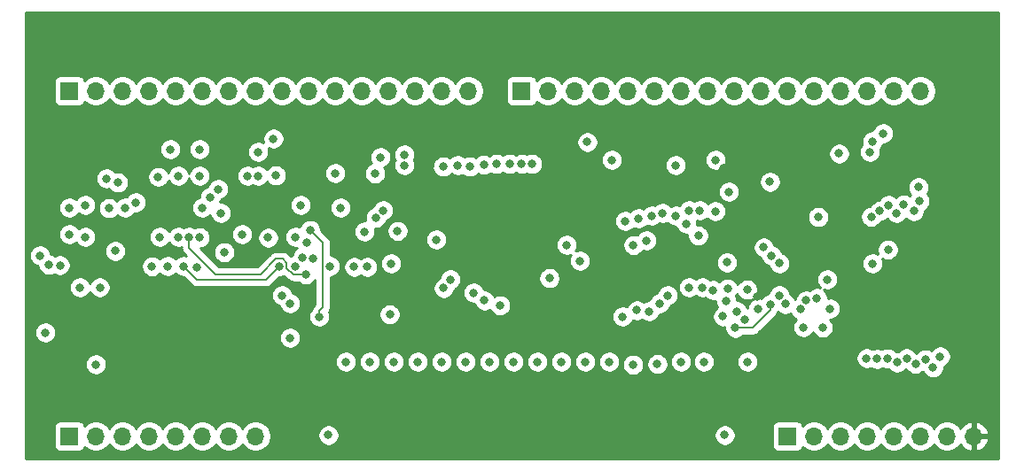
<source format=gbr>
%TF.GenerationSoftware,KiCad,Pcbnew,(5.1.10-1-10_14)*%
%TF.CreationDate,2021-11-14T12:12:58-05:00*%
%TF.ProjectId,transfer-register,7472616e-7366-4657-922d-726567697374,rev?*%
%TF.SameCoordinates,Original*%
%TF.FileFunction,Copper,L3,Inr*%
%TF.FilePolarity,Positive*%
%FSLAX46Y46*%
G04 Gerber Fmt 4.6, Leading zero omitted, Abs format (unit mm)*
G04 Created by KiCad (PCBNEW (5.1.10-1-10_14)) date 2021-11-14 12:12:58*
%MOMM*%
%LPD*%
G01*
G04 APERTURE LIST*
%TA.AperFunction,ComponentPad*%
%ADD10O,1.700000X1.700000*%
%TD*%
%TA.AperFunction,ComponentPad*%
%ADD11R,1.700000X1.700000*%
%TD*%
%TA.AperFunction,ViaPad*%
%ADD12C,0.800000*%
%TD*%
%TA.AperFunction,Conductor*%
%ADD13C,0.200000*%
%TD*%
%TA.AperFunction,Conductor*%
%ADD14C,0.254000*%
%TD*%
%TA.AperFunction,Conductor*%
%ADD15C,0.100000*%
%TD*%
G04 APERTURE END LIST*
D10*
%TO.N,VCC*%
%TO.C,J4*%
X134874000Y-101600000D03*
%TO.N,GND*%
X132334000Y-101600000D03*
%TO.N,~ASSERT_ADDRESS*%
X129794000Y-101600000D03*
%TO.N,~ASSERT_MSB_MAIN*%
X127254000Y-101600000D03*
%TO.N,~ASSERT_LSB_MAIN*%
X124714000Y-101600000D03*
%TO.N,LATCH_MSB*%
X122174000Y-101600000D03*
%TO.N,LATCH_LSB*%
X119634000Y-101600000D03*
D11*
%TO.N,BUS_SELECT*%
X117094000Y-101600000D03*
%TD*%
D10*
%TO.N,BUS7*%
%TO.C,J3*%
X66294000Y-101600000D03*
%TO.N,BUS6*%
X63754000Y-101600000D03*
%TO.N,BUS5*%
X61214000Y-101600000D03*
%TO.N,BUS4*%
X58674000Y-101600000D03*
%TO.N,BUS3*%
X56134000Y-101600000D03*
%TO.N,BUS2*%
X53594000Y-101600000D03*
%TO.N,BUS1*%
X51054000Y-101600000D03*
D11*
%TO.N,BUS0*%
X48514000Y-101600000D03*
%TD*%
D10*
%TO.N,A15*%
%TO.C,J2*%
X86614000Y-68580000D03*
%TO.N,A14*%
X84074000Y-68580000D03*
%TO.N,A13*%
X81534000Y-68580000D03*
%TO.N,A12*%
X78994000Y-68580000D03*
%TO.N,A11*%
X76454000Y-68580000D03*
%TO.N,A10*%
X73914000Y-68580000D03*
%TO.N,A9*%
X71374000Y-68580000D03*
%TO.N,A8*%
X68834000Y-68580000D03*
%TO.N,A7*%
X66294000Y-68580000D03*
%TO.N,A6*%
X63754000Y-68580000D03*
%TO.N,A5*%
X61214000Y-68580000D03*
%TO.N,A4*%
X58674000Y-68580000D03*
%TO.N,A3*%
X56134000Y-68580000D03*
%TO.N,A2*%
X53594000Y-68580000D03*
%TO.N,A1*%
X51054000Y-68580000D03*
D11*
%TO.N,A0*%
X48514000Y-68580000D03*
%TD*%
D10*
%TO.N,TX_REG_15*%
%TO.C,J1*%
X129794000Y-68580000D03*
%TO.N,TX_REG_14*%
X127254000Y-68580000D03*
%TO.N,TX_REG_13*%
X124714000Y-68580000D03*
%TO.N,TX_REG_12*%
X122174000Y-68580000D03*
%TO.N,TX_REG_11*%
X119634000Y-68580000D03*
%TO.N,TX_REG_10*%
X117094000Y-68580000D03*
%TO.N,TX_REG_9*%
X114554000Y-68580000D03*
%TO.N,TX_REG_8*%
X112014000Y-68580000D03*
%TO.N,TX_REG_7*%
X109474000Y-68580000D03*
%TO.N,TX_REG_6*%
X106934000Y-68580000D03*
%TO.N,TX_REG_5*%
X104394000Y-68580000D03*
%TO.N,TX_REG_4*%
X101854000Y-68580000D03*
%TO.N,TX_REG_3*%
X99314000Y-68580000D03*
%TO.N,TX_REG_2*%
X96774000Y-68580000D03*
%TO.N,TX_REG_1*%
X94234000Y-68580000D03*
D11*
%TO.N,TX_REG_0*%
X91694000Y-68580000D03*
%TD*%
D12*
%TO.N,GND*%
X65532000Y-76708000D03*
X48514000Y-79756000D03*
X56998990Y-76802135D03*
X52893990Y-83888500D03*
X60942634Y-82602468D03*
X94361000Y-86487000D03*
X97282000Y-84836000D03*
X126687935Y-83761935D03*
X120019000Y-80649000D03*
X111313990Y-84979509D03*
X120461507Y-91209858D03*
X76708000Y-82042000D03*
X83566000Y-82804000D03*
X97978000Y-73472000D03*
X111506000Y-78232000D03*
X111101500Y-101496500D03*
X73255500Y-101496500D03*
X130993953Y-95037273D03*
X70104000Y-85344000D03*
X46228000Y-91694000D03*
X73914000Y-76454000D03*
X69596000Y-92202000D03*
%TO.N,VCC*%
X72136000Y-77216000D03*
X55118000Y-77724000D03*
X46928010Y-80075732D03*
X64883982Y-79642018D03*
X82931000Y-75819000D03*
X98679000Y-75565000D03*
X123512500Y-76131500D03*
X124009883Y-83570538D03*
X118872000Y-79756000D03*
X114169000Y-88261000D03*
X110998000Y-75946000D03*
X127761994Y-88392000D03*
X123190064Y-95748659D03*
X113342783Y-92505464D03*
X117094000Y-73406000D03*
%TO.N,TX_REG_15*%
X125092140Y-80626503D03*
X74930000Y-94488000D03*
X108712000Y-80010000D03*
%TO.N,TX_REG_14*%
X125913940Y-80056706D03*
X77216000Y-94488000D03*
X107696000Y-80010000D03*
%TO.N,TX_REG_13*%
X126746000Y-79502000D03*
X79502000Y-94488000D03*
X106426000Y-75692000D03*
%TO.N,TX_REG_12*%
X127508000Y-80264000D03*
X81788000Y-94488000D03*
X105664000Y-88138000D03*
X106426000Y-80518000D03*
%TO.N,TX_REG_11*%
X128208002Y-79440002D03*
X84074000Y-94488000D03*
X105156000Y-80264000D03*
X104902000Y-88900000D03*
%TO.N,TX_REG_10*%
X129158180Y-80071990D03*
X86360000Y-94488000D03*
X103886000Y-89662000D03*
X104140000Y-80518000D03*
%TO.N,TX_REG_9*%
X129684968Y-79129068D03*
X88646000Y-94488000D03*
X102870000Y-80772000D03*
X102719878Y-89563934D03*
%TO.N,TX_REG_8*%
X129601990Y-77795270D03*
X90932000Y-94488000D03*
X101346000Y-90170000D03*
X101600000Y-81026000D03*
%TO.N,TX_REG_7*%
X93218000Y-94488000D03*
X124650276Y-94139462D03*
X92710000Y-75565000D03*
%TO.N,TX_REG_6*%
X95504000Y-94488000D03*
X125647170Y-94218378D03*
X91709987Y-75565000D03*
%TO.N,TX_REG_5*%
X97790000Y-94488000D03*
X90551000Y-75565000D03*
X126646105Y-94171975D03*
%TO.N,TX_REG_4*%
X100076000Y-94488000D03*
X89281000Y-75565000D03*
X127568087Y-94559239D03*
%TO.N,TX_REG_3*%
X102362301Y-94763991D03*
X88080300Y-75634300D03*
X128477841Y-94144062D03*
%TO.N,TX_REG_2*%
X104661833Y-94700555D03*
X86741000Y-75819000D03*
X129326238Y-94673445D03*
%TO.N,TX_REG_1*%
X130268943Y-94263513D03*
X106934000Y-94488000D03*
X85598000Y-75692000D03*
%TO.N,~ASSERT_ADDRESS*%
X124968000Y-74422000D03*
X125222000Y-85090000D03*
%TO.N,~ASSERT_MSB_MAIN*%
X125222000Y-73406000D03*
X122027989Y-74568011D03*
X121158000Y-89408000D03*
%TO.N,~ASSERT_LSB_MAIN*%
X118618000Y-91186000D03*
X114300000Y-89408000D03*
%TO.N,LATCH_MSB*%
X126238000Y-72644000D03*
X110199010Y-80091636D03*
X113284000Y-94488000D03*
X107696000Y-87376000D03*
X100330000Y-75184000D03*
X110236000Y-75184000D03*
%TO.N,LATCH_LSB*%
X96012000Y-83312000D03*
%TO.N,BUS_SELECT*%
X56399000Y-85355000D03*
X65024000Y-82296000D03*
X47609964Y-85254036D03*
X71501506Y-81900827D03*
X70612000Y-79502000D03*
X72390000Y-90170000D03*
%TO.N,BUS7*%
X62992000Y-80264000D03*
X115417035Y-77271915D03*
X115460472Y-88979406D03*
X112116063Y-91247990D03*
%TO.N,BUS6*%
X61214000Y-79756000D03*
X116316003Y-88133677D03*
X112268000Y-89662000D03*
%TO.N,BUS5*%
X60659471Y-85458924D03*
X116884741Y-88956210D03*
X110933613Y-90147969D03*
X113030000Y-90424000D03*
%TO.N,BUS4*%
X111252000Y-88646000D03*
X113243478Y-87579083D03*
X57912000Y-85344000D03*
%TO.N,BUS3*%
X53147999Y-77335699D03*
X111365982Y-87489982D03*
X118329855Y-89460738D03*
%TO.N,BUS2*%
X52285148Y-79794852D03*
X116332000Y-85061980D03*
X109982000Y-87630000D03*
X118873341Y-88621305D03*
%TO.N,BUS1*%
X115570000Y-84328000D03*
X119901184Y-88389498D03*
X108966000Y-87376000D03*
X51054020Y-94742000D03*
%TO.N,BUS0*%
X120904000Y-86614000D03*
X114823832Y-83550168D03*
%TO.N,A15*%
X80518000Y-75692000D03*
X74422000Y-79756000D03*
%TO.N,A14*%
X80518000Y-74676000D03*
X78232000Y-74930000D03*
%TO.N,A13*%
X75704486Y-85405990D03*
X73406000Y-85344000D03*
%TO.N,A11*%
X66548000Y-74422000D03*
X66548000Y-76708000D03*
%TO.N,A10*%
X68006268Y-73152000D03*
X68232362Y-76662102D03*
%TO.N,A9*%
X62738000Y-77978000D03*
X67502010Y-82615732D03*
%TO.N,A8*%
X61954007Y-78740204D03*
X63307990Y-84008268D03*
%TO.N,A7*%
X60960000Y-74168000D03*
X58166000Y-74168000D03*
%TO.N,A5*%
X54864000Y-79248000D03*
X58928000Y-82550000D03*
%TO.N,A4*%
X53848000Y-79756000D03*
X57150000Y-82550000D03*
%TO.N,A1*%
X48514000Y-82296000D03*
X50038000Y-82550000D03*
%TO.N,TX_REG_0*%
X131668955Y-93985360D03*
X84201000Y-75819000D03*
X109096924Y-94488000D03*
%TO.N,TX7*%
X58928000Y-76708000D03*
X71780859Y-84611809D03*
%TO.N,TX6*%
X60960000Y-76708000D03*
X70786479Y-84505818D03*
%TO.N,TX5*%
X59944000Y-82550000D03*
X71094167Y-86131833D03*
%TO.N,TX4*%
X59435999Y-85343999D03*
X68580000Y-85344000D03*
%TO.N,TX3*%
X45720000Y-84328000D03*
X50038000Y-79502000D03*
X69596000Y-88900000D03*
%TO.N,TX2*%
X52070000Y-76962000D03*
X46566455Y-85200491D03*
X68834000Y-88138000D03*
%TO.N,TX1*%
X51416599Y-87376000D03*
X84901010Y-86614000D03*
%TO.N,TX0*%
X49530000Y-87376000D03*
X84262134Y-87432964D03*
%TO.N,TX11*%
X77778885Y-80717115D03*
X103620970Y-82888021D03*
%TO.N,TX10*%
X79863955Y-81982110D03*
X102380038Y-83327893D03*
%TO.N,TX9*%
X70104000Y-82550000D03*
X88148859Y-88626667D03*
%TO.N,TX8*%
X87122000Y-87884000D03*
X71211240Y-83111455D03*
%TO.N,TX15*%
X78486000Y-80010000D03*
X108578861Y-82416997D03*
%TO.N,TX14*%
X77713000Y-76465000D03*
X107442000Y-81280000D03*
%TO.N,TX13*%
X76962000Y-85405990D03*
X79107960Y-89952990D03*
%TO.N,TX12*%
X79248000Y-85090000D03*
X89662000Y-89088913D03*
%TD*%
D13*
%TO.N,BUS_SELECT*%
X72705999Y-89288316D02*
X72390000Y-89604315D01*
X71501506Y-81900827D02*
X72705999Y-83105320D01*
X72390000Y-89604315D02*
X72390000Y-90170000D01*
X72705999Y-83105320D02*
X72705999Y-89288316D01*
%TO.N,BUS7*%
X115460472Y-89545091D02*
X113757573Y-91247990D01*
X115460472Y-88979406D02*
X115460472Y-89545091D01*
X113757573Y-91247990D02*
X112116063Y-91247990D01*
%TO.N,TX5*%
X68916001Y-84643999D02*
X69280001Y-85007999D01*
X69280001Y-85007999D02*
X69280001Y-85515999D01*
X59944000Y-82550000D02*
X59944000Y-83566000D01*
X59944000Y-83566000D02*
X62484000Y-86106000D01*
X69895835Y-86131833D02*
X71094167Y-86131833D01*
X68243999Y-84643999D02*
X68916001Y-84643999D01*
X66781998Y-86106000D02*
X68243999Y-84643999D01*
X69280001Y-85515999D02*
X69895835Y-86131833D01*
X62484000Y-86106000D02*
X66781998Y-86106000D01*
%TO.N,TX4*%
X59436000Y-85344000D02*
X59435999Y-85343999D01*
X59435999Y-85343999D02*
X60706000Y-86614000D01*
X60706000Y-86614000D02*
X67310000Y-86614000D01*
X67310000Y-86614000D02*
X68580000Y-85344000D01*
%TD*%
D14*
%TO.N,VCC*%
X137262000Y-103734000D02*
X44348000Y-103734000D01*
X44348000Y-100750000D01*
X47025928Y-100750000D01*
X47025928Y-102450000D01*
X47038188Y-102574482D01*
X47074498Y-102694180D01*
X47133463Y-102804494D01*
X47212815Y-102901185D01*
X47309506Y-102980537D01*
X47419820Y-103039502D01*
X47539518Y-103075812D01*
X47664000Y-103088072D01*
X49364000Y-103088072D01*
X49488482Y-103075812D01*
X49608180Y-103039502D01*
X49718494Y-102980537D01*
X49815185Y-102901185D01*
X49894537Y-102804494D01*
X49953502Y-102694180D01*
X49975513Y-102621620D01*
X50107368Y-102753475D01*
X50350589Y-102915990D01*
X50620842Y-103027932D01*
X50907740Y-103085000D01*
X51200260Y-103085000D01*
X51487158Y-103027932D01*
X51757411Y-102915990D01*
X52000632Y-102753475D01*
X52207475Y-102546632D01*
X52324000Y-102372240D01*
X52440525Y-102546632D01*
X52647368Y-102753475D01*
X52890589Y-102915990D01*
X53160842Y-103027932D01*
X53447740Y-103085000D01*
X53740260Y-103085000D01*
X54027158Y-103027932D01*
X54297411Y-102915990D01*
X54540632Y-102753475D01*
X54747475Y-102546632D01*
X54864000Y-102372240D01*
X54980525Y-102546632D01*
X55187368Y-102753475D01*
X55430589Y-102915990D01*
X55700842Y-103027932D01*
X55987740Y-103085000D01*
X56280260Y-103085000D01*
X56567158Y-103027932D01*
X56837411Y-102915990D01*
X57080632Y-102753475D01*
X57287475Y-102546632D01*
X57404000Y-102372240D01*
X57520525Y-102546632D01*
X57727368Y-102753475D01*
X57970589Y-102915990D01*
X58240842Y-103027932D01*
X58527740Y-103085000D01*
X58820260Y-103085000D01*
X59107158Y-103027932D01*
X59377411Y-102915990D01*
X59620632Y-102753475D01*
X59827475Y-102546632D01*
X59944000Y-102372240D01*
X60060525Y-102546632D01*
X60267368Y-102753475D01*
X60510589Y-102915990D01*
X60780842Y-103027932D01*
X61067740Y-103085000D01*
X61360260Y-103085000D01*
X61647158Y-103027932D01*
X61917411Y-102915990D01*
X62160632Y-102753475D01*
X62367475Y-102546632D01*
X62484000Y-102372240D01*
X62600525Y-102546632D01*
X62807368Y-102753475D01*
X63050589Y-102915990D01*
X63320842Y-103027932D01*
X63607740Y-103085000D01*
X63900260Y-103085000D01*
X64187158Y-103027932D01*
X64457411Y-102915990D01*
X64700632Y-102753475D01*
X64907475Y-102546632D01*
X65024000Y-102372240D01*
X65140525Y-102546632D01*
X65347368Y-102753475D01*
X65590589Y-102915990D01*
X65860842Y-103027932D01*
X66147740Y-103085000D01*
X66440260Y-103085000D01*
X66727158Y-103027932D01*
X66997411Y-102915990D01*
X67240632Y-102753475D01*
X67447475Y-102546632D01*
X67609990Y-102303411D01*
X67721932Y-102033158D01*
X67779000Y-101746260D01*
X67779000Y-101453740D01*
X67767229Y-101394561D01*
X72220500Y-101394561D01*
X72220500Y-101598439D01*
X72260274Y-101798398D01*
X72338295Y-101986756D01*
X72451563Y-102156274D01*
X72595726Y-102300437D01*
X72765244Y-102413705D01*
X72953602Y-102491726D01*
X73153561Y-102531500D01*
X73357439Y-102531500D01*
X73557398Y-102491726D01*
X73745756Y-102413705D01*
X73915274Y-102300437D01*
X74059437Y-102156274D01*
X74172705Y-101986756D01*
X74250726Y-101798398D01*
X74290500Y-101598439D01*
X74290500Y-101394561D01*
X110066500Y-101394561D01*
X110066500Y-101598439D01*
X110106274Y-101798398D01*
X110184295Y-101986756D01*
X110297563Y-102156274D01*
X110441726Y-102300437D01*
X110611244Y-102413705D01*
X110799602Y-102491726D01*
X110999561Y-102531500D01*
X111203439Y-102531500D01*
X111403398Y-102491726D01*
X111591756Y-102413705D01*
X111761274Y-102300437D01*
X111905437Y-102156274D01*
X112018705Y-101986756D01*
X112096726Y-101798398D01*
X112136500Y-101598439D01*
X112136500Y-101394561D01*
X112096726Y-101194602D01*
X112018705Y-101006244D01*
X111905437Y-100836726D01*
X111818711Y-100750000D01*
X115605928Y-100750000D01*
X115605928Y-102450000D01*
X115618188Y-102574482D01*
X115654498Y-102694180D01*
X115713463Y-102804494D01*
X115792815Y-102901185D01*
X115889506Y-102980537D01*
X115999820Y-103039502D01*
X116119518Y-103075812D01*
X116244000Y-103088072D01*
X117944000Y-103088072D01*
X118068482Y-103075812D01*
X118188180Y-103039502D01*
X118298494Y-102980537D01*
X118395185Y-102901185D01*
X118474537Y-102804494D01*
X118533502Y-102694180D01*
X118555513Y-102621620D01*
X118687368Y-102753475D01*
X118930589Y-102915990D01*
X119200842Y-103027932D01*
X119487740Y-103085000D01*
X119780260Y-103085000D01*
X120067158Y-103027932D01*
X120337411Y-102915990D01*
X120580632Y-102753475D01*
X120787475Y-102546632D01*
X120904000Y-102372240D01*
X121020525Y-102546632D01*
X121227368Y-102753475D01*
X121470589Y-102915990D01*
X121740842Y-103027932D01*
X122027740Y-103085000D01*
X122320260Y-103085000D01*
X122607158Y-103027932D01*
X122877411Y-102915990D01*
X123120632Y-102753475D01*
X123327475Y-102546632D01*
X123444000Y-102372240D01*
X123560525Y-102546632D01*
X123767368Y-102753475D01*
X124010589Y-102915990D01*
X124280842Y-103027932D01*
X124567740Y-103085000D01*
X124860260Y-103085000D01*
X125147158Y-103027932D01*
X125417411Y-102915990D01*
X125660632Y-102753475D01*
X125867475Y-102546632D01*
X125984000Y-102372240D01*
X126100525Y-102546632D01*
X126307368Y-102753475D01*
X126550589Y-102915990D01*
X126820842Y-103027932D01*
X127107740Y-103085000D01*
X127400260Y-103085000D01*
X127687158Y-103027932D01*
X127957411Y-102915990D01*
X128200632Y-102753475D01*
X128407475Y-102546632D01*
X128524000Y-102372240D01*
X128640525Y-102546632D01*
X128847368Y-102753475D01*
X129090589Y-102915990D01*
X129360842Y-103027932D01*
X129647740Y-103085000D01*
X129940260Y-103085000D01*
X130227158Y-103027932D01*
X130497411Y-102915990D01*
X130740632Y-102753475D01*
X130947475Y-102546632D01*
X131064000Y-102372240D01*
X131180525Y-102546632D01*
X131387368Y-102753475D01*
X131630589Y-102915990D01*
X131900842Y-103027932D01*
X132187740Y-103085000D01*
X132480260Y-103085000D01*
X132767158Y-103027932D01*
X133037411Y-102915990D01*
X133280632Y-102753475D01*
X133487475Y-102546632D01*
X133609195Y-102364466D01*
X133678822Y-102481355D01*
X133873731Y-102697588D01*
X134107080Y-102871641D01*
X134369901Y-102996825D01*
X134517110Y-103041476D01*
X134747000Y-102920155D01*
X134747000Y-101727000D01*
X135001000Y-101727000D01*
X135001000Y-102920155D01*
X135230890Y-103041476D01*
X135378099Y-102996825D01*
X135640920Y-102871641D01*
X135874269Y-102697588D01*
X136069178Y-102481355D01*
X136218157Y-102231252D01*
X136315481Y-101956891D01*
X136194814Y-101727000D01*
X135001000Y-101727000D01*
X134747000Y-101727000D01*
X134727000Y-101727000D01*
X134727000Y-101473000D01*
X134747000Y-101473000D01*
X134747000Y-100279845D01*
X135001000Y-100279845D01*
X135001000Y-101473000D01*
X136194814Y-101473000D01*
X136315481Y-101243109D01*
X136218157Y-100968748D01*
X136069178Y-100718645D01*
X135874269Y-100502412D01*
X135640920Y-100328359D01*
X135378099Y-100203175D01*
X135230890Y-100158524D01*
X135001000Y-100279845D01*
X134747000Y-100279845D01*
X134517110Y-100158524D01*
X134369901Y-100203175D01*
X134107080Y-100328359D01*
X133873731Y-100502412D01*
X133678822Y-100718645D01*
X133609195Y-100835534D01*
X133487475Y-100653368D01*
X133280632Y-100446525D01*
X133037411Y-100284010D01*
X132767158Y-100172068D01*
X132480260Y-100115000D01*
X132187740Y-100115000D01*
X131900842Y-100172068D01*
X131630589Y-100284010D01*
X131387368Y-100446525D01*
X131180525Y-100653368D01*
X131064000Y-100827760D01*
X130947475Y-100653368D01*
X130740632Y-100446525D01*
X130497411Y-100284010D01*
X130227158Y-100172068D01*
X129940260Y-100115000D01*
X129647740Y-100115000D01*
X129360842Y-100172068D01*
X129090589Y-100284010D01*
X128847368Y-100446525D01*
X128640525Y-100653368D01*
X128524000Y-100827760D01*
X128407475Y-100653368D01*
X128200632Y-100446525D01*
X127957411Y-100284010D01*
X127687158Y-100172068D01*
X127400260Y-100115000D01*
X127107740Y-100115000D01*
X126820842Y-100172068D01*
X126550589Y-100284010D01*
X126307368Y-100446525D01*
X126100525Y-100653368D01*
X125984000Y-100827760D01*
X125867475Y-100653368D01*
X125660632Y-100446525D01*
X125417411Y-100284010D01*
X125147158Y-100172068D01*
X124860260Y-100115000D01*
X124567740Y-100115000D01*
X124280842Y-100172068D01*
X124010589Y-100284010D01*
X123767368Y-100446525D01*
X123560525Y-100653368D01*
X123444000Y-100827760D01*
X123327475Y-100653368D01*
X123120632Y-100446525D01*
X122877411Y-100284010D01*
X122607158Y-100172068D01*
X122320260Y-100115000D01*
X122027740Y-100115000D01*
X121740842Y-100172068D01*
X121470589Y-100284010D01*
X121227368Y-100446525D01*
X121020525Y-100653368D01*
X120904000Y-100827760D01*
X120787475Y-100653368D01*
X120580632Y-100446525D01*
X120337411Y-100284010D01*
X120067158Y-100172068D01*
X119780260Y-100115000D01*
X119487740Y-100115000D01*
X119200842Y-100172068D01*
X118930589Y-100284010D01*
X118687368Y-100446525D01*
X118555513Y-100578380D01*
X118533502Y-100505820D01*
X118474537Y-100395506D01*
X118395185Y-100298815D01*
X118298494Y-100219463D01*
X118188180Y-100160498D01*
X118068482Y-100124188D01*
X117944000Y-100111928D01*
X116244000Y-100111928D01*
X116119518Y-100124188D01*
X115999820Y-100160498D01*
X115889506Y-100219463D01*
X115792815Y-100298815D01*
X115713463Y-100395506D01*
X115654498Y-100505820D01*
X115618188Y-100625518D01*
X115605928Y-100750000D01*
X111818711Y-100750000D01*
X111761274Y-100692563D01*
X111591756Y-100579295D01*
X111403398Y-100501274D01*
X111203439Y-100461500D01*
X110999561Y-100461500D01*
X110799602Y-100501274D01*
X110611244Y-100579295D01*
X110441726Y-100692563D01*
X110297563Y-100836726D01*
X110184295Y-101006244D01*
X110106274Y-101194602D01*
X110066500Y-101394561D01*
X74290500Y-101394561D01*
X74250726Y-101194602D01*
X74172705Y-101006244D01*
X74059437Y-100836726D01*
X73915274Y-100692563D01*
X73745756Y-100579295D01*
X73557398Y-100501274D01*
X73357439Y-100461500D01*
X73153561Y-100461500D01*
X72953602Y-100501274D01*
X72765244Y-100579295D01*
X72595726Y-100692563D01*
X72451563Y-100836726D01*
X72338295Y-101006244D01*
X72260274Y-101194602D01*
X72220500Y-101394561D01*
X67767229Y-101394561D01*
X67721932Y-101166842D01*
X67609990Y-100896589D01*
X67447475Y-100653368D01*
X67240632Y-100446525D01*
X66997411Y-100284010D01*
X66727158Y-100172068D01*
X66440260Y-100115000D01*
X66147740Y-100115000D01*
X65860842Y-100172068D01*
X65590589Y-100284010D01*
X65347368Y-100446525D01*
X65140525Y-100653368D01*
X65024000Y-100827760D01*
X64907475Y-100653368D01*
X64700632Y-100446525D01*
X64457411Y-100284010D01*
X64187158Y-100172068D01*
X63900260Y-100115000D01*
X63607740Y-100115000D01*
X63320842Y-100172068D01*
X63050589Y-100284010D01*
X62807368Y-100446525D01*
X62600525Y-100653368D01*
X62484000Y-100827760D01*
X62367475Y-100653368D01*
X62160632Y-100446525D01*
X61917411Y-100284010D01*
X61647158Y-100172068D01*
X61360260Y-100115000D01*
X61067740Y-100115000D01*
X60780842Y-100172068D01*
X60510589Y-100284010D01*
X60267368Y-100446525D01*
X60060525Y-100653368D01*
X59944000Y-100827760D01*
X59827475Y-100653368D01*
X59620632Y-100446525D01*
X59377411Y-100284010D01*
X59107158Y-100172068D01*
X58820260Y-100115000D01*
X58527740Y-100115000D01*
X58240842Y-100172068D01*
X57970589Y-100284010D01*
X57727368Y-100446525D01*
X57520525Y-100653368D01*
X57404000Y-100827760D01*
X57287475Y-100653368D01*
X57080632Y-100446525D01*
X56837411Y-100284010D01*
X56567158Y-100172068D01*
X56280260Y-100115000D01*
X55987740Y-100115000D01*
X55700842Y-100172068D01*
X55430589Y-100284010D01*
X55187368Y-100446525D01*
X54980525Y-100653368D01*
X54864000Y-100827760D01*
X54747475Y-100653368D01*
X54540632Y-100446525D01*
X54297411Y-100284010D01*
X54027158Y-100172068D01*
X53740260Y-100115000D01*
X53447740Y-100115000D01*
X53160842Y-100172068D01*
X52890589Y-100284010D01*
X52647368Y-100446525D01*
X52440525Y-100653368D01*
X52324000Y-100827760D01*
X52207475Y-100653368D01*
X52000632Y-100446525D01*
X51757411Y-100284010D01*
X51487158Y-100172068D01*
X51200260Y-100115000D01*
X50907740Y-100115000D01*
X50620842Y-100172068D01*
X50350589Y-100284010D01*
X50107368Y-100446525D01*
X49975513Y-100578380D01*
X49953502Y-100505820D01*
X49894537Y-100395506D01*
X49815185Y-100298815D01*
X49718494Y-100219463D01*
X49608180Y-100160498D01*
X49488482Y-100124188D01*
X49364000Y-100111928D01*
X47664000Y-100111928D01*
X47539518Y-100124188D01*
X47419820Y-100160498D01*
X47309506Y-100219463D01*
X47212815Y-100298815D01*
X47133463Y-100395506D01*
X47074498Y-100505820D01*
X47038188Y-100625518D01*
X47025928Y-100750000D01*
X44348000Y-100750000D01*
X44348000Y-94640061D01*
X50019020Y-94640061D01*
X50019020Y-94843939D01*
X50058794Y-95043898D01*
X50136815Y-95232256D01*
X50250083Y-95401774D01*
X50394246Y-95545937D01*
X50563764Y-95659205D01*
X50752122Y-95737226D01*
X50952081Y-95777000D01*
X51155959Y-95777000D01*
X51355918Y-95737226D01*
X51544276Y-95659205D01*
X51713794Y-95545937D01*
X51857957Y-95401774D01*
X51971225Y-95232256D01*
X52049246Y-95043898D01*
X52089020Y-94843939D01*
X52089020Y-94640061D01*
X52049246Y-94440102D01*
X52026862Y-94386061D01*
X73895000Y-94386061D01*
X73895000Y-94589939D01*
X73934774Y-94789898D01*
X74012795Y-94978256D01*
X74126063Y-95147774D01*
X74270226Y-95291937D01*
X74439744Y-95405205D01*
X74628102Y-95483226D01*
X74828061Y-95523000D01*
X75031939Y-95523000D01*
X75231898Y-95483226D01*
X75420256Y-95405205D01*
X75589774Y-95291937D01*
X75733937Y-95147774D01*
X75847205Y-94978256D01*
X75925226Y-94789898D01*
X75965000Y-94589939D01*
X75965000Y-94386061D01*
X76181000Y-94386061D01*
X76181000Y-94589939D01*
X76220774Y-94789898D01*
X76298795Y-94978256D01*
X76412063Y-95147774D01*
X76556226Y-95291937D01*
X76725744Y-95405205D01*
X76914102Y-95483226D01*
X77114061Y-95523000D01*
X77317939Y-95523000D01*
X77517898Y-95483226D01*
X77706256Y-95405205D01*
X77875774Y-95291937D01*
X78019937Y-95147774D01*
X78133205Y-94978256D01*
X78211226Y-94789898D01*
X78251000Y-94589939D01*
X78251000Y-94386061D01*
X78467000Y-94386061D01*
X78467000Y-94589939D01*
X78506774Y-94789898D01*
X78584795Y-94978256D01*
X78698063Y-95147774D01*
X78842226Y-95291937D01*
X79011744Y-95405205D01*
X79200102Y-95483226D01*
X79400061Y-95523000D01*
X79603939Y-95523000D01*
X79803898Y-95483226D01*
X79992256Y-95405205D01*
X80161774Y-95291937D01*
X80305937Y-95147774D01*
X80419205Y-94978256D01*
X80497226Y-94789898D01*
X80537000Y-94589939D01*
X80537000Y-94386061D01*
X80753000Y-94386061D01*
X80753000Y-94589939D01*
X80792774Y-94789898D01*
X80870795Y-94978256D01*
X80984063Y-95147774D01*
X81128226Y-95291937D01*
X81297744Y-95405205D01*
X81486102Y-95483226D01*
X81686061Y-95523000D01*
X81889939Y-95523000D01*
X82089898Y-95483226D01*
X82278256Y-95405205D01*
X82447774Y-95291937D01*
X82591937Y-95147774D01*
X82705205Y-94978256D01*
X82783226Y-94789898D01*
X82823000Y-94589939D01*
X82823000Y-94386061D01*
X83039000Y-94386061D01*
X83039000Y-94589939D01*
X83078774Y-94789898D01*
X83156795Y-94978256D01*
X83270063Y-95147774D01*
X83414226Y-95291937D01*
X83583744Y-95405205D01*
X83772102Y-95483226D01*
X83972061Y-95523000D01*
X84175939Y-95523000D01*
X84375898Y-95483226D01*
X84564256Y-95405205D01*
X84733774Y-95291937D01*
X84877937Y-95147774D01*
X84991205Y-94978256D01*
X85069226Y-94789898D01*
X85109000Y-94589939D01*
X85109000Y-94386061D01*
X85325000Y-94386061D01*
X85325000Y-94589939D01*
X85364774Y-94789898D01*
X85442795Y-94978256D01*
X85556063Y-95147774D01*
X85700226Y-95291937D01*
X85869744Y-95405205D01*
X86058102Y-95483226D01*
X86258061Y-95523000D01*
X86461939Y-95523000D01*
X86661898Y-95483226D01*
X86850256Y-95405205D01*
X87019774Y-95291937D01*
X87163937Y-95147774D01*
X87277205Y-94978256D01*
X87355226Y-94789898D01*
X87395000Y-94589939D01*
X87395000Y-94386061D01*
X87611000Y-94386061D01*
X87611000Y-94589939D01*
X87650774Y-94789898D01*
X87728795Y-94978256D01*
X87842063Y-95147774D01*
X87986226Y-95291937D01*
X88155744Y-95405205D01*
X88344102Y-95483226D01*
X88544061Y-95523000D01*
X88747939Y-95523000D01*
X88947898Y-95483226D01*
X89136256Y-95405205D01*
X89305774Y-95291937D01*
X89449937Y-95147774D01*
X89563205Y-94978256D01*
X89641226Y-94789898D01*
X89681000Y-94589939D01*
X89681000Y-94386061D01*
X89897000Y-94386061D01*
X89897000Y-94589939D01*
X89936774Y-94789898D01*
X90014795Y-94978256D01*
X90128063Y-95147774D01*
X90272226Y-95291937D01*
X90441744Y-95405205D01*
X90630102Y-95483226D01*
X90830061Y-95523000D01*
X91033939Y-95523000D01*
X91233898Y-95483226D01*
X91422256Y-95405205D01*
X91591774Y-95291937D01*
X91735937Y-95147774D01*
X91849205Y-94978256D01*
X91927226Y-94789898D01*
X91967000Y-94589939D01*
X91967000Y-94386061D01*
X92183000Y-94386061D01*
X92183000Y-94589939D01*
X92222774Y-94789898D01*
X92300795Y-94978256D01*
X92414063Y-95147774D01*
X92558226Y-95291937D01*
X92727744Y-95405205D01*
X92916102Y-95483226D01*
X93116061Y-95523000D01*
X93319939Y-95523000D01*
X93519898Y-95483226D01*
X93708256Y-95405205D01*
X93877774Y-95291937D01*
X94021937Y-95147774D01*
X94135205Y-94978256D01*
X94213226Y-94789898D01*
X94253000Y-94589939D01*
X94253000Y-94386061D01*
X94469000Y-94386061D01*
X94469000Y-94589939D01*
X94508774Y-94789898D01*
X94586795Y-94978256D01*
X94700063Y-95147774D01*
X94844226Y-95291937D01*
X95013744Y-95405205D01*
X95202102Y-95483226D01*
X95402061Y-95523000D01*
X95605939Y-95523000D01*
X95805898Y-95483226D01*
X95994256Y-95405205D01*
X96163774Y-95291937D01*
X96307937Y-95147774D01*
X96421205Y-94978256D01*
X96499226Y-94789898D01*
X96539000Y-94589939D01*
X96539000Y-94386061D01*
X96755000Y-94386061D01*
X96755000Y-94589939D01*
X96794774Y-94789898D01*
X96872795Y-94978256D01*
X96986063Y-95147774D01*
X97130226Y-95291937D01*
X97299744Y-95405205D01*
X97488102Y-95483226D01*
X97688061Y-95523000D01*
X97891939Y-95523000D01*
X98091898Y-95483226D01*
X98280256Y-95405205D01*
X98449774Y-95291937D01*
X98593937Y-95147774D01*
X98707205Y-94978256D01*
X98785226Y-94789898D01*
X98825000Y-94589939D01*
X98825000Y-94386061D01*
X99041000Y-94386061D01*
X99041000Y-94589939D01*
X99080774Y-94789898D01*
X99158795Y-94978256D01*
X99272063Y-95147774D01*
X99416226Y-95291937D01*
X99585744Y-95405205D01*
X99774102Y-95483226D01*
X99974061Y-95523000D01*
X100177939Y-95523000D01*
X100377898Y-95483226D01*
X100566256Y-95405205D01*
X100735774Y-95291937D01*
X100879937Y-95147774D01*
X100993205Y-94978256D01*
X101071226Y-94789898D01*
X101096655Y-94662052D01*
X101327301Y-94662052D01*
X101327301Y-94865930D01*
X101367075Y-95065889D01*
X101445096Y-95254247D01*
X101558364Y-95423765D01*
X101702527Y-95567928D01*
X101872045Y-95681196D01*
X102060403Y-95759217D01*
X102260362Y-95798991D01*
X102464240Y-95798991D01*
X102664199Y-95759217D01*
X102852557Y-95681196D01*
X103022075Y-95567928D01*
X103166238Y-95423765D01*
X103279506Y-95254247D01*
X103357527Y-95065889D01*
X103397301Y-94865930D01*
X103397301Y-94662052D01*
X103384683Y-94598616D01*
X103626833Y-94598616D01*
X103626833Y-94802494D01*
X103666607Y-95002453D01*
X103744628Y-95190811D01*
X103857896Y-95360329D01*
X104002059Y-95504492D01*
X104171577Y-95617760D01*
X104359935Y-95695781D01*
X104559894Y-95735555D01*
X104763772Y-95735555D01*
X104963731Y-95695781D01*
X105152089Y-95617760D01*
X105321607Y-95504492D01*
X105465770Y-95360329D01*
X105579038Y-95190811D01*
X105657059Y-95002453D01*
X105696833Y-94802494D01*
X105696833Y-94598616D01*
X105657059Y-94398657D01*
X105651842Y-94386061D01*
X105899000Y-94386061D01*
X105899000Y-94589939D01*
X105938774Y-94789898D01*
X106016795Y-94978256D01*
X106130063Y-95147774D01*
X106274226Y-95291937D01*
X106443744Y-95405205D01*
X106632102Y-95483226D01*
X106832061Y-95523000D01*
X107035939Y-95523000D01*
X107235898Y-95483226D01*
X107424256Y-95405205D01*
X107593774Y-95291937D01*
X107737937Y-95147774D01*
X107851205Y-94978256D01*
X107929226Y-94789898D01*
X107969000Y-94589939D01*
X107969000Y-94386061D01*
X108061924Y-94386061D01*
X108061924Y-94589939D01*
X108101698Y-94789898D01*
X108179719Y-94978256D01*
X108292987Y-95147774D01*
X108437150Y-95291937D01*
X108606668Y-95405205D01*
X108795026Y-95483226D01*
X108994985Y-95523000D01*
X109198863Y-95523000D01*
X109398822Y-95483226D01*
X109587180Y-95405205D01*
X109756698Y-95291937D01*
X109900861Y-95147774D01*
X110014129Y-94978256D01*
X110092150Y-94789898D01*
X110131924Y-94589939D01*
X110131924Y-94386061D01*
X112249000Y-94386061D01*
X112249000Y-94589939D01*
X112288774Y-94789898D01*
X112366795Y-94978256D01*
X112480063Y-95147774D01*
X112624226Y-95291937D01*
X112793744Y-95405205D01*
X112982102Y-95483226D01*
X113182061Y-95523000D01*
X113385939Y-95523000D01*
X113585898Y-95483226D01*
X113774256Y-95405205D01*
X113943774Y-95291937D01*
X114087937Y-95147774D01*
X114201205Y-94978256D01*
X114279226Y-94789898D01*
X114319000Y-94589939D01*
X114319000Y-94386061D01*
X114279226Y-94186102D01*
X114217683Y-94037523D01*
X123615276Y-94037523D01*
X123615276Y-94241401D01*
X123655050Y-94441360D01*
X123733071Y-94629718D01*
X123846339Y-94799236D01*
X123990502Y-94943399D01*
X124160020Y-95056667D01*
X124348378Y-95134688D01*
X124548337Y-95174462D01*
X124752215Y-95174462D01*
X124952174Y-95134688D01*
X125077736Y-95082678D01*
X125156914Y-95135583D01*
X125345272Y-95213604D01*
X125545231Y-95253378D01*
X125749109Y-95253378D01*
X125949068Y-95213604D01*
X126137426Y-95135583D01*
X126187347Y-95102227D01*
X126344207Y-95167201D01*
X126544166Y-95206975D01*
X126748044Y-95206975D01*
X126755161Y-95205559D01*
X126764150Y-95219013D01*
X126908313Y-95363176D01*
X127077831Y-95476444D01*
X127266189Y-95554465D01*
X127466148Y-95594239D01*
X127670026Y-95594239D01*
X127869985Y-95554465D01*
X128058343Y-95476444D01*
X128227861Y-95363176D01*
X128372024Y-95219013D01*
X128398718Y-95179062D01*
X128419297Y-95179062D01*
X128522301Y-95333219D01*
X128666464Y-95477382D01*
X128835982Y-95590650D01*
X129024340Y-95668671D01*
X129224299Y-95708445D01*
X129428177Y-95708445D01*
X129628136Y-95668671D01*
X129816494Y-95590650D01*
X129986012Y-95477382D01*
X130035484Y-95427910D01*
X130076748Y-95527529D01*
X130190016Y-95697047D01*
X130334179Y-95841210D01*
X130503697Y-95954478D01*
X130692055Y-96032499D01*
X130892014Y-96072273D01*
X131095892Y-96072273D01*
X131295851Y-96032499D01*
X131484209Y-95954478D01*
X131653727Y-95841210D01*
X131797890Y-95697047D01*
X131911158Y-95527529D01*
X131989179Y-95339171D01*
X132028953Y-95139212D01*
X132028953Y-94956520D01*
X132159211Y-94902565D01*
X132328729Y-94789297D01*
X132472892Y-94645134D01*
X132586160Y-94475616D01*
X132664181Y-94287258D01*
X132703955Y-94087299D01*
X132703955Y-93883421D01*
X132664181Y-93683462D01*
X132586160Y-93495104D01*
X132472892Y-93325586D01*
X132328729Y-93181423D01*
X132159211Y-93068155D01*
X131970853Y-92990134D01*
X131770894Y-92950360D01*
X131567016Y-92950360D01*
X131367057Y-92990134D01*
X131178699Y-93068155D01*
X131009181Y-93181423D01*
X130865018Y-93325586D01*
X130822784Y-93388794D01*
X130759199Y-93346308D01*
X130570841Y-93268287D01*
X130370882Y-93228513D01*
X130167004Y-93228513D01*
X129967045Y-93268287D01*
X129778687Y-93346308D01*
X129609169Y-93459576D01*
X129465006Y-93603739D01*
X129440216Y-93640840D01*
X129428177Y-93638445D01*
X129384782Y-93638445D01*
X129281778Y-93484288D01*
X129137615Y-93340125D01*
X128968097Y-93226857D01*
X128779739Y-93148836D01*
X128579780Y-93109062D01*
X128375902Y-93109062D01*
X128175943Y-93148836D01*
X127987585Y-93226857D01*
X127818067Y-93340125D01*
X127673904Y-93484288D01*
X127647210Y-93524239D01*
X127466148Y-93524239D01*
X127459031Y-93525655D01*
X127450042Y-93512201D01*
X127305879Y-93368038D01*
X127136361Y-93254770D01*
X126948003Y-93176749D01*
X126748044Y-93136975D01*
X126544166Y-93136975D01*
X126344207Y-93176749D01*
X126155849Y-93254770D01*
X126105928Y-93288126D01*
X125949068Y-93223152D01*
X125749109Y-93183378D01*
X125545231Y-93183378D01*
X125345272Y-93223152D01*
X125219710Y-93275162D01*
X125140532Y-93222257D01*
X124952174Y-93144236D01*
X124752215Y-93104462D01*
X124548337Y-93104462D01*
X124348378Y-93144236D01*
X124160020Y-93222257D01*
X123990502Y-93335525D01*
X123846339Y-93479688D01*
X123733071Y-93649206D01*
X123655050Y-93837564D01*
X123615276Y-94037523D01*
X114217683Y-94037523D01*
X114201205Y-93997744D01*
X114087937Y-93828226D01*
X113943774Y-93684063D01*
X113774256Y-93570795D01*
X113585898Y-93492774D01*
X113385939Y-93453000D01*
X113182061Y-93453000D01*
X112982102Y-93492774D01*
X112793744Y-93570795D01*
X112624226Y-93684063D01*
X112480063Y-93828226D01*
X112366795Y-93997744D01*
X112288774Y-94186102D01*
X112249000Y-94386061D01*
X110131924Y-94386061D01*
X110092150Y-94186102D01*
X110014129Y-93997744D01*
X109900861Y-93828226D01*
X109756698Y-93684063D01*
X109587180Y-93570795D01*
X109398822Y-93492774D01*
X109198863Y-93453000D01*
X108994985Y-93453000D01*
X108795026Y-93492774D01*
X108606668Y-93570795D01*
X108437150Y-93684063D01*
X108292987Y-93828226D01*
X108179719Y-93997744D01*
X108101698Y-94186102D01*
X108061924Y-94386061D01*
X107969000Y-94386061D01*
X107929226Y-94186102D01*
X107851205Y-93997744D01*
X107737937Y-93828226D01*
X107593774Y-93684063D01*
X107424256Y-93570795D01*
X107235898Y-93492774D01*
X107035939Y-93453000D01*
X106832061Y-93453000D01*
X106632102Y-93492774D01*
X106443744Y-93570795D01*
X106274226Y-93684063D01*
X106130063Y-93828226D01*
X106016795Y-93997744D01*
X105938774Y-94186102D01*
X105899000Y-94386061D01*
X105651842Y-94386061D01*
X105579038Y-94210299D01*
X105465770Y-94040781D01*
X105321607Y-93896618D01*
X105152089Y-93783350D01*
X104963731Y-93705329D01*
X104763772Y-93665555D01*
X104559894Y-93665555D01*
X104359935Y-93705329D01*
X104171577Y-93783350D01*
X104002059Y-93896618D01*
X103857896Y-94040781D01*
X103744628Y-94210299D01*
X103666607Y-94398657D01*
X103626833Y-94598616D01*
X103384683Y-94598616D01*
X103357527Y-94462093D01*
X103279506Y-94273735D01*
X103166238Y-94104217D01*
X103022075Y-93960054D01*
X102852557Y-93846786D01*
X102664199Y-93768765D01*
X102464240Y-93728991D01*
X102260362Y-93728991D01*
X102060403Y-93768765D01*
X101872045Y-93846786D01*
X101702527Y-93960054D01*
X101558364Y-94104217D01*
X101445096Y-94273735D01*
X101367075Y-94462093D01*
X101327301Y-94662052D01*
X101096655Y-94662052D01*
X101111000Y-94589939D01*
X101111000Y-94386061D01*
X101071226Y-94186102D01*
X100993205Y-93997744D01*
X100879937Y-93828226D01*
X100735774Y-93684063D01*
X100566256Y-93570795D01*
X100377898Y-93492774D01*
X100177939Y-93453000D01*
X99974061Y-93453000D01*
X99774102Y-93492774D01*
X99585744Y-93570795D01*
X99416226Y-93684063D01*
X99272063Y-93828226D01*
X99158795Y-93997744D01*
X99080774Y-94186102D01*
X99041000Y-94386061D01*
X98825000Y-94386061D01*
X98785226Y-94186102D01*
X98707205Y-93997744D01*
X98593937Y-93828226D01*
X98449774Y-93684063D01*
X98280256Y-93570795D01*
X98091898Y-93492774D01*
X97891939Y-93453000D01*
X97688061Y-93453000D01*
X97488102Y-93492774D01*
X97299744Y-93570795D01*
X97130226Y-93684063D01*
X96986063Y-93828226D01*
X96872795Y-93997744D01*
X96794774Y-94186102D01*
X96755000Y-94386061D01*
X96539000Y-94386061D01*
X96499226Y-94186102D01*
X96421205Y-93997744D01*
X96307937Y-93828226D01*
X96163774Y-93684063D01*
X95994256Y-93570795D01*
X95805898Y-93492774D01*
X95605939Y-93453000D01*
X95402061Y-93453000D01*
X95202102Y-93492774D01*
X95013744Y-93570795D01*
X94844226Y-93684063D01*
X94700063Y-93828226D01*
X94586795Y-93997744D01*
X94508774Y-94186102D01*
X94469000Y-94386061D01*
X94253000Y-94386061D01*
X94213226Y-94186102D01*
X94135205Y-93997744D01*
X94021937Y-93828226D01*
X93877774Y-93684063D01*
X93708256Y-93570795D01*
X93519898Y-93492774D01*
X93319939Y-93453000D01*
X93116061Y-93453000D01*
X92916102Y-93492774D01*
X92727744Y-93570795D01*
X92558226Y-93684063D01*
X92414063Y-93828226D01*
X92300795Y-93997744D01*
X92222774Y-94186102D01*
X92183000Y-94386061D01*
X91967000Y-94386061D01*
X91927226Y-94186102D01*
X91849205Y-93997744D01*
X91735937Y-93828226D01*
X91591774Y-93684063D01*
X91422256Y-93570795D01*
X91233898Y-93492774D01*
X91033939Y-93453000D01*
X90830061Y-93453000D01*
X90630102Y-93492774D01*
X90441744Y-93570795D01*
X90272226Y-93684063D01*
X90128063Y-93828226D01*
X90014795Y-93997744D01*
X89936774Y-94186102D01*
X89897000Y-94386061D01*
X89681000Y-94386061D01*
X89641226Y-94186102D01*
X89563205Y-93997744D01*
X89449937Y-93828226D01*
X89305774Y-93684063D01*
X89136256Y-93570795D01*
X88947898Y-93492774D01*
X88747939Y-93453000D01*
X88544061Y-93453000D01*
X88344102Y-93492774D01*
X88155744Y-93570795D01*
X87986226Y-93684063D01*
X87842063Y-93828226D01*
X87728795Y-93997744D01*
X87650774Y-94186102D01*
X87611000Y-94386061D01*
X87395000Y-94386061D01*
X87355226Y-94186102D01*
X87277205Y-93997744D01*
X87163937Y-93828226D01*
X87019774Y-93684063D01*
X86850256Y-93570795D01*
X86661898Y-93492774D01*
X86461939Y-93453000D01*
X86258061Y-93453000D01*
X86058102Y-93492774D01*
X85869744Y-93570795D01*
X85700226Y-93684063D01*
X85556063Y-93828226D01*
X85442795Y-93997744D01*
X85364774Y-94186102D01*
X85325000Y-94386061D01*
X85109000Y-94386061D01*
X85069226Y-94186102D01*
X84991205Y-93997744D01*
X84877937Y-93828226D01*
X84733774Y-93684063D01*
X84564256Y-93570795D01*
X84375898Y-93492774D01*
X84175939Y-93453000D01*
X83972061Y-93453000D01*
X83772102Y-93492774D01*
X83583744Y-93570795D01*
X83414226Y-93684063D01*
X83270063Y-93828226D01*
X83156795Y-93997744D01*
X83078774Y-94186102D01*
X83039000Y-94386061D01*
X82823000Y-94386061D01*
X82783226Y-94186102D01*
X82705205Y-93997744D01*
X82591937Y-93828226D01*
X82447774Y-93684063D01*
X82278256Y-93570795D01*
X82089898Y-93492774D01*
X81889939Y-93453000D01*
X81686061Y-93453000D01*
X81486102Y-93492774D01*
X81297744Y-93570795D01*
X81128226Y-93684063D01*
X80984063Y-93828226D01*
X80870795Y-93997744D01*
X80792774Y-94186102D01*
X80753000Y-94386061D01*
X80537000Y-94386061D01*
X80497226Y-94186102D01*
X80419205Y-93997744D01*
X80305937Y-93828226D01*
X80161774Y-93684063D01*
X79992256Y-93570795D01*
X79803898Y-93492774D01*
X79603939Y-93453000D01*
X79400061Y-93453000D01*
X79200102Y-93492774D01*
X79011744Y-93570795D01*
X78842226Y-93684063D01*
X78698063Y-93828226D01*
X78584795Y-93997744D01*
X78506774Y-94186102D01*
X78467000Y-94386061D01*
X78251000Y-94386061D01*
X78211226Y-94186102D01*
X78133205Y-93997744D01*
X78019937Y-93828226D01*
X77875774Y-93684063D01*
X77706256Y-93570795D01*
X77517898Y-93492774D01*
X77317939Y-93453000D01*
X77114061Y-93453000D01*
X76914102Y-93492774D01*
X76725744Y-93570795D01*
X76556226Y-93684063D01*
X76412063Y-93828226D01*
X76298795Y-93997744D01*
X76220774Y-94186102D01*
X76181000Y-94386061D01*
X75965000Y-94386061D01*
X75925226Y-94186102D01*
X75847205Y-93997744D01*
X75733937Y-93828226D01*
X75589774Y-93684063D01*
X75420256Y-93570795D01*
X75231898Y-93492774D01*
X75031939Y-93453000D01*
X74828061Y-93453000D01*
X74628102Y-93492774D01*
X74439744Y-93570795D01*
X74270226Y-93684063D01*
X74126063Y-93828226D01*
X74012795Y-93997744D01*
X73934774Y-94186102D01*
X73895000Y-94386061D01*
X52026862Y-94386061D01*
X51971225Y-94251744D01*
X51857957Y-94082226D01*
X51713794Y-93938063D01*
X51544276Y-93824795D01*
X51355918Y-93746774D01*
X51155959Y-93707000D01*
X50952081Y-93707000D01*
X50752122Y-93746774D01*
X50563764Y-93824795D01*
X50394246Y-93938063D01*
X50250083Y-94082226D01*
X50136815Y-94251744D01*
X50058794Y-94440102D01*
X50019020Y-94640061D01*
X44348000Y-94640061D01*
X44348000Y-91592061D01*
X45193000Y-91592061D01*
X45193000Y-91795939D01*
X45232774Y-91995898D01*
X45310795Y-92184256D01*
X45424063Y-92353774D01*
X45568226Y-92497937D01*
X45737744Y-92611205D01*
X45926102Y-92689226D01*
X46126061Y-92729000D01*
X46329939Y-92729000D01*
X46529898Y-92689226D01*
X46718256Y-92611205D01*
X46887774Y-92497937D01*
X47031937Y-92353774D01*
X47145205Y-92184256D01*
X47180079Y-92100061D01*
X68561000Y-92100061D01*
X68561000Y-92303939D01*
X68600774Y-92503898D01*
X68678795Y-92692256D01*
X68792063Y-92861774D01*
X68936226Y-93005937D01*
X69105744Y-93119205D01*
X69294102Y-93197226D01*
X69494061Y-93237000D01*
X69697939Y-93237000D01*
X69897898Y-93197226D01*
X70086256Y-93119205D01*
X70255774Y-93005937D01*
X70399937Y-92861774D01*
X70513205Y-92692256D01*
X70591226Y-92503898D01*
X70631000Y-92303939D01*
X70631000Y-92100061D01*
X70591226Y-91900102D01*
X70513205Y-91711744D01*
X70399937Y-91542226D01*
X70255774Y-91398063D01*
X70086256Y-91284795D01*
X69897898Y-91206774D01*
X69697939Y-91167000D01*
X69494061Y-91167000D01*
X69294102Y-91206774D01*
X69105744Y-91284795D01*
X68936226Y-91398063D01*
X68792063Y-91542226D01*
X68678795Y-91711744D01*
X68600774Y-91900102D01*
X68561000Y-92100061D01*
X47180079Y-92100061D01*
X47223226Y-91995898D01*
X47263000Y-91795939D01*
X47263000Y-91592061D01*
X47223226Y-91392102D01*
X47145205Y-91203744D01*
X47031937Y-91034226D01*
X46887774Y-90890063D01*
X46718256Y-90776795D01*
X46529898Y-90698774D01*
X46329939Y-90659000D01*
X46126061Y-90659000D01*
X45926102Y-90698774D01*
X45737744Y-90776795D01*
X45568226Y-90890063D01*
X45424063Y-91034226D01*
X45310795Y-91203744D01*
X45232774Y-91392102D01*
X45193000Y-91592061D01*
X44348000Y-91592061D01*
X44348000Y-87274061D01*
X48495000Y-87274061D01*
X48495000Y-87477939D01*
X48534774Y-87677898D01*
X48612795Y-87866256D01*
X48726063Y-88035774D01*
X48870226Y-88179937D01*
X49039744Y-88293205D01*
X49228102Y-88371226D01*
X49428061Y-88411000D01*
X49631939Y-88411000D01*
X49831898Y-88371226D01*
X50020256Y-88293205D01*
X50189774Y-88179937D01*
X50333937Y-88035774D01*
X50447205Y-87866256D01*
X50473300Y-87803259D01*
X50499394Y-87866256D01*
X50612662Y-88035774D01*
X50756825Y-88179937D01*
X50926343Y-88293205D01*
X51114701Y-88371226D01*
X51314660Y-88411000D01*
X51518538Y-88411000D01*
X51718497Y-88371226D01*
X51906855Y-88293205D01*
X52076373Y-88179937D01*
X52220249Y-88036061D01*
X67799000Y-88036061D01*
X67799000Y-88239939D01*
X67838774Y-88439898D01*
X67916795Y-88628256D01*
X68030063Y-88797774D01*
X68174226Y-88941937D01*
X68343744Y-89055205D01*
X68532102Y-89133226D01*
X68589381Y-89144619D01*
X68600774Y-89201898D01*
X68678795Y-89390256D01*
X68792063Y-89559774D01*
X68936226Y-89703937D01*
X69105744Y-89817205D01*
X69294102Y-89895226D01*
X69494061Y-89935000D01*
X69697939Y-89935000D01*
X69897898Y-89895226D01*
X70086256Y-89817205D01*
X70255774Y-89703937D01*
X70399937Y-89559774D01*
X70513205Y-89390256D01*
X70591226Y-89201898D01*
X70631000Y-89001939D01*
X70631000Y-88798061D01*
X70591226Y-88598102D01*
X70513205Y-88409744D01*
X70399937Y-88240226D01*
X70255774Y-88096063D01*
X70086256Y-87982795D01*
X69897898Y-87904774D01*
X69840619Y-87893381D01*
X69829226Y-87836102D01*
X69751205Y-87647744D01*
X69637937Y-87478226D01*
X69493774Y-87334063D01*
X69324256Y-87220795D01*
X69135898Y-87142774D01*
X68935939Y-87103000D01*
X68732061Y-87103000D01*
X68532102Y-87142774D01*
X68343744Y-87220795D01*
X68174226Y-87334063D01*
X68030063Y-87478226D01*
X67916795Y-87647744D01*
X67838774Y-87836102D01*
X67799000Y-88036061D01*
X52220249Y-88036061D01*
X52220536Y-88035774D01*
X52333804Y-87866256D01*
X52411825Y-87677898D01*
X52451599Y-87477939D01*
X52451599Y-87274061D01*
X52411825Y-87074102D01*
X52333804Y-86885744D01*
X52220536Y-86716226D01*
X52076373Y-86572063D01*
X51906855Y-86458795D01*
X51718497Y-86380774D01*
X51518538Y-86341000D01*
X51314660Y-86341000D01*
X51114701Y-86380774D01*
X50926343Y-86458795D01*
X50756825Y-86572063D01*
X50612662Y-86716226D01*
X50499394Y-86885744D01*
X50473300Y-86948741D01*
X50447205Y-86885744D01*
X50333937Y-86716226D01*
X50189774Y-86572063D01*
X50020256Y-86458795D01*
X49831898Y-86380774D01*
X49631939Y-86341000D01*
X49428061Y-86341000D01*
X49228102Y-86380774D01*
X49039744Y-86458795D01*
X48870226Y-86572063D01*
X48726063Y-86716226D01*
X48612795Y-86885744D01*
X48534774Y-87074102D01*
X48495000Y-87274061D01*
X44348000Y-87274061D01*
X44348000Y-84226061D01*
X44685000Y-84226061D01*
X44685000Y-84429939D01*
X44724774Y-84629898D01*
X44802795Y-84818256D01*
X44916063Y-84987774D01*
X45060226Y-85131937D01*
X45229744Y-85245205D01*
X45418102Y-85323226D01*
X45540432Y-85347559D01*
X45571229Y-85502389D01*
X45649250Y-85690747D01*
X45762518Y-85860265D01*
X45906681Y-86004428D01*
X46076199Y-86117696D01*
X46264557Y-86195717D01*
X46464516Y-86235491D01*
X46668394Y-86235491D01*
X46868353Y-86195717D01*
X47046131Y-86122078D01*
X47119708Y-86171241D01*
X47308066Y-86249262D01*
X47508025Y-86289036D01*
X47711903Y-86289036D01*
X47911862Y-86249262D01*
X48100220Y-86171241D01*
X48269738Y-86057973D01*
X48413901Y-85913810D01*
X48527169Y-85744292D01*
X48605190Y-85555934D01*
X48644964Y-85355975D01*
X48644964Y-85253061D01*
X55364000Y-85253061D01*
X55364000Y-85456939D01*
X55403774Y-85656898D01*
X55481795Y-85845256D01*
X55595063Y-86014774D01*
X55739226Y-86158937D01*
X55908744Y-86272205D01*
X56097102Y-86350226D01*
X56297061Y-86390000D01*
X56500939Y-86390000D01*
X56700898Y-86350226D01*
X56889256Y-86272205D01*
X57058774Y-86158937D01*
X57161000Y-86056711D01*
X57252226Y-86147937D01*
X57421744Y-86261205D01*
X57610102Y-86339226D01*
X57810061Y-86379000D01*
X58013939Y-86379000D01*
X58213898Y-86339226D01*
X58402256Y-86261205D01*
X58571774Y-86147937D01*
X58674000Y-86045711D01*
X58776225Y-86147936D01*
X58945743Y-86261204D01*
X59134101Y-86339225D01*
X59334060Y-86378999D01*
X59431553Y-86378999D01*
X60160746Y-87108193D01*
X60183762Y-87136238D01*
X60211806Y-87159253D01*
X60295680Y-87228087D01*
X60423366Y-87296337D01*
X60561915Y-87338365D01*
X60706000Y-87352556D01*
X60742105Y-87349000D01*
X67273895Y-87349000D01*
X67310000Y-87352556D01*
X67346105Y-87349000D01*
X67454085Y-87338365D01*
X67592633Y-87296337D01*
X67720320Y-87228087D01*
X67832238Y-87136238D01*
X67855258Y-87108188D01*
X68584447Y-86379000D01*
X68681939Y-86379000D01*
X68881898Y-86339226D01*
X69010509Y-86285953D01*
X69350581Y-86626026D01*
X69373597Y-86654071D01*
X69485515Y-86745920D01*
X69613202Y-86814170D01*
X69751750Y-86856198D01*
X69895835Y-86870389D01*
X69931940Y-86866833D01*
X70365456Y-86866833D01*
X70434393Y-86935770D01*
X70603911Y-87049038D01*
X70792269Y-87127059D01*
X70992228Y-87166833D01*
X71196106Y-87166833D01*
X71396065Y-87127059D01*
X71584423Y-87049038D01*
X71753941Y-86935770D01*
X71898104Y-86791607D01*
X71971000Y-86682511D01*
X71971000Y-88983869D01*
X71895808Y-89059061D01*
X71867762Y-89082078D01*
X71775913Y-89193996D01*
X71707663Y-89321683D01*
X71688540Y-89384724D01*
X71678514Y-89417775D01*
X71586063Y-89510226D01*
X71472795Y-89679744D01*
X71394774Y-89868102D01*
X71355000Y-90068061D01*
X71355000Y-90271939D01*
X71394774Y-90471898D01*
X71472795Y-90660256D01*
X71586063Y-90829774D01*
X71730226Y-90973937D01*
X71899744Y-91087205D01*
X72088102Y-91165226D01*
X72288061Y-91205000D01*
X72491939Y-91205000D01*
X72691898Y-91165226D01*
X72880256Y-91087205D01*
X73049774Y-90973937D01*
X73193937Y-90829774D01*
X73307205Y-90660256D01*
X73385226Y-90471898D01*
X73425000Y-90271939D01*
X73425000Y-90068061D01*
X73385226Y-89868102D01*
X73378164Y-89851051D01*
X78072960Y-89851051D01*
X78072960Y-90054929D01*
X78112734Y-90254888D01*
X78190755Y-90443246D01*
X78304023Y-90612764D01*
X78448186Y-90756927D01*
X78617704Y-90870195D01*
X78806062Y-90948216D01*
X79006021Y-90987990D01*
X79209899Y-90987990D01*
X79409858Y-90948216D01*
X79598216Y-90870195D01*
X79767734Y-90756927D01*
X79911897Y-90612764D01*
X80025165Y-90443246D01*
X80103186Y-90254888D01*
X80142960Y-90054929D01*
X80142960Y-89851051D01*
X80103186Y-89651092D01*
X80025165Y-89462734D01*
X79911897Y-89293216D01*
X79767734Y-89149053D01*
X79598216Y-89035785D01*
X79409858Y-88957764D01*
X79209899Y-88917990D01*
X79006021Y-88917990D01*
X78806062Y-88957764D01*
X78617704Y-89035785D01*
X78448186Y-89149053D01*
X78304023Y-89293216D01*
X78190755Y-89462734D01*
X78112734Y-89651092D01*
X78072960Y-89851051D01*
X73378164Y-89851051D01*
X73316726Y-89702730D01*
X73320086Y-89698636D01*
X73388336Y-89570949D01*
X73425045Y-89449937D01*
X73430364Y-89432402D01*
X73444555Y-89288317D01*
X73440999Y-89252212D01*
X73440999Y-87331025D01*
X83227134Y-87331025D01*
X83227134Y-87534903D01*
X83266908Y-87734862D01*
X83344929Y-87923220D01*
X83458197Y-88092738D01*
X83602360Y-88236901D01*
X83771878Y-88350169D01*
X83960236Y-88428190D01*
X84160195Y-88467964D01*
X84364073Y-88467964D01*
X84564032Y-88428190D01*
X84752390Y-88350169D01*
X84921908Y-88236901D01*
X85066071Y-88092738D01*
X85179339Y-87923220D01*
X85237809Y-87782061D01*
X86087000Y-87782061D01*
X86087000Y-87985939D01*
X86126774Y-88185898D01*
X86204795Y-88374256D01*
X86318063Y-88543774D01*
X86462226Y-88687937D01*
X86631744Y-88801205D01*
X86820102Y-88879226D01*
X87020061Y-88919000D01*
X87151730Y-88919000D01*
X87153633Y-88928565D01*
X87231654Y-89116923D01*
X87344922Y-89286441D01*
X87489085Y-89430604D01*
X87658603Y-89543872D01*
X87846961Y-89621893D01*
X88046920Y-89661667D01*
X88250798Y-89661667D01*
X88450757Y-89621893D01*
X88639115Y-89543872D01*
X88710435Y-89496218D01*
X88744795Y-89579169D01*
X88858063Y-89748687D01*
X89002226Y-89892850D01*
X89171744Y-90006118D01*
X89360102Y-90084139D01*
X89560061Y-90123913D01*
X89763939Y-90123913D01*
X89963898Y-90084139D01*
X90002713Y-90068061D01*
X100311000Y-90068061D01*
X100311000Y-90271939D01*
X100350774Y-90471898D01*
X100428795Y-90660256D01*
X100542063Y-90829774D01*
X100686226Y-90973937D01*
X100855744Y-91087205D01*
X101044102Y-91165226D01*
X101244061Y-91205000D01*
X101447939Y-91205000D01*
X101647898Y-91165226D01*
X101836256Y-91087205D01*
X102005774Y-90973937D01*
X102149937Y-90829774D01*
X102263205Y-90660256D01*
X102321615Y-90519244D01*
X102417980Y-90559160D01*
X102617939Y-90598934D01*
X102821817Y-90598934D01*
X103021776Y-90559160D01*
X103210134Y-90481139D01*
X103229556Y-90468162D01*
X103395744Y-90579205D01*
X103584102Y-90657226D01*
X103784061Y-90697000D01*
X103987939Y-90697000D01*
X104187898Y-90657226D01*
X104376256Y-90579205D01*
X104545774Y-90465937D01*
X104689937Y-90321774D01*
X104803205Y-90152256D01*
X104881226Y-89963898D01*
X104886974Y-89935000D01*
X105003939Y-89935000D01*
X105203898Y-89895226D01*
X105392256Y-89817205D01*
X105561774Y-89703937D01*
X105705937Y-89559774D01*
X105819205Y-89390256D01*
X105897226Y-89201898D01*
X105908619Y-89144619D01*
X105965898Y-89133226D01*
X106154256Y-89055205D01*
X106323774Y-88941937D01*
X106467937Y-88797774D01*
X106581205Y-88628256D01*
X106659226Y-88439898D01*
X106699000Y-88239939D01*
X106699000Y-88036061D01*
X106659226Y-87836102D01*
X106581205Y-87647744D01*
X106467937Y-87478226D01*
X106323774Y-87334063D01*
X106233975Y-87274061D01*
X106661000Y-87274061D01*
X106661000Y-87477939D01*
X106700774Y-87677898D01*
X106778795Y-87866256D01*
X106892063Y-88035774D01*
X107036226Y-88179937D01*
X107205744Y-88293205D01*
X107394102Y-88371226D01*
X107594061Y-88411000D01*
X107797939Y-88411000D01*
X107997898Y-88371226D01*
X108186256Y-88293205D01*
X108331000Y-88196490D01*
X108475744Y-88293205D01*
X108664102Y-88371226D01*
X108864061Y-88411000D01*
X109067939Y-88411000D01*
X109260906Y-88372617D01*
X109322226Y-88433937D01*
X109491744Y-88547205D01*
X109680102Y-88625226D01*
X109880061Y-88665000D01*
X110083939Y-88665000D01*
X110217000Y-88638533D01*
X110217000Y-88747939D01*
X110256774Y-88947898D01*
X110334795Y-89136256D01*
X110411960Y-89251742D01*
X110273839Y-89344032D01*
X110129676Y-89488195D01*
X110016408Y-89657713D01*
X109938387Y-89846071D01*
X109898613Y-90046030D01*
X109898613Y-90249908D01*
X109938387Y-90449867D01*
X110016408Y-90638225D01*
X110129676Y-90807743D01*
X110273839Y-90951906D01*
X110443357Y-91065174D01*
X110631715Y-91143195D01*
X110831674Y-91182969D01*
X111035552Y-91182969D01*
X111081063Y-91173916D01*
X111081063Y-91349929D01*
X111120837Y-91549888D01*
X111198858Y-91738246D01*
X111312126Y-91907764D01*
X111456289Y-92051927D01*
X111625807Y-92165195D01*
X111814165Y-92243216D01*
X112014124Y-92282990D01*
X112218002Y-92282990D01*
X112417961Y-92243216D01*
X112606319Y-92165195D01*
X112775837Y-92051927D01*
X112844774Y-91982990D01*
X113721468Y-91982990D01*
X113757573Y-91986546D01*
X113793678Y-91982990D01*
X113901658Y-91972355D01*
X114040206Y-91930327D01*
X114167893Y-91862077D01*
X114279811Y-91770228D01*
X114302831Y-91742178D01*
X115954665Y-90090345D01*
X115982710Y-90067329D01*
X116074559Y-89955411D01*
X116142809Y-89827724D01*
X116171959Y-89731630D01*
X116184205Y-89719385D01*
X116224967Y-89760147D01*
X116394485Y-89873415D01*
X116582843Y-89951436D01*
X116782802Y-89991210D01*
X116986680Y-89991210D01*
X117186639Y-89951436D01*
X117374997Y-89873415D01*
X117379319Y-89870527D01*
X117412650Y-89950994D01*
X117525918Y-90120512D01*
X117670081Y-90264675D01*
X117839599Y-90377943D01*
X117926394Y-90413895D01*
X117814063Y-90526226D01*
X117700795Y-90695744D01*
X117622774Y-90884102D01*
X117583000Y-91084061D01*
X117583000Y-91287939D01*
X117622774Y-91487898D01*
X117700795Y-91676256D01*
X117814063Y-91845774D01*
X117958226Y-91989937D01*
X118127744Y-92103205D01*
X118316102Y-92181226D01*
X118516061Y-92221000D01*
X118719939Y-92221000D01*
X118919898Y-92181226D01*
X119108256Y-92103205D01*
X119277774Y-91989937D01*
X119421937Y-91845774D01*
X119534720Y-91676982D01*
X119544302Y-91700114D01*
X119657570Y-91869632D01*
X119801733Y-92013795D01*
X119971251Y-92127063D01*
X120159609Y-92205084D01*
X120359568Y-92244858D01*
X120563446Y-92244858D01*
X120763405Y-92205084D01*
X120951763Y-92127063D01*
X121121281Y-92013795D01*
X121265444Y-91869632D01*
X121378712Y-91700114D01*
X121456733Y-91511756D01*
X121496507Y-91311797D01*
X121496507Y-91107919D01*
X121456733Y-90907960D01*
X121378712Y-90719602D01*
X121265444Y-90550084D01*
X121158360Y-90443000D01*
X121259939Y-90443000D01*
X121459898Y-90403226D01*
X121648256Y-90325205D01*
X121817774Y-90211937D01*
X121961937Y-90067774D01*
X122075205Y-89898256D01*
X122153226Y-89709898D01*
X122193000Y-89509939D01*
X122193000Y-89306061D01*
X122153226Y-89106102D01*
X122075205Y-88917744D01*
X121961937Y-88748226D01*
X121817774Y-88604063D01*
X121648256Y-88490795D01*
X121459898Y-88412774D01*
X121259939Y-88373000D01*
X121056061Y-88373000D01*
X120936184Y-88396845D01*
X120936184Y-88287559D01*
X120896410Y-88087600D01*
X120818389Y-87899242D01*
X120705121Y-87729724D01*
X120572263Y-87596866D01*
X120602102Y-87609226D01*
X120802061Y-87649000D01*
X121005939Y-87649000D01*
X121205898Y-87609226D01*
X121394256Y-87531205D01*
X121563774Y-87417937D01*
X121707937Y-87273774D01*
X121821205Y-87104256D01*
X121899226Y-86915898D01*
X121939000Y-86715939D01*
X121939000Y-86512061D01*
X121899226Y-86312102D01*
X121821205Y-86123744D01*
X121707937Y-85954226D01*
X121563774Y-85810063D01*
X121394256Y-85696795D01*
X121205898Y-85618774D01*
X121005939Y-85579000D01*
X120802061Y-85579000D01*
X120602102Y-85618774D01*
X120413744Y-85696795D01*
X120244226Y-85810063D01*
X120100063Y-85954226D01*
X119986795Y-86123744D01*
X119908774Y-86312102D01*
X119869000Y-86512061D01*
X119869000Y-86715939D01*
X119908774Y-86915898D01*
X119986795Y-87104256D01*
X120100063Y-87273774D01*
X120232921Y-87406632D01*
X120203082Y-87394272D01*
X120003123Y-87354498D01*
X119799245Y-87354498D01*
X119599286Y-87394272D01*
X119410928Y-87472293D01*
X119241410Y-87585561D01*
X119193378Y-87633593D01*
X119175239Y-87626079D01*
X118975280Y-87586305D01*
X118771402Y-87586305D01*
X118571443Y-87626079D01*
X118383085Y-87704100D01*
X118213567Y-87817368D01*
X118069404Y-87961531D01*
X117956136Y-88131049D01*
X117878115Y-88319407D01*
X117838341Y-88519366D01*
X117838341Y-88544374D01*
X117835277Y-88546421D01*
X117801946Y-88465954D01*
X117688678Y-88296436D01*
X117544515Y-88152273D01*
X117374997Y-88039005D01*
X117350424Y-88028826D01*
X117311229Y-87831779D01*
X117233208Y-87643421D01*
X117119940Y-87473903D01*
X116975777Y-87329740D01*
X116806259Y-87216472D01*
X116617901Y-87138451D01*
X116417942Y-87098677D01*
X116214064Y-87098677D01*
X116014105Y-87138451D01*
X115825747Y-87216472D01*
X115656229Y-87329740D01*
X115512066Y-87473903D01*
X115398798Y-87643421D01*
X115320777Y-87831779D01*
X115295896Y-87956865D01*
X115158574Y-87984180D01*
X114970216Y-88062201D01*
X114800698Y-88175469D01*
X114656535Y-88319632D01*
X114595191Y-88411440D01*
X114401939Y-88373000D01*
X114198061Y-88373000D01*
X113998102Y-88412774D01*
X113809744Y-88490795D01*
X113640226Y-88604063D01*
X113496063Y-88748226D01*
X113382795Y-88917744D01*
X113304774Y-89106102D01*
X113265000Y-89306061D01*
X113265000Y-89369021D01*
X113263226Y-89360102D01*
X113185205Y-89171744D01*
X113071937Y-89002226D01*
X112927774Y-88858063D01*
X112758256Y-88744795D01*
X112569898Y-88666774D01*
X112369939Y-88627000D01*
X112287000Y-88627000D01*
X112287000Y-88544061D01*
X112247226Y-88344102D01*
X112169205Y-88155744D01*
X112167093Y-88152582D01*
X112169919Y-88149756D01*
X112283187Y-87980238D01*
X112286276Y-87972779D01*
X112326273Y-88069339D01*
X112439541Y-88238857D01*
X112583704Y-88383020D01*
X112753222Y-88496288D01*
X112941580Y-88574309D01*
X113141539Y-88614083D01*
X113345417Y-88614083D01*
X113545376Y-88574309D01*
X113733734Y-88496288D01*
X113903252Y-88383020D01*
X114047415Y-88238857D01*
X114160683Y-88069339D01*
X114238704Y-87880981D01*
X114278478Y-87681022D01*
X114278478Y-87477144D01*
X114238704Y-87277185D01*
X114160683Y-87088827D01*
X114047415Y-86919309D01*
X113903252Y-86775146D01*
X113733734Y-86661878D01*
X113545376Y-86583857D01*
X113345417Y-86544083D01*
X113141539Y-86544083D01*
X112941580Y-86583857D01*
X112753222Y-86661878D01*
X112583704Y-86775146D01*
X112439541Y-86919309D01*
X112326273Y-87088827D01*
X112323184Y-87096286D01*
X112283187Y-86999726D01*
X112169919Y-86830208D01*
X112025756Y-86686045D01*
X111856238Y-86572777D01*
X111667880Y-86494756D01*
X111467921Y-86454982D01*
X111264043Y-86454982D01*
X111064084Y-86494756D01*
X110875726Y-86572777D01*
X110706208Y-86686045D01*
X110596465Y-86795788D01*
X110472256Y-86712795D01*
X110283898Y-86634774D01*
X110083939Y-86595000D01*
X109880061Y-86595000D01*
X109687094Y-86633383D01*
X109625774Y-86572063D01*
X109456256Y-86458795D01*
X109267898Y-86380774D01*
X109067939Y-86341000D01*
X108864061Y-86341000D01*
X108664102Y-86380774D01*
X108475744Y-86458795D01*
X108331000Y-86555510D01*
X108186256Y-86458795D01*
X107997898Y-86380774D01*
X107797939Y-86341000D01*
X107594061Y-86341000D01*
X107394102Y-86380774D01*
X107205744Y-86458795D01*
X107036226Y-86572063D01*
X106892063Y-86716226D01*
X106778795Y-86885744D01*
X106700774Y-87074102D01*
X106661000Y-87274061D01*
X106233975Y-87274061D01*
X106154256Y-87220795D01*
X105965898Y-87142774D01*
X105765939Y-87103000D01*
X105562061Y-87103000D01*
X105362102Y-87142774D01*
X105173744Y-87220795D01*
X105004226Y-87334063D01*
X104860063Y-87478226D01*
X104746795Y-87647744D01*
X104668774Y-87836102D01*
X104657381Y-87893381D01*
X104600102Y-87904774D01*
X104411744Y-87982795D01*
X104242226Y-88096063D01*
X104098063Y-88240226D01*
X103984795Y-88409744D01*
X103906774Y-88598102D01*
X103901026Y-88627000D01*
X103784061Y-88627000D01*
X103584102Y-88666774D01*
X103395744Y-88744795D01*
X103376322Y-88757772D01*
X103210134Y-88646729D01*
X103021776Y-88568708D01*
X102821817Y-88528934D01*
X102617939Y-88528934D01*
X102417980Y-88568708D01*
X102229622Y-88646729D01*
X102060104Y-88759997D01*
X101915941Y-88904160D01*
X101802673Y-89073678D01*
X101744263Y-89214690D01*
X101647898Y-89174774D01*
X101447939Y-89135000D01*
X101244061Y-89135000D01*
X101044102Y-89174774D01*
X100855744Y-89252795D01*
X100686226Y-89366063D01*
X100542063Y-89510226D01*
X100428795Y-89679744D01*
X100350774Y-89868102D01*
X100311000Y-90068061D01*
X90002713Y-90068061D01*
X90152256Y-90006118D01*
X90321774Y-89892850D01*
X90465937Y-89748687D01*
X90579205Y-89579169D01*
X90657226Y-89390811D01*
X90697000Y-89190852D01*
X90697000Y-88986974D01*
X90657226Y-88787015D01*
X90579205Y-88598657D01*
X90465937Y-88429139D01*
X90321774Y-88284976D01*
X90152256Y-88171708D01*
X89963898Y-88093687D01*
X89763939Y-88053913D01*
X89560061Y-88053913D01*
X89360102Y-88093687D01*
X89171744Y-88171708D01*
X89100424Y-88219362D01*
X89066064Y-88136411D01*
X88952796Y-87966893D01*
X88808633Y-87822730D01*
X88639115Y-87709462D01*
X88450757Y-87631441D01*
X88250798Y-87591667D01*
X88119129Y-87591667D01*
X88117226Y-87582102D01*
X88039205Y-87393744D01*
X87925937Y-87224226D01*
X87781774Y-87080063D01*
X87612256Y-86966795D01*
X87423898Y-86888774D01*
X87223939Y-86849000D01*
X87020061Y-86849000D01*
X86820102Y-86888774D01*
X86631744Y-86966795D01*
X86462226Y-87080063D01*
X86318063Y-87224226D01*
X86204795Y-87393744D01*
X86126774Y-87582102D01*
X86087000Y-87782061D01*
X85237809Y-87782061D01*
X85257360Y-87734862D01*
X85289483Y-87573365D01*
X85391266Y-87531205D01*
X85560784Y-87417937D01*
X85704947Y-87273774D01*
X85818215Y-87104256D01*
X85896236Y-86915898D01*
X85936010Y-86715939D01*
X85936010Y-86512061D01*
X85910749Y-86385061D01*
X93326000Y-86385061D01*
X93326000Y-86588939D01*
X93365774Y-86788898D01*
X93443795Y-86977256D01*
X93557063Y-87146774D01*
X93701226Y-87290937D01*
X93870744Y-87404205D01*
X94059102Y-87482226D01*
X94259061Y-87522000D01*
X94462939Y-87522000D01*
X94662898Y-87482226D01*
X94851256Y-87404205D01*
X95020774Y-87290937D01*
X95164937Y-87146774D01*
X95278205Y-86977256D01*
X95356226Y-86788898D01*
X95396000Y-86588939D01*
X95396000Y-86385061D01*
X95356226Y-86185102D01*
X95278205Y-85996744D01*
X95164937Y-85827226D01*
X95020774Y-85683063D01*
X94851256Y-85569795D01*
X94662898Y-85491774D01*
X94462939Y-85452000D01*
X94259061Y-85452000D01*
X94059102Y-85491774D01*
X93870744Y-85569795D01*
X93701226Y-85683063D01*
X93557063Y-85827226D01*
X93443795Y-85996744D01*
X93365774Y-86185102D01*
X93326000Y-86385061D01*
X85910749Y-86385061D01*
X85896236Y-86312102D01*
X85818215Y-86123744D01*
X85704947Y-85954226D01*
X85560784Y-85810063D01*
X85391266Y-85696795D01*
X85202908Y-85618774D01*
X85002949Y-85579000D01*
X84799071Y-85579000D01*
X84599112Y-85618774D01*
X84410754Y-85696795D01*
X84241236Y-85810063D01*
X84097073Y-85954226D01*
X83983805Y-86123744D01*
X83905784Y-86312102D01*
X83873661Y-86473599D01*
X83771878Y-86515759D01*
X83602360Y-86629027D01*
X83458197Y-86773190D01*
X83344929Y-86942708D01*
X83266908Y-87131066D01*
X83227134Y-87331025D01*
X73440999Y-87331025D01*
X73440999Y-86379000D01*
X73507939Y-86379000D01*
X73707898Y-86339226D01*
X73896256Y-86261205D01*
X74065774Y-86147937D01*
X74209937Y-86003774D01*
X74323205Y-85834256D01*
X74401226Y-85645898D01*
X74441000Y-85445939D01*
X74441000Y-85304051D01*
X74669486Y-85304051D01*
X74669486Y-85507929D01*
X74709260Y-85707888D01*
X74787281Y-85896246D01*
X74900549Y-86065764D01*
X75044712Y-86209927D01*
X75214230Y-86323195D01*
X75402588Y-86401216D01*
X75602547Y-86440990D01*
X75806425Y-86440990D01*
X76006384Y-86401216D01*
X76194742Y-86323195D01*
X76333243Y-86230652D01*
X76471744Y-86323195D01*
X76660102Y-86401216D01*
X76860061Y-86440990D01*
X77063939Y-86440990D01*
X77263898Y-86401216D01*
X77452256Y-86323195D01*
X77621774Y-86209927D01*
X77765937Y-86065764D01*
X77879205Y-85896246D01*
X77957226Y-85707888D01*
X77997000Y-85507929D01*
X77997000Y-85304051D01*
X77957226Y-85104092D01*
X77909165Y-84988061D01*
X78213000Y-84988061D01*
X78213000Y-85191939D01*
X78252774Y-85391898D01*
X78330795Y-85580256D01*
X78444063Y-85749774D01*
X78588226Y-85893937D01*
X78757744Y-86007205D01*
X78946102Y-86085226D01*
X79146061Y-86125000D01*
X79349939Y-86125000D01*
X79549898Y-86085226D01*
X79738256Y-86007205D01*
X79907774Y-85893937D01*
X80051937Y-85749774D01*
X80165205Y-85580256D01*
X80243226Y-85391898D01*
X80283000Y-85191939D01*
X80283000Y-84988061D01*
X80243226Y-84788102D01*
X80165205Y-84599744D01*
X80051937Y-84430226D01*
X79907774Y-84286063D01*
X79738256Y-84172795D01*
X79549898Y-84094774D01*
X79349939Y-84055000D01*
X79146061Y-84055000D01*
X78946102Y-84094774D01*
X78757744Y-84172795D01*
X78588226Y-84286063D01*
X78444063Y-84430226D01*
X78330795Y-84599744D01*
X78252774Y-84788102D01*
X78213000Y-84988061D01*
X77909165Y-84988061D01*
X77879205Y-84915734D01*
X77765937Y-84746216D01*
X77621774Y-84602053D01*
X77452256Y-84488785D01*
X77263898Y-84410764D01*
X77063939Y-84370990D01*
X76860061Y-84370990D01*
X76660102Y-84410764D01*
X76471744Y-84488785D01*
X76333243Y-84581328D01*
X76194742Y-84488785D01*
X76006384Y-84410764D01*
X75806425Y-84370990D01*
X75602547Y-84370990D01*
X75402588Y-84410764D01*
X75214230Y-84488785D01*
X75044712Y-84602053D01*
X74900549Y-84746216D01*
X74787281Y-84915734D01*
X74709260Y-85104092D01*
X74669486Y-85304051D01*
X74441000Y-85304051D01*
X74441000Y-85242061D01*
X74401226Y-85042102D01*
X74323205Y-84853744D01*
X74209937Y-84684226D01*
X74065774Y-84540063D01*
X73896256Y-84426795D01*
X73707898Y-84348774D01*
X73507939Y-84309000D01*
X73440999Y-84309000D01*
X73440999Y-83141414D01*
X73444554Y-83105319D01*
X73440999Y-83069224D01*
X73440999Y-83069215D01*
X73430364Y-82961235D01*
X73388336Y-82822687D01*
X73320086Y-82695000D01*
X73284746Y-82651939D01*
X73251252Y-82611126D01*
X73251249Y-82611123D01*
X73228236Y-82583082D01*
X73200196Y-82560070D01*
X72580187Y-81940061D01*
X75673000Y-81940061D01*
X75673000Y-82143939D01*
X75712774Y-82343898D01*
X75790795Y-82532256D01*
X75904063Y-82701774D01*
X76048226Y-82845937D01*
X76217744Y-82959205D01*
X76406102Y-83037226D01*
X76606061Y-83077000D01*
X76809939Y-83077000D01*
X77009898Y-83037226D01*
X77198256Y-82959205D01*
X77367774Y-82845937D01*
X77511937Y-82701774D01*
X77625205Y-82532256D01*
X77703226Y-82343898D01*
X77743000Y-82143939D01*
X77743000Y-81940061D01*
X77731088Y-81880171D01*
X78828955Y-81880171D01*
X78828955Y-82084049D01*
X78868729Y-82284008D01*
X78946750Y-82472366D01*
X79060018Y-82641884D01*
X79204181Y-82786047D01*
X79373699Y-82899315D01*
X79562057Y-82977336D01*
X79762016Y-83017110D01*
X79965894Y-83017110D01*
X80165853Y-82977336D01*
X80354211Y-82899315D01*
X80523729Y-82786047D01*
X80607715Y-82702061D01*
X82531000Y-82702061D01*
X82531000Y-82905939D01*
X82570774Y-83105898D01*
X82648795Y-83294256D01*
X82762063Y-83463774D01*
X82906226Y-83607937D01*
X83075744Y-83721205D01*
X83264102Y-83799226D01*
X83464061Y-83839000D01*
X83667939Y-83839000D01*
X83867898Y-83799226D01*
X84056256Y-83721205D01*
X84225774Y-83607937D01*
X84369937Y-83463774D01*
X84483205Y-83294256D01*
X84518079Y-83210061D01*
X94977000Y-83210061D01*
X94977000Y-83413939D01*
X95016774Y-83613898D01*
X95094795Y-83802256D01*
X95208063Y-83971774D01*
X95352226Y-84115937D01*
X95521744Y-84229205D01*
X95710102Y-84307226D01*
X95910061Y-84347000D01*
X96113939Y-84347000D01*
X96313898Y-84307226D01*
X96419859Y-84263335D01*
X96364795Y-84345744D01*
X96286774Y-84534102D01*
X96247000Y-84734061D01*
X96247000Y-84937939D01*
X96286774Y-85137898D01*
X96364795Y-85326256D01*
X96478063Y-85495774D01*
X96622226Y-85639937D01*
X96791744Y-85753205D01*
X96980102Y-85831226D01*
X97180061Y-85871000D01*
X97383939Y-85871000D01*
X97583898Y-85831226D01*
X97772256Y-85753205D01*
X97941774Y-85639937D01*
X98085937Y-85495774D01*
X98199205Y-85326256D01*
X98277226Y-85137898D01*
X98317000Y-84937939D01*
X98317000Y-84877570D01*
X110278990Y-84877570D01*
X110278990Y-85081448D01*
X110318764Y-85281407D01*
X110396785Y-85469765D01*
X110510053Y-85639283D01*
X110654216Y-85783446D01*
X110823734Y-85896714D01*
X111012092Y-85974735D01*
X111212051Y-86014509D01*
X111415929Y-86014509D01*
X111615888Y-85974735D01*
X111804246Y-85896714D01*
X111973764Y-85783446D01*
X112117927Y-85639283D01*
X112231195Y-85469765D01*
X112309216Y-85281407D01*
X112348990Y-85081448D01*
X112348990Y-84877570D01*
X112309216Y-84677611D01*
X112231195Y-84489253D01*
X112117927Y-84319735D01*
X111973764Y-84175572D01*
X111804246Y-84062304D01*
X111615888Y-83984283D01*
X111415929Y-83944509D01*
X111212051Y-83944509D01*
X111012092Y-83984283D01*
X110823734Y-84062304D01*
X110654216Y-84175572D01*
X110510053Y-84319735D01*
X110396785Y-84489253D01*
X110318764Y-84677611D01*
X110278990Y-84877570D01*
X98317000Y-84877570D01*
X98317000Y-84734061D01*
X98277226Y-84534102D01*
X98199205Y-84345744D01*
X98085937Y-84176226D01*
X97941774Y-84032063D01*
X97772256Y-83918795D01*
X97583898Y-83840774D01*
X97383939Y-83801000D01*
X97180061Y-83801000D01*
X96980102Y-83840774D01*
X96874141Y-83884665D01*
X96929205Y-83802256D01*
X97007226Y-83613898D01*
X97047000Y-83413939D01*
X97047000Y-83225954D01*
X101345038Y-83225954D01*
X101345038Y-83429832D01*
X101384812Y-83629791D01*
X101462833Y-83818149D01*
X101576101Y-83987667D01*
X101720264Y-84131830D01*
X101889782Y-84245098D01*
X102078140Y-84323119D01*
X102278099Y-84362893D01*
X102481977Y-84362893D01*
X102681936Y-84323119D01*
X102870294Y-84245098D01*
X103039812Y-84131830D01*
X103183975Y-83987667D01*
X103267907Y-83862054D01*
X103319072Y-83883247D01*
X103519031Y-83923021D01*
X103722909Y-83923021D01*
X103922868Y-83883247D01*
X104111226Y-83805226D01*
X104280744Y-83691958D01*
X104424907Y-83547795D01*
X104538175Y-83378277D01*
X104616196Y-83189919D01*
X104655970Y-82989960D01*
X104655970Y-82786082D01*
X104616196Y-82586123D01*
X104538175Y-82397765D01*
X104424907Y-82228247D01*
X104280744Y-82084084D01*
X104111226Y-81970816D01*
X103922868Y-81892795D01*
X103722909Y-81853021D01*
X103519031Y-81853021D01*
X103319072Y-81892795D01*
X103130714Y-81970816D01*
X102961196Y-82084084D01*
X102817033Y-82228247D01*
X102733101Y-82353860D01*
X102681936Y-82332667D01*
X102481977Y-82292893D01*
X102278099Y-82292893D01*
X102078140Y-82332667D01*
X101889782Y-82410688D01*
X101720264Y-82523956D01*
X101576101Y-82668119D01*
X101462833Y-82837637D01*
X101384812Y-83025995D01*
X101345038Y-83225954D01*
X97047000Y-83225954D01*
X97047000Y-83210061D01*
X97007226Y-83010102D01*
X96929205Y-82821744D01*
X96815937Y-82652226D01*
X96671774Y-82508063D01*
X96502256Y-82394795D01*
X96313898Y-82316774D01*
X96113939Y-82277000D01*
X95910061Y-82277000D01*
X95710102Y-82316774D01*
X95521744Y-82394795D01*
X95352226Y-82508063D01*
X95208063Y-82652226D01*
X95094795Y-82821744D01*
X95016774Y-83010102D01*
X94977000Y-83210061D01*
X84518079Y-83210061D01*
X84561226Y-83105898D01*
X84601000Y-82905939D01*
X84601000Y-82702061D01*
X84561226Y-82502102D01*
X84483205Y-82313744D01*
X84369937Y-82144226D01*
X84225774Y-82000063D01*
X84056256Y-81886795D01*
X83867898Y-81808774D01*
X83667939Y-81769000D01*
X83464061Y-81769000D01*
X83264102Y-81808774D01*
X83075744Y-81886795D01*
X82906226Y-82000063D01*
X82762063Y-82144226D01*
X82648795Y-82313744D01*
X82570774Y-82502102D01*
X82531000Y-82702061D01*
X80607715Y-82702061D01*
X80667892Y-82641884D01*
X80781160Y-82472366D01*
X80859181Y-82284008D01*
X80898955Y-82084049D01*
X80898955Y-81880171D01*
X80859181Y-81680212D01*
X80781160Y-81491854D01*
X80667892Y-81322336D01*
X80523729Y-81178173D01*
X80354211Y-81064905D01*
X80165853Y-80986884D01*
X79965894Y-80947110D01*
X79762016Y-80947110D01*
X79562057Y-80986884D01*
X79373699Y-81064905D01*
X79204181Y-81178173D01*
X79060018Y-81322336D01*
X78946750Y-81491854D01*
X78868729Y-81680212D01*
X78828955Y-81880171D01*
X77731088Y-81880171D01*
X77705616Y-81752115D01*
X77880824Y-81752115D01*
X78080783Y-81712341D01*
X78269141Y-81634320D01*
X78438659Y-81521052D01*
X78582822Y-81376889D01*
X78696090Y-81207371D01*
X78774111Y-81019013D01*
X78776398Y-81007513D01*
X78787898Y-81005226D01*
X78976256Y-80927205D01*
X78980961Y-80924061D01*
X100565000Y-80924061D01*
X100565000Y-81127939D01*
X100604774Y-81327898D01*
X100682795Y-81516256D01*
X100796063Y-81685774D01*
X100940226Y-81829937D01*
X101109744Y-81943205D01*
X101298102Y-82021226D01*
X101498061Y-82061000D01*
X101701939Y-82061000D01*
X101901898Y-82021226D01*
X102090256Y-81943205D01*
X102259774Y-81829937D01*
X102394425Y-81695286D01*
X102568102Y-81767226D01*
X102768061Y-81807000D01*
X102971939Y-81807000D01*
X103171898Y-81767226D01*
X103360256Y-81689205D01*
X103529774Y-81575937D01*
X103664425Y-81441286D01*
X103838102Y-81513226D01*
X104038061Y-81553000D01*
X104241939Y-81553000D01*
X104441898Y-81513226D01*
X104630256Y-81435205D01*
X104799774Y-81321937D01*
X104861094Y-81260617D01*
X105054061Y-81299000D01*
X105257939Y-81299000D01*
X105457898Y-81259226D01*
X105631575Y-81187286D01*
X105766226Y-81321937D01*
X105935744Y-81435205D01*
X106124102Y-81513226D01*
X106324061Y-81553000D01*
X106441026Y-81553000D01*
X106446774Y-81581898D01*
X106524795Y-81770256D01*
X106638063Y-81939774D01*
X106782226Y-82083937D01*
X106951744Y-82197205D01*
X107140102Y-82275226D01*
X107340061Y-82315000D01*
X107543873Y-82315000D01*
X107543861Y-82315058D01*
X107543861Y-82518936D01*
X107583635Y-82718895D01*
X107661656Y-82907253D01*
X107774924Y-83076771D01*
X107919087Y-83220934D01*
X108088605Y-83334202D01*
X108276963Y-83412223D01*
X108476922Y-83451997D01*
X108680800Y-83451997D01*
X108699743Y-83448229D01*
X113788832Y-83448229D01*
X113788832Y-83652107D01*
X113828606Y-83852066D01*
X113906627Y-84040424D01*
X114019895Y-84209942D01*
X114164058Y-84354105D01*
X114333576Y-84467373D01*
X114521934Y-84545394D01*
X114559450Y-84552856D01*
X114574774Y-84629898D01*
X114652795Y-84818256D01*
X114766063Y-84987774D01*
X114910226Y-85131937D01*
X115079744Y-85245205D01*
X115268102Y-85323226D01*
X115331184Y-85335774D01*
X115336774Y-85363878D01*
X115414795Y-85552236D01*
X115528063Y-85721754D01*
X115672226Y-85865917D01*
X115841744Y-85979185D01*
X116030102Y-86057206D01*
X116230061Y-86096980D01*
X116433939Y-86096980D01*
X116633898Y-86057206D01*
X116822256Y-85979185D01*
X116991774Y-85865917D01*
X117135937Y-85721754D01*
X117249205Y-85552236D01*
X117327226Y-85363878D01*
X117367000Y-85163919D01*
X117367000Y-84988061D01*
X124187000Y-84988061D01*
X124187000Y-85191939D01*
X124226774Y-85391898D01*
X124304795Y-85580256D01*
X124418063Y-85749774D01*
X124562226Y-85893937D01*
X124731744Y-86007205D01*
X124920102Y-86085226D01*
X125120061Y-86125000D01*
X125323939Y-86125000D01*
X125523898Y-86085226D01*
X125712256Y-86007205D01*
X125881774Y-85893937D01*
X126025937Y-85749774D01*
X126139205Y-85580256D01*
X126217226Y-85391898D01*
X126257000Y-85191939D01*
X126257000Y-84988061D01*
X126217226Y-84788102D01*
X126162300Y-84655501D01*
X126197679Y-84679140D01*
X126386037Y-84757161D01*
X126585996Y-84796935D01*
X126789874Y-84796935D01*
X126989833Y-84757161D01*
X127178191Y-84679140D01*
X127347709Y-84565872D01*
X127491872Y-84421709D01*
X127605140Y-84252191D01*
X127683161Y-84063833D01*
X127722935Y-83863874D01*
X127722935Y-83659996D01*
X127683161Y-83460037D01*
X127605140Y-83271679D01*
X127491872Y-83102161D01*
X127347709Y-82957998D01*
X127178191Y-82844730D01*
X126989833Y-82766709D01*
X126789874Y-82726935D01*
X126585996Y-82726935D01*
X126386037Y-82766709D01*
X126197679Y-82844730D01*
X126028161Y-82957998D01*
X125883998Y-83102161D01*
X125770730Y-83271679D01*
X125692709Y-83460037D01*
X125652935Y-83659996D01*
X125652935Y-83863874D01*
X125692709Y-84063833D01*
X125747635Y-84196434D01*
X125712256Y-84172795D01*
X125523898Y-84094774D01*
X125323939Y-84055000D01*
X125120061Y-84055000D01*
X124920102Y-84094774D01*
X124731744Y-84172795D01*
X124562226Y-84286063D01*
X124418063Y-84430226D01*
X124304795Y-84599744D01*
X124226774Y-84788102D01*
X124187000Y-84988061D01*
X117367000Y-84988061D01*
X117367000Y-84960041D01*
X117327226Y-84760082D01*
X117249205Y-84571724D01*
X117135937Y-84402206D01*
X116991774Y-84258043D01*
X116822256Y-84144775D01*
X116633898Y-84066754D01*
X116570816Y-84054206D01*
X116565226Y-84026102D01*
X116487205Y-83837744D01*
X116373937Y-83668226D01*
X116229774Y-83524063D01*
X116060256Y-83410795D01*
X115871898Y-83332774D01*
X115834382Y-83325312D01*
X115819058Y-83248270D01*
X115741037Y-83059912D01*
X115627769Y-82890394D01*
X115483606Y-82746231D01*
X115314088Y-82632963D01*
X115125730Y-82554942D01*
X114925771Y-82515168D01*
X114721893Y-82515168D01*
X114521934Y-82554942D01*
X114333576Y-82632963D01*
X114164058Y-82746231D01*
X114019895Y-82890394D01*
X113906627Y-83059912D01*
X113828606Y-83248270D01*
X113788832Y-83448229D01*
X108699743Y-83448229D01*
X108880759Y-83412223D01*
X109069117Y-83334202D01*
X109238635Y-83220934D01*
X109382798Y-83076771D01*
X109496066Y-82907253D01*
X109574087Y-82718895D01*
X109613861Y-82518936D01*
X109613861Y-82315058D01*
X109574087Y-82115099D01*
X109496066Y-81926741D01*
X109382798Y-81757223D01*
X109238635Y-81613060D01*
X109069117Y-81499792D01*
X108880759Y-81421771D01*
X108680800Y-81381997D01*
X108476988Y-81381997D01*
X108477000Y-81381939D01*
X108477000Y-81178061D01*
X108443961Y-81011961D01*
X108610061Y-81045000D01*
X108813939Y-81045000D01*
X109013898Y-81005226D01*
X109202256Y-80927205D01*
X109371774Y-80813937D01*
X109414687Y-80771024D01*
X109539236Y-80895573D01*
X109708754Y-81008841D01*
X109897112Y-81086862D01*
X110097071Y-81126636D01*
X110300949Y-81126636D01*
X110500908Y-81086862D01*
X110689266Y-81008841D01*
X110858784Y-80895573D01*
X111002947Y-80751410D01*
X111116215Y-80581892D01*
X111130642Y-80547061D01*
X118984000Y-80547061D01*
X118984000Y-80750939D01*
X119023774Y-80950898D01*
X119101795Y-81139256D01*
X119215063Y-81308774D01*
X119359226Y-81452937D01*
X119528744Y-81566205D01*
X119717102Y-81644226D01*
X119917061Y-81684000D01*
X120120939Y-81684000D01*
X120320898Y-81644226D01*
X120509256Y-81566205D01*
X120678774Y-81452937D01*
X120822937Y-81308774D01*
X120936205Y-81139256D01*
X121014226Y-80950898D01*
X121054000Y-80750939D01*
X121054000Y-80547061D01*
X121049526Y-80524564D01*
X124057140Y-80524564D01*
X124057140Y-80728442D01*
X124096914Y-80928401D01*
X124174935Y-81116759D01*
X124288203Y-81286277D01*
X124432366Y-81430440D01*
X124601884Y-81543708D01*
X124790242Y-81621729D01*
X124990201Y-81661503D01*
X125194079Y-81661503D01*
X125394038Y-81621729D01*
X125582396Y-81543708D01*
X125751914Y-81430440D01*
X125896077Y-81286277D01*
X126009345Y-81116759D01*
X126020067Y-81090873D01*
X126215838Y-81051932D01*
X126404196Y-80973911D01*
X126573714Y-80860643D01*
X126626566Y-80807791D01*
X126704063Y-80923774D01*
X126848226Y-81067937D01*
X127017744Y-81181205D01*
X127206102Y-81259226D01*
X127406061Y-81299000D01*
X127609939Y-81299000D01*
X127809898Y-81259226D01*
X127998256Y-81181205D01*
X128167774Y-81067937D01*
X128311937Y-80923774D01*
X128405791Y-80783312D01*
X128498406Y-80875927D01*
X128667924Y-80989195D01*
X128856282Y-81067216D01*
X129056241Y-81106990D01*
X129260119Y-81106990D01*
X129460078Y-81067216D01*
X129648436Y-80989195D01*
X129817954Y-80875927D01*
X129962117Y-80731764D01*
X130075385Y-80562246D01*
X130153406Y-80373888D01*
X130193180Y-80173929D01*
X130193180Y-80034275D01*
X130344742Y-79933005D01*
X130488905Y-79788842D01*
X130602173Y-79619324D01*
X130680194Y-79430966D01*
X130719968Y-79231007D01*
X130719968Y-79027129D01*
X130680194Y-78827170D01*
X130602173Y-78638812D01*
X130488905Y-78469294D01*
X130433456Y-78413845D01*
X130519195Y-78285526D01*
X130597216Y-78097168D01*
X130636990Y-77897209D01*
X130636990Y-77693331D01*
X130597216Y-77493372D01*
X130519195Y-77305014D01*
X130405927Y-77135496D01*
X130261764Y-76991333D01*
X130092246Y-76878065D01*
X129903888Y-76800044D01*
X129703929Y-76760270D01*
X129500051Y-76760270D01*
X129300092Y-76800044D01*
X129111734Y-76878065D01*
X128942216Y-76991333D01*
X128798053Y-77135496D01*
X128684785Y-77305014D01*
X128606764Y-77493372D01*
X128566990Y-77693331D01*
X128566990Y-77897209D01*
X128606764Y-78097168D01*
X128684785Y-78285526D01*
X128798053Y-78455044D01*
X128853502Y-78510493D01*
X128799902Y-78590713D01*
X128698258Y-78522797D01*
X128509900Y-78444776D01*
X128309941Y-78405002D01*
X128106063Y-78405002D01*
X127906104Y-78444776D01*
X127717746Y-78522797D01*
X127548228Y-78636065D01*
X127446002Y-78738291D01*
X127405774Y-78698063D01*
X127236256Y-78584795D01*
X127047898Y-78506774D01*
X126847939Y-78467000D01*
X126644061Y-78467000D01*
X126444102Y-78506774D01*
X126255744Y-78584795D01*
X126086226Y-78698063D01*
X125942063Y-78842226D01*
X125828795Y-79011744D01*
X125824669Y-79021706D01*
X125812001Y-79021706D01*
X125612042Y-79061480D01*
X125423684Y-79139501D01*
X125254166Y-79252769D01*
X125110003Y-79396932D01*
X124996735Y-79566450D01*
X124986013Y-79592336D01*
X124790242Y-79631277D01*
X124601884Y-79709298D01*
X124432366Y-79822566D01*
X124288203Y-79966729D01*
X124174935Y-80136247D01*
X124096914Y-80324605D01*
X124057140Y-80524564D01*
X121049526Y-80524564D01*
X121014226Y-80347102D01*
X120936205Y-80158744D01*
X120822937Y-79989226D01*
X120678774Y-79845063D01*
X120509256Y-79731795D01*
X120320898Y-79653774D01*
X120120939Y-79614000D01*
X119917061Y-79614000D01*
X119717102Y-79653774D01*
X119528744Y-79731795D01*
X119359226Y-79845063D01*
X119215063Y-79989226D01*
X119101795Y-80158744D01*
X119023774Y-80347102D01*
X118984000Y-80547061D01*
X111130642Y-80547061D01*
X111194236Y-80393534D01*
X111234010Y-80193575D01*
X111234010Y-79989697D01*
X111194236Y-79789738D01*
X111116215Y-79601380D01*
X111002947Y-79431862D01*
X110858784Y-79287699D01*
X110689266Y-79174431D01*
X110500908Y-79096410D01*
X110300949Y-79056636D01*
X110097071Y-79056636D01*
X109897112Y-79096410D01*
X109708754Y-79174431D01*
X109539236Y-79287699D01*
X109496323Y-79330612D01*
X109371774Y-79206063D01*
X109202256Y-79092795D01*
X109013898Y-79014774D01*
X108813939Y-78975000D01*
X108610061Y-78975000D01*
X108410102Y-79014774D01*
X108221744Y-79092795D01*
X108204000Y-79104651D01*
X108186256Y-79092795D01*
X107997898Y-79014774D01*
X107797939Y-78975000D01*
X107594061Y-78975000D01*
X107394102Y-79014774D01*
X107205744Y-79092795D01*
X107036226Y-79206063D01*
X106892063Y-79350226D01*
X106778795Y-79519744D01*
X106770270Y-79540325D01*
X106727898Y-79522774D01*
X106527939Y-79483000D01*
X106324061Y-79483000D01*
X106124102Y-79522774D01*
X105950425Y-79594714D01*
X105815774Y-79460063D01*
X105646256Y-79346795D01*
X105457898Y-79268774D01*
X105257939Y-79229000D01*
X105054061Y-79229000D01*
X104854102Y-79268774D01*
X104665744Y-79346795D01*
X104496226Y-79460063D01*
X104434906Y-79521383D01*
X104241939Y-79483000D01*
X104038061Y-79483000D01*
X103838102Y-79522774D01*
X103649744Y-79600795D01*
X103480226Y-79714063D01*
X103345575Y-79848714D01*
X103171898Y-79776774D01*
X102971939Y-79737000D01*
X102768061Y-79737000D01*
X102568102Y-79776774D01*
X102379744Y-79854795D01*
X102210226Y-79968063D01*
X102075575Y-80102714D01*
X101901898Y-80030774D01*
X101701939Y-79991000D01*
X101498061Y-79991000D01*
X101298102Y-80030774D01*
X101109744Y-80108795D01*
X100940226Y-80222063D01*
X100796063Y-80366226D01*
X100682795Y-80535744D01*
X100604774Y-80724102D01*
X100565000Y-80924061D01*
X78980961Y-80924061D01*
X79145774Y-80813937D01*
X79289937Y-80669774D01*
X79403205Y-80500256D01*
X79481226Y-80311898D01*
X79521000Y-80111939D01*
X79521000Y-79908061D01*
X79481226Y-79708102D01*
X79403205Y-79519744D01*
X79289937Y-79350226D01*
X79145774Y-79206063D01*
X78976256Y-79092795D01*
X78787898Y-79014774D01*
X78587939Y-78975000D01*
X78384061Y-78975000D01*
X78184102Y-79014774D01*
X77995744Y-79092795D01*
X77826226Y-79206063D01*
X77682063Y-79350226D01*
X77568795Y-79519744D01*
X77490774Y-79708102D01*
X77488487Y-79719602D01*
X77476987Y-79721889D01*
X77288629Y-79799910D01*
X77119111Y-79913178D01*
X76974948Y-80057341D01*
X76861680Y-80226859D01*
X76783659Y-80415217D01*
X76743885Y-80615176D01*
X76743885Y-80819054D01*
X76781269Y-81007000D01*
X76606061Y-81007000D01*
X76406102Y-81046774D01*
X76217744Y-81124795D01*
X76048226Y-81238063D01*
X75904063Y-81382226D01*
X75790795Y-81551744D01*
X75712774Y-81740102D01*
X75673000Y-81940061D01*
X72580187Y-81940061D01*
X72536506Y-81896381D01*
X72536506Y-81798888D01*
X72496732Y-81598929D01*
X72418711Y-81410571D01*
X72305443Y-81241053D01*
X72161280Y-81096890D01*
X71991762Y-80983622D01*
X71803404Y-80905601D01*
X71603445Y-80865827D01*
X71399567Y-80865827D01*
X71199608Y-80905601D01*
X71011250Y-80983622D01*
X70841732Y-81096890D01*
X70697569Y-81241053D01*
X70584301Y-81410571D01*
X70507190Y-81596731D01*
X70405898Y-81554774D01*
X70205939Y-81515000D01*
X70002061Y-81515000D01*
X69802102Y-81554774D01*
X69613744Y-81632795D01*
X69444226Y-81746063D01*
X69300063Y-81890226D01*
X69186795Y-82059744D01*
X69108774Y-82248102D01*
X69069000Y-82448061D01*
X69069000Y-82651939D01*
X69108774Y-82851898D01*
X69186795Y-83040256D01*
X69300063Y-83209774D01*
X69444226Y-83353937D01*
X69613744Y-83467205D01*
X69802102Y-83545226D01*
X70002061Y-83585000D01*
X70205939Y-83585000D01*
X70280934Y-83570083D01*
X70290260Y-83592597D01*
X70126705Y-83701881D01*
X69982542Y-83846044D01*
X69869274Y-84015562D01*
X69791253Y-84203920D01*
X69758879Y-84366678D01*
X69701778Y-84390330D01*
X69461260Y-84149812D01*
X69438239Y-84121761D01*
X69326321Y-84029912D01*
X69198634Y-83961662D01*
X69060086Y-83919634D01*
X68952106Y-83908999D01*
X68916001Y-83905443D01*
X68879896Y-83908999D01*
X68280104Y-83908999D01*
X68243999Y-83905443D01*
X68099914Y-83919634D01*
X67961365Y-83961662D01*
X67860526Y-84015562D01*
X67833679Y-84029912D01*
X67721761Y-84121761D01*
X67698745Y-84149806D01*
X66477552Y-85371000D01*
X62788447Y-85371000D01*
X61323776Y-83906329D01*
X62272990Y-83906329D01*
X62272990Y-84110207D01*
X62312764Y-84310166D01*
X62390785Y-84498524D01*
X62504053Y-84668042D01*
X62648216Y-84812205D01*
X62817734Y-84925473D01*
X63006092Y-85003494D01*
X63206051Y-85043268D01*
X63409929Y-85043268D01*
X63609888Y-85003494D01*
X63798246Y-84925473D01*
X63967764Y-84812205D01*
X64111927Y-84668042D01*
X64225195Y-84498524D01*
X64303216Y-84310166D01*
X64342990Y-84110207D01*
X64342990Y-83906329D01*
X64303216Y-83706370D01*
X64225195Y-83518012D01*
X64111927Y-83348494D01*
X63967764Y-83204331D01*
X63798246Y-83091063D01*
X63609888Y-83013042D01*
X63409929Y-82973268D01*
X63206051Y-82973268D01*
X63006092Y-83013042D01*
X62817734Y-83091063D01*
X62648216Y-83204331D01*
X62504053Y-83348494D01*
X62390785Y-83518012D01*
X62312764Y-83706370D01*
X62272990Y-83906329D01*
X61323776Y-83906329D01*
X61053199Y-83635752D01*
X61244532Y-83597694D01*
X61432890Y-83519673D01*
X61602408Y-83406405D01*
X61746571Y-83262242D01*
X61859839Y-83092724D01*
X61937860Y-82904366D01*
X61977634Y-82704407D01*
X61977634Y-82500529D01*
X61937860Y-82300570D01*
X61893743Y-82194061D01*
X63989000Y-82194061D01*
X63989000Y-82397939D01*
X64028774Y-82597898D01*
X64106795Y-82786256D01*
X64220063Y-82955774D01*
X64364226Y-83099937D01*
X64533744Y-83213205D01*
X64722102Y-83291226D01*
X64922061Y-83331000D01*
X65125939Y-83331000D01*
X65325898Y-83291226D01*
X65514256Y-83213205D01*
X65683774Y-83099937D01*
X65827937Y-82955774D01*
X65941205Y-82786256D01*
X66019226Y-82597898D01*
X66035955Y-82513793D01*
X66467010Y-82513793D01*
X66467010Y-82717671D01*
X66506784Y-82917630D01*
X66584805Y-83105988D01*
X66698073Y-83275506D01*
X66842236Y-83419669D01*
X67011754Y-83532937D01*
X67200112Y-83610958D01*
X67400071Y-83650732D01*
X67603949Y-83650732D01*
X67803908Y-83610958D01*
X67992266Y-83532937D01*
X68161784Y-83419669D01*
X68305947Y-83275506D01*
X68419215Y-83105988D01*
X68497236Y-82917630D01*
X68537010Y-82717671D01*
X68537010Y-82513793D01*
X68497236Y-82313834D01*
X68419215Y-82125476D01*
X68305947Y-81955958D01*
X68161784Y-81811795D01*
X67992266Y-81698527D01*
X67803908Y-81620506D01*
X67603949Y-81580732D01*
X67400071Y-81580732D01*
X67200112Y-81620506D01*
X67011754Y-81698527D01*
X66842236Y-81811795D01*
X66698073Y-81955958D01*
X66584805Y-82125476D01*
X66506784Y-82313834D01*
X66467010Y-82513793D01*
X66035955Y-82513793D01*
X66059000Y-82397939D01*
X66059000Y-82194061D01*
X66019226Y-81994102D01*
X65941205Y-81805744D01*
X65827937Y-81636226D01*
X65683774Y-81492063D01*
X65514256Y-81378795D01*
X65325898Y-81300774D01*
X65125939Y-81261000D01*
X64922061Y-81261000D01*
X64722102Y-81300774D01*
X64533744Y-81378795D01*
X64364226Y-81492063D01*
X64220063Y-81636226D01*
X64106795Y-81805744D01*
X64028774Y-81994102D01*
X63989000Y-82194061D01*
X61893743Y-82194061D01*
X61859839Y-82112212D01*
X61746571Y-81942694D01*
X61602408Y-81798531D01*
X61432890Y-81685263D01*
X61244532Y-81607242D01*
X61044573Y-81567468D01*
X60840695Y-81567468D01*
X60640736Y-81607242D01*
X60489665Y-81669818D01*
X60434256Y-81632795D01*
X60245898Y-81554774D01*
X60045939Y-81515000D01*
X59842061Y-81515000D01*
X59642102Y-81554774D01*
X59453744Y-81632795D01*
X59436000Y-81644651D01*
X59418256Y-81632795D01*
X59229898Y-81554774D01*
X59029939Y-81515000D01*
X58826061Y-81515000D01*
X58626102Y-81554774D01*
X58437744Y-81632795D01*
X58268226Y-81746063D01*
X58124063Y-81890226D01*
X58039000Y-82017532D01*
X57953937Y-81890226D01*
X57809774Y-81746063D01*
X57640256Y-81632795D01*
X57451898Y-81554774D01*
X57251939Y-81515000D01*
X57048061Y-81515000D01*
X56848102Y-81554774D01*
X56659744Y-81632795D01*
X56490226Y-81746063D01*
X56346063Y-81890226D01*
X56232795Y-82059744D01*
X56154774Y-82248102D01*
X56115000Y-82448061D01*
X56115000Y-82651939D01*
X56154774Y-82851898D01*
X56232795Y-83040256D01*
X56346063Y-83209774D01*
X56490226Y-83353937D01*
X56659744Y-83467205D01*
X56848102Y-83545226D01*
X57048061Y-83585000D01*
X57251939Y-83585000D01*
X57451898Y-83545226D01*
X57640256Y-83467205D01*
X57809774Y-83353937D01*
X57953937Y-83209774D01*
X58039000Y-83082468D01*
X58124063Y-83209774D01*
X58268226Y-83353937D01*
X58437744Y-83467205D01*
X58626102Y-83545226D01*
X58826061Y-83585000D01*
X59029939Y-83585000D01*
X59207042Y-83549772D01*
X59205444Y-83566000D01*
X59219635Y-83710085D01*
X59249299Y-83807872D01*
X59261664Y-83848633D01*
X59329914Y-83976320D01*
X59421763Y-84088238D01*
X59449808Y-84111254D01*
X59674770Y-84336216D01*
X59537938Y-84308999D01*
X59334060Y-84308999D01*
X59134101Y-84348773D01*
X58945743Y-84426794D01*
X58776225Y-84540062D01*
X58673999Y-84642288D01*
X58571774Y-84540063D01*
X58402256Y-84426795D01*
X58213898Y-84348774D01*
X58013939Y-84309000D01*
X57810061Y-84309000D01*
X57610102Y-84348774D01*
X57421744Y-84426795D01*
X57252226Y-84540063D01*
X57150000Y-84642289D01*
X57058774Y-84551063D01*
X56889256Y-84437795D01*
X56700898Y-84359774D01*
X56500939Y-84320000D01*
X56297061Y-84320000D01*
X56097102Y-84359774D01*
X55908744Y-84437795D01*
X55739226Y-84551063D01*
X55595063Y-84695226D01*
X55481795Y-84864744D01*
X55403774Y-85053102D01*
X55364000Y-85253061D01*
X48644964Y-85253061D01*
X48644964Y-85152097D01*
X48605190Y-84952138D01*
X48527169Y-84763780D01*
X48413901Y-84594262D01*
X48269738Y-84450099D01*
X48100220Y-84336831D01*
X47911862Y-84258810D01*
X47711903Y-84219036D01*
X47508025Y-84219036D01*
X47308066Y-84258810D01*
X47130288Y-84332449D01*
X47056711Y-84283286D01*
X46868353Y-84205265D01*
X46746023Y-84180932D01*
X46715226Y-84026102D01*
X46637205Y-83837744D01*
X46603006Y-83786561D01*
X51858990Y-83786561D01*
X51858990Y-83990439D01*
X51898764Y-84190398D01*
X51976785Y-84378756D01*
X52090053Y-84548274D01*
X52234216Y-84692437D01*
X52403734Y-84805705D01*
X52592092Y-84883726D01*
X52792051Y-84923500D01*
X52995929Y-84923500D01*
X53195888Y-84883726D01*
X53384246Y-84805705D01*
X53553764Y-84692437D01*
X53697927Y-84548274D01*
X53811195Y-84378756D01*
X53889216Y-84190398D01*
X53928990Y-83990439D01*
X53928990Y-83786561D01*
X53889216Y-83586602D01*
X53811195Y-83398244D01*
X53697927Y-83228726D01*
X53553764Y-83084563D01*
X53384246Y-82971295D01*
X53195888Y-82893274D01*
X52995929Y-82853500D01*
X52792051Y-82853500D01*
X52592092Y-82893274D01*
X52403734Y-82971295D01*
X52234216Y-83084563D01*
X52090053Y-83228726D01*
X51976785Y-83398244D01*
X51898764Y-83586602D01*
X51858990Y-83786561D01*
X46603006Y-83786561D01*
X46523937Y-83668226D01*
X46379774Y-83524063D01*
X46210256Y-83410795D01*
X46021898Y-83332774D01*
X45821939Y-83293000D01*
X45618061Y-83293000D01*
X45418102Y-83332774D01*
X45229744Y-83410795D01*
X45060226Y-83524063D01*
X44916063Y-83668226D01*
X44802795Y-83837744D01*
X44724774Y-84026102D01*
X44685000Y-84226061D01*
X44348000Y-84226061D01*
X44348000Y-82194061D01*
X47479000Y-82194061D01*
X47479000Y-82397939D01*
X47518774Y-82597898D01*
X47596795Y-82786256D01*
X47710063Y-82955774D01*
X47854226Y-83099937D01*
X48023744Y-83213205D01*
X48212102Y-83291226D01*
X48412061Y-83331000D01*
X48615939Y-83331000D01*
X48815898Y-83291226D01*
X49004256Y-83213205D01*
X49164716Y-83105989D01*
X49234063Y-83209774D01*
X49378226Y-83353937D01*
X49547744Y-83467205D01*
X49736102Y-83545226D01*
X49936061Y-83585000D01*
X50139939Y-83585000D01*
X50339898Y-83545226D01*
X50528256Y-83467205D01*
X50697774Y-83353937D01*
X50841937Y-83209774D01*
X50955205Y-83040256D01*
X51033226Y-82851898D01*
X51073000Y-82651939D01*
X51073000Y-82448061D01*
X51033226Y-82248102D01*
X50955205Y-82059744D01*
X50841937Y-81890226D01*
X50697774Y-81746063D01*
X50528256Y-81632795D01*
X50339898Y-81554774D01*
X50139939Y-81515000D01*
X49936061Y-81515000D01*
X49736102Y-81554774D01*
X49547744Y-81632795D01*
X49387284Y-81740011D01*
X49317937Y-81636226D01*
X49173774Y-81492063D01*
X49004256Y-81378795D01*
X48815898Y-81300774D01*
X48615939Y-81261000D01*
X48412061Y-81261000D01*
X48212102Y-81300774D01*
X48023744Y-81378795D01*
X47854226Y-81492063D01*
X47710063Y-81636226D01*
X47596795Y-81805744D01*
X47518774Y-81994102D01*
X47479000Y-82194061D01*
X44348000Y-82194061D01*
X44348000Y-79654061D01*
X47479000Y-79654061D01*
X47479000Y-79857939D01*
X47518774Y-80057898D01*
X47596795Y-80246256D01*
X47710063Y-80415774D01*
X47854226Y-80559937D01*
X48023744Y-80673205D01*
X48212102Y-80751226D01*
X48412061Y-80791000D01*
X48615939Y-80791000D01*
X48815898Y-80751226D01*
X49004256Y-80673205D01*
X49173774Y-80559937D01*
X49317937Y-80415774D01*
X49387284Y-80311989D01*
X49547744Y-80419205D01*
X49736102Y-80497226D01*
X49936061Y-80537000D01*
X50139939Y-80537000D01*
X50339898Y-80497226D01*
X50528256Y-80419205D01*
X50697774Y-80305937D01*
X50841937Y-80161774D01*
X50955205Y-79992256D01*
X51033226Y-79803898D01*
X51055302Y-79692913D01*
X51250148Y-79692913D01*
X51250148Y-79896791D01*
X51289922Y-80096750D01*
X51367943Y-80285108D01*
X51481211Y-80454626D01*
X51625374Y-80598789D01*
X51794892Y-80712057D01*
X51983250Y-80790078D01*
X52183209Y-80829852D01*
X52387087Y-80829852D01*
X52587046Y-80790078D01*
X52775404Y-80712057D01*
X52944922Y-80598789D01*
X53086000Y-80457711D01*
X53188226Y-80559937D01*
X53357744Y-80673205D01*
X53546102Y-80751226D01*
X53746061Y-80791000D01*
X53949939Y-80791000D01*
X54149898Y-80751226D01*
X54338256Y-80673205D01*
X54507774Y-80559937D01*
X54651937Y-80415774D01*
X54743165Y-80279241D01*
X54762061Y-80283000D01*
X54965939Y-80283000D01*
X55165898Y-80243226D01*
X55354256Y-80165205D01*
X55523774Y-80051937D01*
X55667937Y-79907774D01*
X55781205Y-79738256D01*
X55816079Y-79654061D01*
X60179000Y-79654061D01*
X60179000Y-79857939D01*
X60218774Y-80057898D01*
X60296795Y-80246256D01*
X60410063Y-80415774D01*
X60554226Y-80559937D01*
X60723744Y-80673205D01*
X60912102Y-80751226D01*
X61112061Y-80791000D01*
X61315939Y-80791000D01*
X61515898Y-80751226D01*
X61704256Y-80673205D01*
X61873774Y-80559937D01*
X61975378Y-80458333D01*
X61996774Y-80565898D01*
X62074795Y-80754256D01*
X62188063Y-80923774D01*
X62332226Y-81067937D01*
X62501744Y-81181205D01*
X62690102Y-81259226D01*
X62890061Y-81299000D01*
X63093939Y-81299000D01*
X63293898Y-81259226D01*
X63482256Y-81181205D01*
X63651774Y-81067937D01*
X63795937Y-80923774D01*
X63909205Y-80754256D01*
X63987226Y-80565898D01*
X64027000Y-80365939D01*
X64027000Y-80162061D01*
X63987226Y-79962102D01*
X63909205Y-79773744D01*
X63795937Y-79604226D01*
X63651774Y-79460063D01*
X63561975Y-79400061D01*
X69577000Y-79400061D01*
X69577000Y-79603939D01*
X69616774Y-79803898D01*
X69694795Y-79992256D01*
X69808063Y-80161774D01*
X69952226Y-80305937D01*
X70121744Y-80419205D01*
X70310102Y-80497226D01*
X70510061Y-80537000D01*
X70713939Y-80537000D01*
X70913898Y-80497226D01*
X71102256Y-80419205D01*
X71271774Y-80305937D01*
X71415937Y-80161774D01*
X71529205Y-79992256D01*
X71607226Y-79803898D01*
X71637030Y-79654061D01*
X73387000Y-79654061D01*
X73387000Y-79857939D01*
X73426774Y-80057898D01*
X73504795Y-80246256D01*
X73618063Y-80415774D01*
X73762226Y-80559937D01*
X73931744Y-80673205D01*
X74120102Y-80751226D01*
X74320061Y-80791000D01*
X74523939Y-80791000D01*
X74723898Y-80751226D01*
X74912256Y-80673205D01*
X75081774Y-80559937D01*
X75225937Y-80415774D01*
X75339205Y-80246256D01*
X75417226Y-80057898D01*
X75457000Y-79857939D01*
X75457000Y-79654061D01*
X75417226Y-79454102D01*
X75339205Y-79265744D01*
X75225937Y-79096226D01*
X75081774Y-78952063D01*
X74912256Y-78838795D01*
X74723898Y-78760774D01*
X74523939Y-78721000D01*
X74320061Y-78721000D01*
X74120102Y-78760774D01*
X73931744Y-78838795D01*
X73762226Y-78952063D01*
X73618063Y-79096226D01*
X73504795Y-79265744D01*
X73426774Y-79454102D01*
X73387000Y-79654061D01*
X71637030Y-79654061D01*
X71647000Y-79603939D01*
X71647000Y-79400061D01*
X71607226Y-79200102D01*
X71529205Y-79011744D01*
X71415937Y-78842226D01*
X71271774Y-78698063D01*
X71102256Y-78584795D01*
X70913898Y-78506774D01*
X70713939Y-78467000D01*
X70510061Y-78467000D01*
X70310102Y-78506774D01*
X70121744Y-78584795D01*
X69952226Y-78698063D01*
X69808063Y-78842226D01*
X69694795Y-79011744D01*
X69616774Y-79200102D01*
X69577000Y-79400061D01*
X63561975Y-79400061D01*
X63482256Y-79346795D01*
X63293898Y-79268774D01*
X63093939Y-79229000D01*
X62890061Y-79229000D01*
X62869448Y-79233100D01*
X62871212Y-79230460D01*
X62949233Y-79042102D01*
X62959763Y-78989166D01*
X63039898Y-78973226D01*
X63228256Y-78895205D01*
X63397774Y-78781937D01*
X63541937Y-78637774D01*
X63655205Y-78468256D01*
X63733226Y-78279898D01*
X63763030Y-78130061D01*
X110471000Y-78130061D01*
X110471000Y-78333939D01*
X110510774Y-78533898D01*
X110588795Y-78722256D01*
X110702063Y-78891774D01*
X110846226Y-79035937D01*
X111015744Y-79149205D01*
X111204102Y-79227226D01*
X111404061Y-79267000D01*
X111607939Y-79267000D01*
X111807898Y-79227226D01*
X111996256Y-79149205D01*
X112165774Y-79035937D01*
X112309937Y-78891774D01*
X112423205Y-78722256D01*
X112501226Y-78533898D01*
X112541000Y-78333939D01*
X112541000Y-78130061D01*
X112501226Y-77930102D01*
X112423205Y-77741744D01*
X112309937Y-77572226D01*
X112165774Y-77428063D01*
X111996256Y-77314795D01*
X111807898Y-77236774D01*
X111607939Y-77197000D01*
X111404061Y-77197000D01*
X111204102Y-77236774D01*
X111015744Y-77314795D01*
X110846226Y-77428063D01*
X110702063Y-77572226D01*
X110588795Y-77741744D01*
X110510774Y-77930102D01*
X110471000Y-78130061D01*
X63763030Y-78130061D01*
X63773000Y-78079939D01*
X63773000Y-77876061D01*
X63733226Y-77676102D01*
X63655205Y-77487744D01*
X63541937Y-77318226D01*
X63397774Y-77174063D01*
X63228256Y-77060795D01*
X63039898Y-76982774D01*
X62839939Y-76943000D01*
X62636061Y-76943000D01*
X62436102Y-76982774D01*
X62247744Y-77060795D01*
X62078226Y-77174063D01*
X61934063Y-77318226D01*
X61820795Y-77487744D01*
X61742774Y-77676102D01*
X61732244Y-77729038D01*
X61652109Y-77744978D01*
X61463751Y-77822999D01*
X61294233Y-77936267D01*
X61150070Y-78080430D01*
X61036802Y-78249948D01*
X60958781Y-78438306D01*
X60919007Y-78638265D01*
X60919007Y-78759401D01*
X60912102Y-78760774D01*
X60723744Y-78838795D01*
X60554226Y-78952063D01*
X60410063Y-79096226D01*
X60296795Y-79265744D01*
X60218774Y-79454102D01*
X60179000Y-79654061D01*
X55816079Y-79654061D01*
X55859226Y-79549898D01*
X55899000Y-79349939D01*
X55899000Y-79146061D01*
X55859226Y-78946102D01*
X55781205Y-78757744D01*
X55667937Y-78588226D01*
X55523774Y-78444063D01*
X55354256Y-78330795D01*
X55165898Y-78252774D01*
X54965939Y-78213000D01*
X54762061Y-78213000D01*
X54562102Y-78252774D01*
X54373744Y-78330795D01*
X54204226Y-78444063D01*
X54060063Y-78588226D01*
X53968835Y-78724759D01*
X53949939Y-78721000D01*
X53746061Y-78721000D01*
X53546102Y-78760774D01*
X53357744Y-78838795D01*
X53188226Y-78952063D01*
X53047148Y-79093141D01*
X52944922Y-78990915D01*
X52775404Y-78877647D01*
X52587046Y-78799626D01*
X52387087Y-78759852D01*
X52183209Y-78759852D01*
X51983250Y-78799626D01*
X51794892Y-78877647D01*
X51625374Y-78990915D01*
X51481211Y-79135078D01*
X51367943Y-79304596D01*
X51289922Y-79492954D01*
X51250148Y-79692913D01*
X51055302Y-79692913D01*
X51073000Y-79603939D01*
X51073000Y-79400061D01*
X51033226Y-79200102D01*
X50955205Y-79011744D01*
X50841937Y-78842226D01*
X50697774Y-78698063D01*
X50528256Y-78584795D01*
X50339898Y-78506774D01*
X50139939Y-78467000D01*
X49936061Y-78467000D01*
X49736102Y-78506774D01*
X49547744Y-78584795D01*
X49378226Y-78698063D01*
X49234063Y-78842226D01*
X49164716Y-78946011D01*
X49004256Y-78838795D01*
X48815898Y-78760774D01*
X48615939Y-78721000D01*
X48412061Y-78721000D01*
X48212102Y-78760774D01*
X48023744Y-78838795D01*
X47854226Y-78952063D01*
X47710063Y-79096226D01*
X47596795Y-79265744D01*
X47518774Y-79454102D01*
X47479000Y-79654061D01*
X44348000Y-79654061D01*
X44348000Y-76860061D01*
X51035000Y-76860061D01*
X51035000Y-77063939D01*
X51074774Y-77263898D01*
X51152795Y-77452256D01*
X51266063Y-77621774D01*
X51410226Y-77765937D01*
X51579744Y-77879205D01*
X51768102Y-77957226D01*
X51968061Y-77997000D01*
X52171939Y-77997000D01*
X52324770Y-77966600D01*
X52344062Y-77995473D01*
X52488225Y-78139636D01*
X52657743Y-78252904D01*
X52846101Y-78330925D01*
X53046060Y-78370699D01*
X53249938Y-78370699D01*
X53449897Y-78330925D01*
X53638255Y-78252904D01*
X53807773Y-78139636D01*
X53951936Y-77995473D01*
X54065204Y-77825955D01*
X54143225Y-77637597D01*
X54182999Y-77437638D01*
X54182999Y-77233760D01*
X54143225Y-77033801D01*
X54065204Y-76845443D01*
X53968154Y-76700196D01*
X55963990Y-76700196D01*
X55963990Y-76904074D01*
X56003764Y-77104033D01*
X56081785Y-77292391D01*
X56195053Y-77461909D01*
X56339216Y-77606072D01*
X56508734Y-77719340D01*
X56697092Y-77797361D01*
X56897051Y-77837135D01*
X57100929Y-77837135D01*
X57300888Y-77797361D01*
X57489246Y-77719340D01*
X57658764Y-77606072D01*
X57802927Y-77461909D01*
X57916195Y-77292391D01*
X57982991Y-77131132D01*
X58010795Y-77198256D01*
X58124063Y-77367774D01*
X58268226Y-77511937D01*
X58437744Y-77625205D01*
X58626102Y-77703226D01*
X58826061Y-77743000D01*
X59029939Y-77743000D01*
X59229898Y-77703226D01*
X59418256Y-77625205D01*
X59587774Y-77511937D01*
X59731937Y-77367774D01*
X59845205Y-77198256D01*
X59923226Y-77009898D01*
X59944000Y-76905459D01*
X59964774Y-77009898D01*
X60042795Y-77198256D01*
X60156063Y-77367774D01*
X60300226Y-77511937D01*
X60469744Y-77625205D01*
X60658102Y-77703226D01*
X60858061Y-77743000D01*
X61061939Y-77743000D01*
X61261898Y-77703226D01*
X61450256Y-77625205D01*
X61619774Y-77511937D01*
X61763937Y-77367774D01*
X61877205Y-77198256D01*
X61955226Y-77009898D01*
X61995000Y-76809939D01*
X61995000Y-76606061D01*
X64497000Y-76606061D01*
X64497000Y-76809939D01*
X64536774Y-77009898D01*
X64614795Y-77198256D01*
X64728063Y-77367774D01*
X64872226Y-77511937D01*
X65041744Y-77625205D01*
X65230102Y-77703226D01*
X65430061Y-77743000D01*
X65633939Y-77743000D01*
X65833898Y-77703226D01*
X66022256Y-77625205D01*
X66040000Y-77613349D01*
X66057744Y-77625205D01*
X66246102Y-77703226D01*
X66446061Y-77743000D01*
X66649939Y-77743000D01*
X66849898Y-77703226D01*
X67038256Y-77625205D01*
X67207774Y-77511937D01*
X67351937Y-77367774D01*
X67405515Y-77287589D01*
X67428425Y-77321876D01*
X67572588Y-77466039D01*
X67742106Y-77579307D01*
X67930464Y-77657328D01*
X68130423Y-77697102D01*
X68334301Y-77697102D01*
X68534260Y-77657328D01*
X68722618Y-77579307D01*
X68892136Y-77466039D01*
X69036299Y-77321876D01*
X69149567Y-77152358D01*
X69227588Y-76964000D01*
X69267362Y-76764041D01*
X69267362Y-76560163D01*
X69227588Y-76360204D01*
X69224216Y-76352061D01*
X72879000Y-76352061D01*
X72879000Y-76555939D01*
X72918774Y-76755898D01*
X72996795Y-76944256D01*
X73110063Y-77113774D01*
X73254226Y-77257937D01*
X73423744Y-77371205D01*
X73612102Y-77449226D01*
X73812061Y-77489000D01*
X74015939Y-77489000D01*
X74215898Y-77449226D01*
X74404256Y-77371205D01*
X74573774Y-77257937D01*
X74717937Y-77113774D01*
X74831205Y-76944256D01*
X74909226Y-76755898D01*
X74949000Y-76555939D01*
X74949000Y-76363061D01*
X76678000Y-76363061D01*
X76678000Y-76566939D01*
X76717774Y-76766898D01*
X76795795Y-76955256D01*
X76909063Y-77124774D01*
X77053226Y-77268937D01*
X77222744Y-77382205D01*
X77411102Y-77460226D01*
X77611061Y-77500000D01*
X77814939Y-77500000D01*
X78014898Y-77460226D01*
X78203256Y-77382205D01*
X78372774Y-77268937D01*
X78471735Y-77169976D01*
X114382035Y-77169976D01*
X114382035Y-77373854D01*
X114421809Y-77573813D01*
X114499830Y-77762171D01*
X114613098Y-77931689D01*
X114757261Y-78075852D01*
X114926779Y-78189120D01*
X115115137Y-78267141D01*
X115315096Y-78306915D01*
X115518974Y-78306915D01*
X115718933Y-78267141D01*
X115907291Y-78189120D01*
X116076809Y-78075852D01*
X116220972Y-77931689D01*
X116334240Y-77762171D01*
X116412261Y-77573813D01*
X116452035Y-77373854D01*
X116452035Y-77169976D01*
X116412261Y-76970017D01*
X116334240Y-76781659D01*
X116220972Y-76612141D01*
X116076809Y-76467978D01*
X115907291Y-76354710D01*
X115718933Y-76276689D01*
X115518974Y-76236915D01*
X115315096Y-76236915D01*
X115115137Y-76276689D01*
X114926779Y-76354710D01*
X114757261Y-76467978D01*
X114613098Y-76612141D01*
X114499830Y-76781659D01*
X114421809Y-76970017D01*
X114382035Y-77169976D01*
X78471735Y-77169976D01*
X78516937Y-77124774D01*
X78630205Y-76955256D01*
X78708226Y-76766898D01*
X78748000Y-76566939D01*
X78748000Y-76363061D01*
X78708226Y-76163102D01*
X78630205Y-75974744D01*
X78583414Y-75904716D01*
X78722256Y-75847205D01*
X78891774Y-75733937D01*
X79035937Y-75589774D01*
X79149205Y-75420256D01*
X79227226Y-75231898D01*
X79267000Y-75031939D01*
X79267000Y-74828061D01*
X79227226Y-74628102D01*
X79204842Y-74574061D01*
X79483000Y-74574061D01*
X79483000Y-74777939D01*
X79522774Y-74977898D01*
X79600795Y-75166256D01*
X79612651Y-75184000D01*
X79600795Y-75201744D01*
X79522774Y-75390102D01*
X79483000Y-75590061D01*
X79483000Y-75793939D01*
X79522774Y-75993898D01*
X79600795Y-76182256D01*
X79714063Y-76351774D01*
X79858226Y-76495937D01*
X80027744Y-76609205D01*
X80216102Y-76687226D01*
X80416061Y-76727000D01*
X80619939Y-76727000D01*
X80819898Y-76687226D01*
X81008256Y-76609205D01*
X81177774Y-76495937D01*
X81321937Y-76351774D01*
X81435205Y-76182256D01*
X81513226Y-75993898D01*
X81553000Y-75793939D01*
X81553000Y-75717061D01*
X83166000Y-75717061D01*
X83166000Y-75920939D01*
X83205774Y-76120898D01*
X83283795Y-76309256D01*
X83397063Y-76478774D01*
X83541226Y-76622937D01*
X83710744Y-76736205D01*
X83899102Y-76814226D01*
X84099061Y-76854000D01*
X84302939Y-76854000D01*
X84502898Y-76814226D01*
X84691256Y-76736205D01*
X84860774Y-76622937D01*
X84967928Y-76515783D01*
X85107744Y-76609205D01*
X85296102Y-76687226D01*
X85496061Y-76727000D01*
X85699939Y-76727000D01*
X85899898Y-76687226D01*
X86073575Y-76615286D01*
X86081226Y-76622937D01*
X86250744Y-76736205D01*
X86439102Y-76814226D01*
X86639061Y-76854000D01*
X86842939Y-76854000D01*
X87042898Y-76814226D01*
X87231256Y-76736205D01*
X87400774Y-76622937D01*
X87519405Y-76504306D01*
X87590044Y-76551505D01*
X87778402Y-76629526D01*
X87978361Y-76669300D01*
X88182239Y-76669300D01*
X88382198Y-76629526D01*
X88570556Y-76551505D01*
X88732508Y-76443293D01*
X88790744Y-76482205D01*
X88979102Y-76560226D01*
X89179061Y-76600000D01*
X89382939Y-76600000D01*
X89582898Y-76560226D01*
X89771256Y-76482205D01*
X89916000Y-76385490D01*
X90060744Y-76482205D01*
X90249102Y-76560226D01*
X90449061Y-76600000D01*
X90652939Y-76600000D01*
X90852898Y-76560226D01*
X91041256Y-76482205D01*
X91130494Y-76422579D01*
X91219731Y-76482205D01*
X91408089Y-76560226D01*
X91608048Y-76600000D01*
X91811926Y-76600000D01*
X92011885Y-76560226D01*
X92200243Y-76482205D01*
X92209994Y-76475690D01*
X92219744Y-76482205D01*
X92408102Y-76560226D01*
X92608061Y-76600000D01*
X92811939Y-76600000D01*
X93011898Y-76560226D01*
X93200256Y-76482205D01*
X93369774Y-76368937D01*
X93513937Y-76224774D01*
X93627205Y-76055256D01*
X93705226Y-75866898D01*
X93745000Y-75666939D01*
X93745000Y-75463061D01*
X93705226Y-75263102D01*
X93630236Y-75082061D01*
X99295000Y-75082061D01*
X99295000Y-75285939D01*
X99334774Y-75485898D01*
X99412795Y-75674256D01*
X99526063Y-75843774D01*
X99670226Y-75987937D01*
X99839744Y-76101205D01*
X100028102Y-76179226D01*
X100228061Y-76219000D01*
X100431939Y-76219000D01*
X100631898Y-76179226D01*
X100820256Y-76101205D01*
X100989774Y-75987937D01*
X101133937Y-75843774D01*
X101247205Y-75674256D01*
X101282079Y-75590061D01*
X105391000Y-75590061D01*
X105391000Y-75793939D01*
X105430774Y-75993898D01*
X105508795Y-76182256D01*
X105622063Y-76351774D01*
X105766226Y-76495937D01*
X105935744Y-76609205D01*
X106124102Y-76687226D01*
X106324061Y-76727000D01*
X106527939Y-76727000D01*
X106727898Y-76687226D01*
X106916256Y-76609205D01*
X107085774Y-76495937D01*
X107229937Y-76351774D01*
X107343205Y-76182256D01*
X107421226Y-75993898D01*
X107461000Y-75793939D01*
X107461000Y-75590061D01*
X107421226Y-75390102D01*
X107343205Y-75201744D01*
X107263236Y-75082061D01*
X109201000Y-75082061D01*
X109201000Y-75285939D01*
X109240774Y-75485898D01*
X109318795Y-75674256D01*
X109432063Y-75843774D01*
X109576226Y-75987937D01*
X109745744Y-76101205D01*
X109934102Y-76179226D01*
X110134061Y-76219000D01*
X110337939Y-76219000D01*
X110537898Y-76179226D01*
X110726256Y-76101205D01*
X110895774Y-75987937D01*
X111039937Y-75843774D01*
X111153205Y-75674256D01*
X111231226Y-75485898D01*
X111271000Y-75285939D01*
X111271000Y-75082061D01*
X111231226Y-74882102D01*
X111153205Y-74693744D01*
X111039937Y-74524226D01*
X110981783Y-74466072D01*
X120992989Y-74466072D01*
X120992989Y-74669950D01*
X121032763Y-74869909D01*
X121110784Y-75058267D01*
X121224052Y-75227785D01*
X121368215Y-75371948D01*
X121537733Y-75485216D01*
X121726091Y-75563237D01*
X121926050Y-75603011D01*
X122129928Y-75603011D01*
X122329887Y-75563237D01*
X122518245Y-75485216D01*
X122687763Y-75371948D01*
X122831926Y-75227785D01*
X122945194Y-75058267D01*
X123023215Y-74869909D01*
X123062989Y-74669950D01*
X123062989Y-74466072D01*
X123033946Y-74320061D01*
X123933000Y-74320061D01*
X123933000Y-74523939D01*
X123972774Y-74723898D01*
X124050795Y-74912256D01*
X124164063Y-75081774D01*
X124308226Y-75225937D01*
X124477744Y-75339205D01*
X124666102Y-75417226D01*
X124866061Y-75457000D01*
X125069939Y-75457000D01*
X125269898Y-75417226D01*
X125458256Y-75339205D01*
X125627774Y-75225937D01*
X125771937Y-75081774D01*
X125885205Y-74912256D01*
X125963226Y-74723898D01*
X126003000Y-74523939D01*
X126003000Y-74320061D01*
X125964617Y-74127094D01*
X126025937Y-74065774D01*
X126139205Y-73896256D01*
X126217226Y-73707898D01*
X126222974Y-73679000D01*
X126339939Y-73679000D01*
X126539898Y-73639226D01*
X126728256Y-73561205D01*
X126897774Y-73447937D01*
X127041937Y-73303774D01*
X127155205Y-73134256D01*
X127233226Y-72945898D01*
X127273000Y-72745939D01*
X127273000Y-72542061D01*
X127233226Y-72342102D01*
X127155205Y-72153744D01*
X127041937Y-71984226D01*
X126897774Y-71840063D01*
X126728256Y-71726795D01*
X126539898Y-71648774D01*
X126339939Y-71609000D01*
X126136061Y-71609000D01*
X125936102Y-71648774D01*
X125747744Y-71726795D01*
X125578226Y-71840063D01*
X125434063Y-71984226D01*
X125320795Y-72153744D01*
X125242774Y-72342102D01*
X125237026Y-72371000D01*
X125120061Y-72371000D01*
X124920102Y-72410774D01*
X124731744Y-72488795D01*
X124562226Y-72602063D01*
X124418063Y-72746226D01*
X124304795Y-72915744D01*
X124226774Y-73104102D01*
X124187000Y-73304061D01*
X124187000Y-73507939D01*
X124225383Y-73700906D01*
X124164063Y-73762226D01*
X124050795Y-73931744D01*
X123972774Y-74120102D01*
X123933000Y-74320061D01*
X123033946Y-74320061D01*
X123023215Y-74266113D01*
X122945194Y-74077755D01*
X122831926Y-73908237D01*
X122687763Y-73764074D01*
X122518245Y-73650806D01*
X122329887Y-73572785D01*
X122129928Y-73533011D01*
X121926050Y-73533011D01*
X121726091Y-73572785D01*
X121537733Y-73650806D01*
X121368215Y-73764074D01*
X121224052Y-73908237D01*
X121110784Y-74077755D01*
X121032763Y-74266113D01*
X120992989Y-74466072D01*
X110981783Y-74466072D01*
X110895774Y-74380063D01*
X110726256Y-74266795D01*
X110537898Y-74188774D01*
X110337939Y-74149000D01*
X110134061Y-74149000D01*
X109934102Y-74188774D01*
X109745744Y-74266795D01*
X109576226Y-74380063D01*
X109432063Y-74524226D01*
X109318795Y-74693744D01*
X109240774Y-74882102D01*
X109201000Y-75082061D01*
X107263236Y-75082061D01*
X107229937Y-75032226D01*
X107085774Y-74888063D01*
X106916256Y-74774795D01*
X106727898Y-74696774D01*
X106527939Y-74657000D01*
X106324061Y-74657000D01*
X106124102Y-74696774D01*
X105935744Y-74774795D01*
X105766226Y-74888063D01*
X105622063Y-75032226D01*
X105508795Y-75201744D01*
X105430774Y-75390102D01*
X105391000Y-75590061D01*
X101282079Y-75590061D01*
X101325226Y-75485898D01*
X101365000Y-75285939D01*
X101365000Y-75082061D01*
X101325226Y-74882102D01*
X101247205Y-74693744D01*
X101133937Y-74524226D01*
X100989774Y-74380063D01*
X100820256Y-74266795D01*
X100631898Y-74188774D01*
X100431939Y-74149000D01*
X100228061Y-74149000D01*
X100028102Y-74188774D01*
X99839744Y-74266795D01*
X99670226Y-74380063D01*
X99526063Y-74524226D01*
X99412795Y-74693744D01*
X99334774Y-74882102D01*
X99295000Y-75082061D01*
X93630236Y-75082061D01*
X93627205Y-75074744D01*
X93513937Y-74905226D01*
X93369774Y-74761063D01*
X93200256Y-74647795D01*
X93011898Y-74569774D01*
X92811939Y-74530000D01*
X92608061Y-74530000D01*
X92408102Y-74569774D01*
X92219744Y-74647795D01*
X92209994Y-74654310D01*
X92200243Y-74647795D01*
X92011885Y-74569774D01*
X91811926Y-74530000D01*
X91608048Y-74530000D01*
X91408089Y-74569774D01*
X91219731Y-74647795D01*
X91130494Y-74707421D01*
X91041256Y-74647795D01*
X90852898Y-74569774D01*
X90652939Y-74530000D01*
X90449061Y-74530000D01*
X90249102Y-74569774D01*
X90060744Y-74647795D01*
X89916000Y-74744510D01*
X89771256Y-74647795D01*
X89582898Y-74569774D01*
X89382939Y-74530000D01*
X89179061Y-74530000D01*
X88979102Y-74569774D01*
X88790744Y-74647795D01*
X88628792Y-74756007D01*
X88570556Y-74717095D01*
X88382198Y-74639074D01*
X88182239Y-74599300D01*
X87978361Y-74599300D01*
X87778402Y-74639074D01*
X87590044Y-74717095D01*
X87420526Y-74830363D01*
X87301895Y-74948994D01*
X87231256Y-74901795D01*
X87042898Y-74823774D01*
X86842939Y-74784000D01*
X86639061Y-74784000D01*
X86439102Y-74823774D01*
X86265425Y-74895714D01*
X86257774Y-74888063D01*
X86088256Y-74774795D01*
X85899898Y-74696774D01*
X85699939Y-74657000D01*
X85496061Y-74657000D01*
X85296102Y-74696774D01*
X85107744Y-74774795D01*
X84938226Y-74888063D01*
X84831072Y-74995217D01*
X84691256Y-74901795D01*
X84502898Y-74823774D01*
X84302939Y-74784000D01*
X84099061Y-74784000D01*
X83899102Y-74823774D01*
X83710744Y-74901795D01*
X83541226Y-75015063D01*
X83397063Y-75159226D01*
X83283795Y-75328744D01*
X83205774Y-75517102D01*
X83166000Y-75717061D01*
X81553000Y-75717061D01*
X81553000Y-75590061D01*
X81513226Y-75390102D01*
X81435205Y-75201744D01*
X81423349Y-75184000D01*
X81435205Y-75166256D01*
X81513226Y-74977898D01*
X81553000Y-74777939D01*
X81553000Y-74574061D01*
X81513226Y-74374102D01*
X81435205Y-74185744D01*
X81321937Y-74016226D01*
X81177774Y-73872063D01*
X81008256Y-73758795D01*
X80819898Y-73680774D01*
X80619939Y-73641000D01*
X80416061Y-73641000D01*
X80216102Y-73680774D01*
X80027744Y-73758795D01*
X79858226Y-73872063D01*
X79714063Y-74016226D01*
X79600795Y-74185744D01*
X79522774Y-74374102D01*
X79483000Y-74574061D01*
X79204842Y-74574061D01*
X79149205Y-74439744D01*
X79035937Y-74270226D01*
X78891774Y-74126063D01*
X78722256Y-74012795D01*
X78533898Y-73934774D01*
X78333939Y-73895000D01*
X78130061Y-73895000D01*
X77930102Y-73934774D01*
X77741744Y-74012795D01*
X77572226Y-74126063D01*
X77428063Y-74270226D01*
X77314795Y-74439744D01*
X77236774Y-74628102D01*
X77197000Y-74828061D01*
X77197000Y-75031939D01*
X77236774Y-75231898D01*
X77314795Y-75420256D01*
X77361586Y-75490284D01*
X77222744Y-75547795D01*
X77053226Y-75661063D01*
X76909063Y-75805226D01*
X76795795Y-75974744D01*
X76717774Y-76163102D01*
X76678000Y-76363061D01*
X74949000Y-76363061D01*
X74949000Y-76352061D01*
X74909226Y-76152102D01*
X74831205Y-75963744D01*
X74717937Y-75794226D01*
X74573774Y-75650063D01*
X74404256Y-75536795D01*
X74215898Y-75458774D01*
X74015939Y-75419000D01*
X73812061Y-75419000D01*
X73612102Y-75458774D01*
X73423744Y-75536795D01*
X73254226Y-75650063D01*
X73110063Y-75794226D01*
X72996795Y-75963744D01*
X72918774Y-76152102D01*
X72879000Y-76352061D01*
X69224216Y-76352061D01*
X69149567Y-76171846D01*
X69036299Y-76002328D01*
X68892136Y-75858165D01*
X68722618Y-75744897D01*
X68534260Y-75666876D01*
X68334301Y-75627102D01*
X68130423Y-75627102D01*
X67930464Y-75666876D01*
X67742106Y-75744897D01*
X67572588Y-75858165D01*
X67428425Y-76002328D01*
X67374847Y-76082513D01*
X67351937Y-76048226D01*
X67207774Y-75904063D01*
X67038256Y-75790795D01*
X66849898Y-75712774D01*
X66649939Y-75673000D01*
X66446061Y-75673000D01*
X66246102Y-75712774D01*
X66057744Y-75790795D01*
X66040000Y-75802651D01*
X66022256Y-75790795D01*
X65833898Y-75712774D01*
X65633939Y-75673000D01*
X65430061Y-75673000D01*
X65230102Y-75712774D01*
X65041744Y-75790795D01*
X64872226Y-75904063D01*
X64728063Y-76048226D01*
X64614795Y-76217744D01*
X64536774Y-76406102D01*
X64497000Y-76606061D01*
X61995000Y-76606061D01*
X61955226Y-76406102D01*
X61877205Y-76217744D01*
X61763937Y-76048226D01*
X61619774Y-75904063D01*
X61450256Y-75790795D01*
X61261898Y-75712774D01*
X61061939Y-75673000D01*
X60858061Y-75673000D01*
X60658102Y-75712774D01*
X60469744Y-75790795D01*
X60300226Y-75904063D01*
X60156063Y-76048226D01*
X60042795Y-76217744D01*
X59964774Y-76406102D01*
X59944000Y-76510541D01*
X59923226Y-76406102D01*
X59845205Y-76217744D01*
X59731937Y-76048226D01*
X59587774Y-75904063D01*
X59418256Y-75790795D01*
X59229898Y-75712774D01*
X59029939Y-75673000D01*
X58826061Y-75673000D01*
X58626102Y-75712774D01*
X58437744Y-75790795D01*
X58268226Y-75904063D01*
X58124063Y-76048226D01*
X58010795Y-76217744D01*
X57943999Y-76379003D01*
X57916195Y-76311879D01*
X57802927Y-76142361D01*
X57658764Y-75998198D01*
X57489246Y-75884930D01*
X57300888Y-75806909D01*
X57100929Y-75767135D01*
X56897051Y-75767135D01*
X56697092Y-75806909D01*
X56508734Y-75884930D01*
X56339216Y-75998198D01*
X56195053Y-76142361D01*
X56081785Y-76311879D01*
X56003764Y-76500237D01*
X55963990Y-76700196D01*
X53968154Y-76700196D01*
X53951936Y-76675925D01*
X53807773Y-76531762D01*
X53638255Y-76418494D01*
X53449897Y-76340473D01*
X53249938Y-76300699D01*
X53046060Y-76300699D01*
X52893229Y-76331099D01*
X52873937Y-76302226D01*
X52729774Y-76158063D01*
X52560256Y-76044795D01*
X52371898Y-75966774D01*
X52171939Y-75927000D01*
X51968061Y-75927000D01*
X51768102Y-75966774D01*
X51579744Y-76044795D01*
X51410226Y-76158063D01*
X51266063Y-76302226D01*
X51152795Y-76471744D01*
X51074774Y-76660102D01*
X51035000Y-76860061D01*
X44348000Y-76860061D01*
X44348000Y-74066061D01*
X57131000Y-74066061D01*
X57131000Y-74269939D01*
X57170774Y-74469898D01*
X57248795Y-74658256D01*
X57362063Y-74827774D01*
X57506226Y-74971937D01*
X57675744Y-75085205D01*
X57864102Y-75163226D01*
X58064061Y-75203000D01*
X58267939Y-75203000D01*
X58467898Y-75163226D01*
X58656256Y-75085205D01*
X58825774Y-74971937D01*
X58969937Y-74827774D01*
X59083205Y-74658256D01*
X59161226Y-74469898D01*
X59201000Y-74269939D01*
X59201000Y-74066061D01*
X59925000Y-74066061D01*
X59925000Y-74269939D01*
X59964774Y-74469898D01*
X60042795Y-74658256D01*
X60156063Y-74827774D01*
X60300226Y-74971937D01*
X60469744Y-75085205D01*
X60658102Y-75163226D01*
X60858061Y-75203000D01*
X61061939Y-75203000D01*
X61261898Y-75163226D01*
X61450256Y-75085205D01*
X61619774Y-74971937D01*
X61763937Y-74827774D01*
X61877205Y-74658256D01*
X61955226Y-74469898D01*
X61985030Y-74320061D01*
X65513000Y-74320061D01*
X65513000Y-74523939D01*
X65552774Y-74723898D01*
X65630795Y-74912256D01*
X65744063Y-75081774D01*
X65888226Y-75225937D01*
X66057744Y-75339205D01*
X66246102Y-75417226D01*
X66446061Y-75457000D01*
X66649939Y-75457000D01*
X66849898Y-75417226D01*
X67038256Y-75339205D01*
X67207774Y-75225937D01*
X67351937Y-75081774D01*
X67465205Y-74912256D01*
X67543226Y-74723898D01*
X67583000Y-74523939D01*
X67583000Y-74320061D01*
X67543226Y-74120102D01*
X67523414Y-74072271D01*
X67704370Y-74147226D01*
X67904329Y-74187000D01*
X68108207Y-74187000D01*
X68308166Y-74147226D01*
X68496524Y-74069205D01*
X68666042Y-73955937D01*
X68810205Y-73811774D01*
X68923473Y-73642256D01*
X69001494Y-73453898D01*
X69018170Y-73370061D01*
X96943000Y-73370061D01*
X96943000Y-73573939D01*
X96982774Y-73773898D01*
X97060795Y-73962256D01*
X97174063Y-74131774D01*
X97318226Y-74275937D01*
X97487744Y-74389205D01*
X97676102Y-74467226D01*
X97876061Y-74507000D01*
X98079939Y-74507000D01*
X98279898Y-74467226D01*
X98468256Y-74389205D01*
X98637774Y-74275937D01*
X98781937Y-74131774D01*
X98895205Y-73962256D01*
X98973226Y-73773898D01*
X99013000Y-73573939D01*
X99013000Y-73370061D01*
X98973226Y-73170102D01*
X98895205Y-72981744D01*
X98781937Y-72812226D01*
X98637774Y-72668063D01*
X98468256Y-72554795D01*
X98279898Y-72476774D01*
X98079939Y-72437000D01*
X97876061Y-72437000D01*
X97676102Y-72476774D01*
X97487744Y-72554795D01*
X97318226Y-72668063D01*
X97174063Y-72812226D01*
X97060795Y-72981744D01*
X96982774Y-73170102D01*
X96943000Y-73370061D01*
X69018170Y-73370061D01*
X69041268Y-73253939D01*
X69041268Y-73050061D01*
X69001494Y-72850102D01*
X68923473Y-72661744D01*
X68810205Y-72492226D01*
X68666042Y-72348063D01*
X68496524Y-72234795D01*
X68308166Y-72156774D01*
X68108207Y-72117000D01*
X67904329Y-72117000D01*
X67704370Y-72156774D01*
X67516012Y-72234795D01*
X67346494Y-72348063D01*
X67202331Y-72492226D01*
X67089063Y-72661744D01*
X67011042Y-72850102D01*
X66971268Y-73050061D01*
X66971268Y-73253939D01*
X67011042Y-73453898D01*
X67030854Y-73501729D01*
X66849898Y-73426774D01*
X66649939Y-73387000D01*
X66446061Y-73387000D01*
X66246102Y-73426774D01*
X66057744Y-73504795D01*
X65888226Y-73618063D01*
X65744063Y-73762226D01*
X65630795Y-73931744D01*
X65552774Y-74120102D01*
X65513000Y-74320061D01*
X61985030Y-74320061D01*
X61995000Y-74269939D01*
X61995000Y-74066061D01*
X61955226Y-73866102D01*
X61877205Y-73677744D01*
X61763937Y-73508226D01*
X61619774Y-73364063D01*
X61450256Y-73250795D01*
X61261898Y-73172774D01*
X61061939Y-73133000D01*
X60858061Y-73133000D01*
X60658102Y-73172774D01*
X60469744Y-73250795D01*
X60300226Y-73364063D01*
X60156063Y-73508226D01*
X60042795Y-73677744D01*
X59964774Y-73866102D01*
X59925000Y-74066061D01*
X59201000Y-74066061D01*
X59161226Y-73866102D01*
X59083205Y-73677744D01*
X58969937Y-73508226D01*
X58825774Y-73364063D01*
X58656256Y-73250795D01*
X58467898Y-73172774D01*
X58267939Y-73133000D01*
X58064061Y-73133000D01*
X57864102Y-73172774D01*
X57675744Y-73250795D01*
X57506226Y-73364063D01*
X57362063Y-73508226D01*
X57248795Y-73677744D01*
X57170774Y-73866102D01*
X57131000Y-74066061D01*
X44348000Y-74066061D01*
X44348000Y-67730000D01*
X47025928Y-67730000D01*
X47025928Y-69430000D01*
X47038188Y-69554482D01*
X47074498Y-69674180D01*
X47133463Y-69784494D01*
X47212815Y-69881185D01*
X47309506Y-69960537D01*
X47419820Y-70019502D01*
X47539518Y-70055812D01*
X47664000Y-70068072D01*
X49364000Y-70068072D01*
X49488482Y-70055812D01*
X49608180Y-70019502D01*
X49718494Y-69960537D01*
X49815185Y-69881185D01*
X49894537Y-69784494D01*
X49953502Y-69674180D01*
X49975513Y-69601620D01*
X50107368Y-69733475D01*
X50350589Y-69895990D01*
X50620842Y-70007932D01*
X50907740Y-70065000D01*
X51200260Y-70065000D01*
X51487158Y-70007932D01*
X51757411Y-69895990D01*
X52000632Y-69733475D01*
X52207475Y-69526632D01*
X52324000Y-69352240D01*
X52440525Y-69526632D01*
X52647368Y-69733475D01*
X52890589Y-69895990D01*
X53160842Y-70007932D01*
X53447740Y-70065000D01*
X53740260Y-70065000D01*
X54027158Y-70007932D01*
X54297411Y-69895990D01*
X54540632Y-69733475D01*
X54747475Y-69526632D01*
X54864000Y-69352240D01*
X54980525Y-69526632D01*
X55187368Y-69733475D01*
X55430589Y-69895990D01*
X55700842Y-70007932D01*
X55987740Y-70065000D01*
X56280260Y-70065000D01*
X56567158Y-70007932D01*
X56837411Y-69895990D01*
X57080632Y-69733475D01*
X57287475Y-69526632D01*
X57404000Y-69352240D01*
X57520525Y-69526632D01*
X57727368Y-69733475D01*
X57970589Y-69895990D01*
X58240842Y-70007932D01*
X58527740Y-70065000D01*
X58820260Y-70065000D01*
X59107158Y-70007932D01*
X59377411Y-69895990D01*
X59620632Y-69733475D01*
X59827475Y-69526632D01*
X59944000Y-69352240D01*
X60060525Y-69526632D01*
X60267368Y-69733475D01*
X60510589Y-69895990D01*
X60780842Y-70007932D01*
X61067740Y-70065000D01*
X61360260Y-70065000D01*
X61647158Y-70007932D01*
X61917411Y-69895990D01*
X62160632Y-69733475D01*
X62367475Y-69526632D01*
X62484000Y-69352240D01*
X62600525Y-69526632D01*
X62807368Y-69733475D01*
X63050589Y-69895990D01*
X63320842Y-70007932D01*
X63607740Y-70065000D01*
X63900260Y-70065000D01*
X64187158Y-70007932D01*
X64457411Y-69895990D01*
X64700632Y-69733475D01*
X64907475Y-69526632D01*
X65024000Y-69352240D01*
X65140525Y-69526632D01*
X65347368Y-69733475D01*
X65590589Y-69895990D01*
X65860842Y-70007932D01*
X66147740Y-70065000D01*
X66440260Y-70065000D01*
X66727158Y-70007932D01*
X66997411Y-69895990D01*
X67240632Y-69733475D01*
X67447475Y-69526632D01*
X67564000Y-69352240D01*
X67680525Y-69526632D01*
X67887368Y-69733475D01*
X68130589Y-69895990D01*
X68400842Y-70007932D01*
X68687740Y-70065000D01*
X68980260Y-70065000D01*
X69267158Y-70007932D01*
X69537411Y-69895990D01*
X69780632Y-69733475D01*
X69987475Y-69526632D01*
X70104000Y-69352240D01*
X70220525Y-69526632D01*
X70427368Y-69733475D01*
X70670589Y-69895990D01*
X70940842Y-70007932D01*
X71227740Y-70065000D01*
X71520260Y-70065000D01*
X71807158Y-70007932D01*
X72077411Y-69895990D01*
X72320632Y-69733475D01*
X72527475Y-69526632D01*
X72644000Y-69352240D01*
X72760525Y-69526632D01*
X72967368Y-69733475D01*
X73210589Y-69895990D01*
X73480842Y-70007932D01*
X73767740Y-70065000D01*
X74060260Y-70065000D01*
X74347158Y-70007932D01*
X74617411Y-69895990D01*
X74860632Y-69733475D01*
X75067475Y-69526632D01*
X75184000Y-69352240D01*
X75300525Y-69526632D01*
X75507368Y-69733475D01*
X75750589Y-69895990D01*
X76020842Y-70007932D01*
X76307740Y-70065000D01*
X76600260Y-70065000D01*
X76887158Y-70007932D01*
X77157411Y-69895990D01*
X77400632Y-69733475D01*
X77607475Y-69526632D01*
X77724000Y-69352240D01*
X77840525Y-69526632D01*
X78047368Y-69733475D01*
X78290589Y-69895990D01*
X78560842Y-70007932D01*
X78847740Y-70065000D01*
X79140260Y-70065000D01*
X79427158Y-70007932D01*
X79697411Y-69895990D01*
X79940632Y-69733475D01*
X80147475Y-69526632D01*
X80264000Y-69352240D01*
X80380525Y-69526632D01*
X80587368Y-69733475D01*
X80830589Y-69895990D01*
X81100842Y-70007932D01*
X81387740Y-70065000D01*
X81680260Y-70065000D01*
X81967158Y-70007932D01*
X82237411Y-69895990D01*
X82480632Y-69733475D01*
X82687475Y-69526632D01*
X82804000Y-69352240D01*
X82920525Y-69526632D01*
X83127368Y-69733475D01*
X83370589Y-69895990D01*
X83640842Y-70007932D01*
X83927740Y-70065000D01*
X84220260Y-70065000D01*
X84507158Y-70007932D01*
X84777411Y-69895990D01*
X85020632Y-69733475D01*
X85227475Y-69526632D01*
X85344000Y-69352240D01*
X85460525Y-69526632D01*
X85667368Y-69733475D01*
X85910589Y-69895990D01*
X86180842Y-70007932D01*
X86467740Y-70065000D01*
X86760260Y-70065000D01*
X87047158Y-70007932D01*
X87317411Y-69895990D01*
X87560632Y-69733475D01*
X87767475Y-69526632D01*
X87929990Y-69283411D01*
X88041932Y-69013158D01*
X88099000Y-68726260D01*
X88099000Y-68433740D01*
X88041932Y-68146842D01*
X87929990Y-67876589D01*
X87832043Y-67730000D01*
X90205928Y-67730000D01*
X90205928Y-69430000D01*
X90218188Y-69554482D01*
X90254498Y-69674180D01*
X90313463Y-69784494D01*
X90392815Y-69881185D01*
X90489506Y-69960537D01*
X90599820Y-70019502D01*
X90719518Y-70055812D01*
X90844000Y-70068072D01*
X92544000Y-70068072D01*
X92668482Y-70055812D01*
X92788180Y-70019502D01*
X92898494Y-69960537D01*
X92995185Y-69881185D01*
X93074537Y-69784494D01*
X93133502Y-69674180D01*
X93155513Y-69601620D01*
X93287368Y-69733475D01*
X93530589Y-69895990D01*
X93800842Y-70007932D01*
X94087740Y-70065000D01*
X94380260Y-70065000D01*
X94667158Y-70007932D01*
X94937411Y-69895990D01*
X95180632Y-69733475D01*
X95387475Y-69526632D01*
X95504000Y-69352240D01*
X95620525Y-69526632D01*
X95827368Y-69733475D01*
X96070589Y-69895990D01*
X96340842Y-70007932D01*
X96627740Y-70065000D01*
X96920260Y-70065000D01*
X97207158Y-70007932D01*
X97477411Y-69895990D01*
X97720632Y-69733475D01*
X97927475Y-69526632D01*
X98044000Y-69352240D01*
X98160525Y-69526632D01*
X98367368Y-69733475D01*
X98610589Y-69895990D01*
X98880842Y-70007932D01*
X99167740Y-70065000D01*
X99460260Y-70065000D01*
X99747158Y-70007932D01*
X100017411Y-69895990D01*
X100260632Y-69733475D01*
X100467475Y-69526632D01*
X100584000Y-69352240D01*
X100700525Y-69526632D01*
X100907368Y-69733475D01*
X101150589Y-69895990D01*
X101420842Y-70007932D01*
X101707740Y-70065000D01*
X102000260Y-70065000D01*
X102287158Y-70007932D01*
X102557411Y-69895990D01*
X102800632Y-69733475D01*
X103007475Y-69526632D01*
X103124000Y-69352240D01*
X103240525Y-69526632D01*
X103447368Y-69733475D01*
X103690589Y-69895990D01*
X103960842Y-70007932D01*
X104247740Y-70065000D01*
X104540260Y-70065000D01*
X104827158Y-70007932D01*
X105097411Y-69895990D01*
X105340632Y-69733475D01*
X105547475Y-69526632D01*
X105664000Y-69352240D01*
X105780525Y-69526632D01*
X105987368Y-69733475D01*
X106230589Y-69895990D01*
X106500842Y-70007932D01*
X106787740Y-70065000D01*
X107080260Y-70065000D01*
X107367158Y-70007932D01*
X107637411Y-69895990D01*
X107880632Y-69733475D01*
X108087475Y-69526632D01*
X108204000Y-69352240D01*
X108320525Y-69526632D01*
X108527368Y-69733475D01*
X108770589Y-69895990D01*
X109040842Y-70007932D01*
X109327740Y-70065000D01*
X109620260Y-70065000D01*
X109907158Y-70007932D01*
X110177411Y-69895990D01*
X110420632Y-69733475D01*
X110627475Y-69526632D01*
X110744000Y-69352240D01*
X110860525Y-69526632D01*
X111067368Y-69733475D01*
X111310589Y-69895990D01*
X111580842Y-70007932D01*
X111867740Y-70065000D01*
X112160260Y-70065000D01*
X112447158Y-70007932D01*
X112717411Y-69895990D01*
X112960632Y-69733475D01*
X113167475Y-69526632D01*
X113284000Y-69352240D01*
X113400525Y-69526632D01*
X113607368Y-69733475D01*
X113850589Y-69895990D01*
X114120842Y-70007932D01*
X114407740Y-70065000D01*
X114700260Y-70065000D01*
X114987158Y-70007932D01*
X115257411Y-69895990D01*
X115500632Y-69733475D01*
X115707475Y-69526632D01*
X115824000Y-69352240D01*
X115940525Y-69526632D01*
X116147368Y-69733475D01*
X116390589Y-69895990D01*
X116660842Y-70007932D01*
X116947740Y-70065000D01*
X117240260Y-70065000D01*
X117527158Y-70007932D01*
X117797411Y-69895990D01*
X118040632Y-69733475D01*
X118247475Y-69526632D01*
X118364000Y-69352240D01*
X118480525Y-69526632D01*
X118687368Y-69733475D01*
X118930589Y-69895990D01*
X119200842Y-70007932D01*
X119487740Y-70065000D01*
X119780260Y-70065000D01*
X120067158Y-70007932D01*
X120337411Y-69895990D01*
X120580632Y-69733475D01*
X120787475Y-69526632D01*
X120904000Y-69352240D01*
X121020525Y-69526632D01*
X121227368Y-69733475D01*
X121470589Y-69895990D01*
X121740842Y-70007932D01*
X122027740Y-70065000D01*
X122320260Y-70065000D01*
X122607158Y-70007932D01*
X122877411Y-69895990D01*
X123120632Y-69733475D01*
X123327475Y-69526632D01*
X123444000Y-69352240D01*
X123560525Y-69526632D01*
X123767368Y-69733475D01*
X124010589Y-69895990D01*
X124280842Y-70007932D01*
X124567740Y-70065000D01*
X124860260Y-70065000D01*
X125147158Y-70007932D01*
X125417411Y-69895990D01*
X125660632Y-69733475D01*
X125867475Y-69526632D01*
X125984000Y-69352240D01*
X126100525Y-69526632D01*
X126307368Y-69733475D01*
X126550589Y-69895990D01*
X126820842Y-70007932D01*
X127107740Y-70065000D01*
X127400260Y-70065000D01*
X127687158Y-70007932D01*
X127957411Y-69895990D01*
X128200632Y-69733475D01*
X128407475Y-69526632D01*
X128524000Y-69352240D01*
X128640525Y-69526632D01*
X128847368Y-69733475D01*
X129090589Y-69895990D01*
X129360842Y-70007932D01*
X129647740Y-70065000D01*
X129940260Y-70065000D01*
X130227158Y-70007932D01*
X130497411Y-69895990D01*
X130740632Y-69733475D01*
X130947475Y-69526632D01*
X131109990Y-69283411D01*
X131221932Y-69013158D01*
X131279000Y-68726260D01*
X131279000Y-68433740D01*
X131221932Y-68146842D01*
X131109990Y-67876589D01*
X130947475Y-67633368D01*
X130740632Y-67426525D01*
X130497411Y-67264010D01*
X130227158Y-67152068D01*
X129940260Y-67095000D01*
X129647740Y-67095000D01*
X129360842Y-67152068D01*
X129090589Y-67264010D01*
X128847368Y-67426525D01*
X128640525Y-67633368D01*
X128524000Y-67807760D01*
X128407475Y-67633368D01*
X128200632Y-67426525D01*
X127957411Y-67264010D01*
X127687158Y-67152068D01*
X127400260Y-67095000D01*
X127107740Y-67095000D01*
X126820842Y-67152068D01*
X126550589Y-67264010D01*
X126307368Y-67426525D01*
X126100525Y-67633368D01*
X125984000Y-67807760D01*
X125867475Y-67633368D01*
X125660632Y-67426525D01*
X125417411Y-67264010D01*
X125147158Y-67152068D01*
X124860260Y-67095000D01*
X124567740Y-67095000D01*
X124280842Y-67152068D01*
X124010589Y-67264010D01*
X123767368Y-67426525D01*
X123560525Y-67633368D01*
X123444000Y-67807760D01*
X123327475Y-67633368D01*
X123120632Y-67426525D01*
X122877411Y-67264010D01*
X122607158Y-67152068D01*
X122320260Y-67095000D01*
X122027740Y-67095000D01*
X121740842Y-67152068D01*
X121470589Y-67264010D01*
X121227368Y-67426525D01*
X121020525Y-67633368D01*
X120904000Y-67807760D01*
X120787475Y-67633368D01*
X120580632Y-67426525D01*
X120337411Y-67264010D01*
X120067158Y-67152068D01*
X119780260Y-67095000D01*
X119487740Y-67095000D01*
X119200842Y-67152068D01*
X118930589Y-67264010D01*
X118687368Y-67426525D01*
X118480525Y-67633368D01*
X118364000Y-67807760D01*
X118247475Y-67633368D01*
X118040632Y-67426525D01*
X117797411Y-67264010D01*
X117527158Y-67152068D01*
X117240260Y-67095000D01*
X116947740Y-67095000D01*
X116660842Y-67152068D01*
X116390589Y-67264010D01*
X116147368Y-67426525D01*
X115940525Y-67633368D01*
X115824000Y-67807760D01*
X115707475Y-67633368D01*
X115500632Y-67426525D01*
X115257411Y-67264010D01*
X114987158Y-67152068D01*
X114700260Y-67095000D01*
X114407740Y-67095000D01*
X114120842Y-67152068D01*
X113850589Y-67264010D01*
X113607368Y-67426525D01*
X113400525Y-67633368D01*
X113284000Y-67807760D01*
X113167475Y-67633368D01*
X112960632Y-67426525D01*
X112717411Y-67264010D01*
X112447158Y-67152068D01*
X112160260Y-67095000D01*
X111867740Y-67095000D01*
X111580842Y-67152068D01*
X111310589Y-67264010D01*
X111067368Y-67426525D01*
X110860525Y-67633368D01*
X110744000Y-67807760D01*
X110627475Y-67633368D01*
X110420632Y-67426525D01*
X110177411Y-67264010D01*
X109907158Y-67152068D01*
X109620260Y-67095000D01*
X109327740Y-67095000D01*
X109040842Y-67152068D01*
X108770589Y-67264010D01*
X108527368Y-67426525D01*
X108320525Y-67633368D01*
X108204000Y-67807760D01*
X108087475Y-67633368D01*
X107880632Y-67426525D01*
X107637411Y-67264010D01*
X107367158Y-67152068D01*
X107080260Y-67095000D01*
X106787740Y-67095000D01*
X106500842Y-67152068D01*
X106230589Y-67264010D01*
X105987368Y-67426525D01*
X105780525Y-67633368D01*
X105664000Y-67807760D01*
X105547475Y-67633368D01*
X105340632Y-67426525D01*
X105097411Y-67264010D01*
X104827158Y-67152068D01*
X104540260Y-67095000D01*
X104247740Y-67095000D01*
X103960842Y-67152068D01*
X103690589Y-67264010D01*
X103447368Y-67426525D01*
X103240525Y-67633368D01*
X103124000Y-67807760D01*
X103007475Y-67633368D01*
X102800632Y-67426525D01*
X102557411Y-67264010D01*
X102287158Y-67152068D01*
X102000260Y-67095000D01*
X101707740Y-67095000D01*
X101420842Y-67152068D01*
X101150589Y-67264010D01*
X100907368Y-67426525D01*
X100700525Y-67633368D01*
X100584000Y-67807760D01*
X100467475Y-67633368D01*
X100260632Y-67426525D01*
X100017411Y-67264010D01*
X99747158Y-67152068D01*
X99460260Y-67095000D01*
X99167740Y-67095000D01*
X98880842Y-67152068D01*
X98610589Y-67264010D01*
X98367368Y-67426525D01*
X98160525Y-67633368D01*
X98044000Y-67807760D01*
X97927475Y-67633368D01*
X97720632Y-67426525D01*
X97477411Y-67264010D01*
X97207158Y-67152068D01*
X96920260Y-67095000D01*
X96627740Y-67095000D01*
X96340842Y-67152068D01*
X96070589Y-67264010D01*
X95827368Y-67426525D01*
X95620525Y-67633368D01*
X95504000Y-67807760D01*
X95387475Y-67633368D01*
X95180632Y-67426525D01*
X94937411Y-67264010D01*
X94667158Y-67152068D01*
X94380260Y-67095000D01*
X94087740Y-67095000D01*
X93800842Y-67152068D01*
X93530589Y-67264010D01*
X93287368Y-67426525D01*
X93155513Y-67558380D01*
X93133502Y-67485820D01*
X93074537Y-67375506D01*
X92995185Y-67278815D01*
X92898494Y-67199463D01*
X92788180Y-67140498D01*
X92668482Y-67104188D01*
X92544000Y-67091928D01*
X90844000Y-67091928D01*
X90719518Y-67104188D01*
X90599820Y-67140498D01*
X90489506Y-67199463D01*
X90392815Y-67278815D01*
X90313463Y-67375506D01*
X90254498Y-67485820D01*
X90218188Y-67605518D01*
X90205928Y-67730000D01*
X87832043Y-67730000D01*
X87767475Y-67633368D01*
X87560632Y-67426525D01*
X87317411Y-67264010D01*
X87047158Y-67152068D01*
X86760260Y-67095000D01*
X86467740Y-67095000D01*
X86180842Y-67152068D01*
X85910589Y-67264010D01*
X85667368Y-67426525D01*
X85460525Y-67633368D01*
X85344000Y-67807760D01*
X85227475Y-67633368D01*
X85020632Y-67426525D01*
X84777411Y-67264010D01*
X84507158Y-67152068D01*
X84220260Y-67095000D01*
X83927740Y-67095000D01*
X83640842Y-67152068D01*
X83370589Y-67264010D01*
X83127368Y-67426525D01*
X82920525Y-67633368D01*
X82804000Y-67807760D01*
X82687475Y-67633368D01*
X82480632Y-67426525D01*
X82237411Y-67264010D01*
X81967158Y-67152068D01*
X81680260Y-67095000D01*
X81387740Y-67095000D01*
X81100842Y-67152068D01*
X80830589Y-67264010D01*
X80587368Y-67426525D01*
X80380525Y-67633368D01*
X80264000Y-67807760D01*
X80147475Y-67633368D01*
X79940632Y-67426525D01*
X79697411Y-67264010D01*
X79427158Y-67152068D01*
X79140260Y-67095000D01*
X78847740Y-67095000D01*
X78560842Y-67152068D01*
X78290589Y-67264010D01*
X78047368Y-67426525D01*
X77840525Y-67633368D01*
X77724000Y-67807760D01*
X77607475Y-67633368D01*
X77400632Y-67426525D01*
X77157411Y-67264010D01*
X76887158Y-67152068D01*
X76600260Y-67095000D01*
X76307740Y-67095000D01*
X76020842Y-67152068D01*
X75750589Y-67264010D01*
X75507368Y-67426525D01*
X75300525Y-67633368D01*
X75184000Y-67807760D01*
X75067475Y-67633368D01*
X74860632Y-67426525D01*
X74617411Y-67264010D01*
X74347158Y-67152068D01*
X74060260Y-67095000D01*
X73767740Y-67095000D01*
X73480842Y-67152068D01*
X73210589Y-67264010D01*
X72967368Y-67426525D01*
X72760525Y-67633368D01*
X72644000Y-67807760D01*
X72527475Y-67633368D01*
X72320632Y-67426525D01*
X72077411Y-67264010D01*
X71807158Y-67152068D01*
X71520260Y-67095000D01*
X71227740Y-67095000D01*
X70940842Y-67152068D01*
X70670589Y-67264010D01*
X70427368Y-67426525D01*
X70220525Y-67633368D01*
X70104000Y-67807760D01*
X69987475Y-67633368D01*
X69780632Y-67426525D01*
X69537411Y-67264010D01*
X69267158Y-67152068D01*
X68980260Y-67095000D01*
X68687740Y-67095000D01*
X68400842Y-67152068D01*
X68130589Y-67264010D01*
X67887368Y-67426525D01*
X67680525Y-67633368D01*
X67564000Y-67807760D01*
X67447475Y-67633368D01*
X67240632Y-67426525D01*
X66997411Y-67264010D01*
X66727158Y-67152068D01*
X66440260Y-67095000D01*
X66147740Y-67095000D01*
X65860842Y-67152068D01*
X65590589Y-67264010D01*
X65347368Y-67426525D01*
X65140525Y-67633368D01*
X65024000Y-67807760D01*
X64907475Y-67633368D01*
X64700632Y-67426525D01*
X64457411Y-67264010D01*
X64187158Y-67152068D01*
X63900260Y-67095000D01*
X63607740Y-67095000D01*
X63320842Y-67152068D01*
X63050589Y-67264010D01*
X62807368Y-67426525D01*
X62600525Y-67633368D01*
X62484000Y-67807760D01*
X62367475Y-67633368D01*
X62160632Y-67426525D01*
X61917411Y-67264010D01*
X61647158Y-67152068D01*
X61360260Y-67095000D01*
X61067740Y-67095000D01*
X60780842Y-67152068D01*
X60510589Y-67264010D01*
X60267368Y-67426525D01*
X60060525Y-67633368D01*
X59944000Y-67807760D01*
X59827475Y-67633368D01*
X59620632Y-67426525D01*
X59377411Y-67264010D01*
X59107158Y-67152068D01*
X58820260Y-67095000D01*
X58527740Y-67095000D01*
X58240842Y-67152068D01*
X57970589Y-67264010D01*
X57727368Y-67426525D01*
X57520525Y-67633368D01*
X57404000Y-67807760D01*
X57287475Y-67633368D01*
X57080632Y-67426525D01*
X56837411Y-67264010D01*
X56567158Y-67152068D01*
X56280260Y-67095000D01*
X55987740Y-67095000D01*
X55700842Y-67152068D01*
X55430589Y-67264010D01*
X55187368Y-67426525D01*
X54980525Y-67633368D01*
X54864000Y-67807760D01*
X54747475Y-67633368D01*
X54540632Y-67426525D01*
X54297411Y-67264010D01*
X54027158Y-67152068D01*
X53740260Y-67095000D01*
X53447740Y-67095000D01*
X53160842Y-67152068D01*
X52890589Y-67264010D01*
X52647368Y-67426525D01*
X52440525Y-67633368D01*
X52324000Y-67807760D01*
X52207475Y-67633368D01*
X52000632Y-67426525D01*
X51757411Y-67264010D01*
X51487158Y-67152068D01*
X51200260Y-67095000D01*
X50907740Y-67095000D01*
X50620842Y-67152068D01*
X50350589Y-67264010D01*
X50107368Y-67426525D01*
X49975513Y-67558380D01*
X49953502Y-67485820D01*
X49894537Y-67375506D01*
X49815185Y-67278815D01*
X49718494Y-67199463D01*
X49608180Y-67140498D01*
X49488482Y-67104188D01*
X49364000Y-67091928D01*
X47664000Y-67091928D01*
X47539518Y-67104188D01*
X47419820Y-67140498D01*
X47309506Y-67199463D01*
X47212815Y-67278815D01*
X47133463Y-67375506D01*
X47074498Y-67485820D01*
X47038188Y-67605518D01*
X47025928Y-67730000D01*
X44348000Y-67730000D01*
X44348000Y-61112000D01*
X137262001Y-61112000D01*
X137262000Y-103734000D01*
%TA.AperFunction,Conductor*%
D15*
G36*
X137262000Y-103734000D02*
G01*
X44348000Y-103734000D01*
X44348000Y-100750000D01*
X47025928Y-100750000D01*
X47025928Y-102450000D01*
X47038188Y-102574482D01*
X47074498Y-102694180D01*
X47133463Y-102804494D01*
X47212815Y-102901185D01*
X47309506Y-102980537D01*
X47419820Y-103039502D01*
X47539518Y-103075812D01*
X47664000Y-103088072D01*
X49364000Y-103088072D01*
X49488482Y-103075812D01*
X49608180Y-103039502D01*
X49718494Y-102980537D01*
X49815185Y-102901185D01*
X49894537Y-102804494D01*
X49953502Y-102694180D01*
X49975513Y-102621620D01*
X50107368Y-102753475D01*
X50350589Y-102915990D01*
X50620842Y-103027932D01*
X50907740Y-103085000D01*
X51200260Y-103085000D01*
X51487158Y-103027932D01*
X51757411Y-102915990D01*
X52000632Y-102753475D01*
X52207475Y-102546632D01*
X52324000Y-102372240D01*
X52440525Y-102546632D01*
X52647368Y-102753475D01*
X52890589Y-102915990D01*
X53160842Y-103027932D01*
X53447740Y-103085000D01*
X53740260Y-103085000D01*
X54027158Y-103027932D01*
X54297411Y-102915990D01*
X54540632Y-102753475D01*
X54747475Y-102546632D01*
X54864000Y-102372240D01*
X54980525Y-102546632D01*
X55187368Y-102753475D01*
X55430589Y-102915990D01*
X55700842Y-103027932D01*
X55987740Y-103085000D01*
X56280260Y-103085000D01*
X56567158Y-103027932D01*
X56837411Y-102915990D01*
X57080632Y-102753475D01*
X57287475Y-102546632D01*
X57404000Y-102372240D01*
X57520525Y-102546632D01*
X57727368Y-102753475D01*
X57970589Y-102915990D01*
X58240842Y-103027932D01*
X58527740Y-103085000D01*
X58820260Y-103085000D01*
X59107158Y-103027932D01*
X59377411Y-102915990D01*
X59620632Y-102753475D01*
X59827475Y-102546632D01*
X59944000Y-102372240D01*
X60060525Y-102546632D01*
X60267368Y-102753475D01*
X60510589Y-102915990D01*
X60780842Y-103027932D01*
X61067740Y-103085000D01*
X61360260Y-103085000D01*
X61647158Y-103027932D01*
X61917411Y-102915990D01*
X62160632Y-102753475D01*
X62367475Y-102546632D01*
X62484000Y-102372240D01*
X62600525Y-102546632D01*
X62807368Y-102753475D01*
X63050589Y-102915990D01*
X63320842Y-103027932D01*
X63607740Y-103085000D01*
X63900260Y-103085000D01*
X64187158Y-103027932D01*
X64457411Y-102915990D01*
X64700632Y-102753475D01*
X64907475Y-102546632D01*
X65024000Y-102372240D01*
X65140525Y-102546632D01*
X65347368Y-102753475D01*
X65590589Y-102915990D01*
X65860842Y-103027932D01*
X66147740Y-103085000D01*
X66440260Y-103085000D01*
X66727158Y-103027932D01*
X66997411Y-102915990D01*
X67240632Y-102753475D01*
X67447475Y-102546632D01*
X67609990Y-102303411D01*
X67721932Y-102033158D01*
X67779000Y-101746260D01*
X67779000Y-101453740D01*
X67767229Y-101394561D01*
X72220500Y-101394561D01*
X72220500Y-101598439D01*
X72260274Y-101798398D01*
X72338295Y-101986756D01*
X72451563Y-102156274D01*
X72595726Y-102300437D01*
X72765244Y-102413705D01*
X72953602Y-102491726D01*
X73153561Y-102531500D01*
X73357439Y-102531500D01*
X73557398Y-102491726D01*
X73745756Y-102413705D01*
X73915274Y-102300437D01*
X74059437Y-102156274D01*
X74172705Y-101986756D01*
X74250726Y-101798398D01*
X74290500Y-101598439D01*
X74290500Y-101394561D01*
X110066500Y-101394561D01*
X110066500Y-101598439D01*
X110106274Y-101798398D01*
X110184295Y-101986756D01*
X110297563Y-102156274D01*
X110441726Y-102300437D01*
X110611244Y-102413705D01*
X110799602Y-102491726D01*
X110999561Y-102531500D01*
X111203439Y-102531500D01*
X111403398Y-102491726D01*
X111591756Y-102413705D01*
X111761274Y-102300437D01*
X111905437Y-102156274D01*
X112018705Y-101986756D01*
X112096726Y-101798398D01*
X112136500Y-101598439D01*
X112136500Y-101394561D01*
X112096726Y-101194602D01*
X112018705Y-101006244D01*
X111905437Y-100836726D01*
X111818711Y-100750000D01*
X115605928Y-100750000D01*
X115605928Y-102450000D01*
X115618188Y-102574482D01*
X115654498Y-102694180D01*
X115713463Y-102804494D01*
X115792815Y-102901185D01*
X115889506Y-102980537D01*
X115999820Y-103039502D01*
X116119518Y-103075812D01*
X116244000Y-103088072D01*
X117944000Y-103088072D01*
X118068482Y-103075812D01*
X118188180Y-103039502D01*
X118298494Y-102980537D01*
X118395185Y-102901185D01*
X118474537Y-102804494D01*
X118533502Y-102694180D01*
X118555513Y-102621620D01*
X118687368Y-102753475D01*
X118930589Y-102915990D01*
X119200842Y-103027932D01*
X119487740Y-103085000D01*
X119780260Y-103085000D01*
X120067158Y-103027932D01*
X120337411Y-102915990D01*
X120580632Y-102753475D01*
X120787475Y-102546632D01*
X120904000Y-102372240D01*
X121020525Y-102546632D01*
X121227368Y-102753475D01*
X121470589Y-102915990D01*
X121740842Y-103027932D01*
X122027740Y-103085000D01*
X122320260Y-103085000D01*
X122607158Y-103027932D01*
X122877411Y-102915990D01*
X123120632Y-102753475D01*
X123327475Y-102546632D01*
X123444000Y-102372240D01*
X123560525Y-102546632D01*
X123767368Y-102753475D01*
X124010589Y-102915990D01*
X124280842Y-103027932D01*
X124567740Y-103085000D01*
X124860260Y-103085000D01*
X125147158Y-103027932D01*
X125417411Y-102915990D01*
X125660632Y-102753475D01*
X125867475Y-102546632D01*
X125984000Y-102372240D01*
X126100525Y-102546632D01*
X126307368Y-102753475D01*
X126550589Y-102915990D01*
X126820842Y-103027932D01*
X127107740Y-103085000D01*
X127400260Y-103085000D01*
X127687158Y-103027932D01*
X127957411Y-102915990D01*
X128200632Y-102753475D01*
X128407475Y-102546632D01*
X128524000Y-102372240D01*
X128640525Y-102546632D01*
X128847368Y-102753475D01*
X129090589Y-102915990D01*
X129360842Y-103027932D01*
X129647740Y-103085000D01*
X129940260Y-103085000D01*
X130227158Y-103027932D01*
X130497411Y-102915990D01*
X130740632Y-102753475D01*
X130947475Y-102546632D01*
X131064000Y-102372240D01*
X131180525Y-102546632D01*
X131387368Y-102753475D01*
X131630589Y-102915990D01*
X131900842Y-103027932D01*
X132187740Y-103085000D01*
X132480260Y-103085000D01*
X132767158Y-103027932D01*
X133037411Y-102915990D01*
X133280632Y-102753475D01*
X133487475Y-102546632D01*
X133609195Y-102364466D01*
X133678822Y-102481355D01*
X133873731Y-102697588D01*
X134107080Y-102871641D01*
X134369901Y-102996825D01*
X134517110Y-103041476D01*
X134747000Y-102920155D01*
X134747000Y-101727000D01*
X135001000Y-101727000D01*
X135001000Y-102920155D01*
X135230890Y-103041476D01*
X135378099Y-102996825D01*
X135640920Y-102871641D01*
X135874269Y-102697588D01*
X136069178Y-102481355D01*
X136218157Y-102231252D01*
X136315481Y-101956891D01*
X136194814Y-101727000D01*
X135001000Y-101727000D01*
X134747000Y-101727000D01*
X134727000Y-101727000D01*
X134727000Y-101473000D01*
X134747000Y-101473000D01*
X134747000Y-100279845D01*
X135001000Y-100279845D01*
X135001000Y-101473000D01*
X136194814Y-101473000D01*
X136315481Y-101243109D01*
X136218157Y-100968748D01*
X136069178Y-100718645D01*
X135874269Y-100502412D01*
X135640920Y-100328359D01*
X135378099Y-100203175D01*
X135230890Y-100158524D01*
X135001000Y-100279845D01*
X134747000Y-100279845D01*
X134517110Y-100158524D01*
X134369901Y-100203175D01*
X134107080Y-100328359D01*
X133873731Y-100502412D01*
X133678822Y-100718645D01*
X133609195Y-100835534D01*
X133487475Y-100653368D01*
X133280632Y-100446525D01*
X133037411Y-100284010D01*
X132767158Y-100172068D01*
X132480260Y-100115000D01*
X132187740Y-100115000D01*
X131900842Y-100172068D01*
X131630589Y-100284010D01*
X131387368Y-100446525D01*
X131180525Y-100653368D01*
X131064000Y-100827760D01*
X130947475Y-100653368D01*
X130740632Y-100446525D01*
X130497411Y-100284010D01*
X130227158Y-100172068D01*
X129940260Y-100115000D01*
X129647740Y-100115000D01*
X129360842Y-100172068D01*
X129090589Y-100284010D01*
X128847368Y-100446525D01*
X128640525Y-100653368D01*
X128524000Y-100827760D01*
X128407475Y-100653368D01*
X128200632Y-100446525D01*
X127957411Y-100284010D01*
X127687158Y-100172068D01*
X127400260Y-100115000D01*
X127107740Y-100115000D01*
X126820842Y-100172068D01*
X126550589Y-100284010D01*
X126307368Y-100446525D01*
X126100525Y-100653368D01*
X125984000Y-100827760D01*
X125867475Y-100653368D01*
X125660632Y-100446525D01*
X125417411Y-100284010D01*
X125147158Y-100172068D01*
X124860260Y-100115000D01*
X124567740Y-100115000D01*
X124280842Y-100172068D01*
X124010589Y-100284010D01*
X123767368Y-100446525D01*
X123560525Y-100653368D01*
X123444000Y-100827760D01*
X123327475Y-100653368D01*
X123120632Y-100446525D01*
X122877411Y-100284010D01*
X122607158Y-100172068D01*
X122320260Y-100115000D01*
X122027740Y-100115000D01*
X121740842Y-100172068D01*
X121470589Y-100284010D01*
X121227368Y-100446525D01*
X121020525Y-100653368D01*
X120904000Y-100827760D01*
X120787475Y-100653368D01*
X120580632Y-100446525D01*
X120337411Y-100284010D01*
X120067158Y-100172068D01*
X119780260Y-100115000D01*
X119487740Y-100115000D01*
X119200842Y-100172068D01*
X118930589Y-100284010D01*
X118687368Y-100446525D01*
X118555513Y-100578380D01*
X118533502Y-100505820D01*
X118474537Y-100395506D01*
X118395185Y-100298815D01*
X118298494Y-100219463D01*
X118188180Y-100160498D01*
X118068482Y-100124188D01*
X117944000Y-100111928D01*
X116244000Y-100111928D01*
X116119518Y-100124188D01*
X115999820Y-100160498D01*
X115889506Y-100219463D01*
X115792815Y-100298815D01*
X115713463Y-100395506D01*
X115654498Y-100505820D01*
X115618188Y-100625518D01*
X115605928Y-100750000D01*
X111818711Y-100750000D01*
X111761274Y-100692563D01*
X111591756Y-100579295D01*
X111403398Y-100501274D01*
X111203439Y-100461500D01*
X110999561Y-100461500D01*
X110799602Y-100501274D01*
X110611244Y-100579295D01*
X110441726Y-100692563D01*
X110297563Y-100836726D01*
X110184295Y-101006244D01*
X110106274Y-101194602D01*
X110066500Y-101394561D01*
X74290500Y-101394561D01*
X74250726Y-101194602D01*
X74172705Y-101006244D01*
X74059437Y-100836726D01*
X73915274Y-100692563D01*
X73745756Y-100579295D01*
X73557398Y-100501274D01*
X73357439Y-100461500D01*
X73153561Y-100461500D01*
X72953602Y-100501274D01*
X72765244Y-100579295D01*
X72595726Y-100692563D01*
X72451563Y-100836726D01*
X72338295Y-101006244D01*
X72260274Y-101194602D01*
X72220500Y-101394561D01*
X67767229Y-101394561D01*
X67721932Y-101166842D01*
X67609990Y-100896589D01*
X67447475Y-100653368D01*
X67240632Y-100446525D01*
X66997411Y-100284010D01*
X66727158Y-100172068D01*
X66440260Y-100115000D01*
X66147740Y-100115000D01*
X65860842Y-100172068D01*
X65590589Y-100284010D01*
X65347368Y-100446525D01*
X65140525Y-100653368D01*
X65024000Y-100827760D01*
X64907475Y-100653368D01*
X64700632Y-100446525D01*
X64457411Y-100284010D01*
X64187158Y-100172068D01*
X63900260Y-100115000D01*
X63607740Y-100115000D01*
X63320842Y-100172068D01*
X63050589Y-100284010D01*
X62807368Y-100446525D01*
X62600525Y-100653368D01*
X62484000Y-100827760D01*
X62367475Y-100653368D01*
X62160632Y-100446525D01*
X61917411Y-100284010D01*
X61647158Y-100172068D01*
X61360260Y-100115000D01*
X61067740Y-100115000D01*
X60780842Y-100172068D01*
X60510589Y-100284010D01*
X60267368Y-100446525D01*
X60060525Y-100653368D01*
X59944000Y-100827760D01*
X59827475Y-100653368D01*
X59620632Y-100446525D01*
X59377411Y-100284010D01*
X59107158Y-100172068D01*
X58820260Y-100115000D01*
X58527740Y-100115000D01*
X58240842Y-100172068D01*
X57970589Y-100284010D01*
X57727368Y-100446525D01*
X57520525Y-100653368D01*
X57404000Y-100827760D01*
X57287475Y-100653368D01*
X57080632Y-100446525D01*
X56837411Y-100284010D01*
X56567158Y-100172068D01*
X56280260Y-100115000D01*
X55987740Y-100115000D01*
X55700842Y-100172068D01*
X55430589Y-100284010D01*
X55187368Y-100446525D01*
X54980525Y-100653368D01*
X54864000Y-100827760D01*
X54747475Y-100653368D01*
X54540632Y-100446525D01*
X54297411Y-100284010D01*
X54027158Y-100172068D01*
X53740260Y-100115000D01*
X53447740Y-100115000D01*
X53160842Y-100172068D01*
X52890589Y-100284010D01*
X52647368Y-100446525D01*
X52440525Y-100653368D01*
X52324000Y-100827760D01*
X52207475Y-100653368D01*
X52000632Y-100446525D01*
X51757411Y-100284010D01*
X51487158Y-100172068D01*
X51200260Y-100115000D01*
X50907740Y-100115000D01*
X50620842Y-100172068D01*
X50350589Y-100284010D01*
X50107368Y-100446525D01*
X49975513Y-100578380D01*
X49953502Y-100505820D01*
X49894537Y-100395506D01*
X49815185Y-100298815D01*
X49718494Y-100219463D01*
X49608180Y-100160498D01*
X49488482Y-100124188D01*
X49364000Y-100111928D01*
X47664000Y-100111928D01*
X47539518Y-100124188D01*
X47419820Y-100160498D01*
X47309506Y-100219463D01*
X47212815Y-100298815D01*
X47133463Y-100395506D01*
X47074498Y-100505820D01*
X47038188Y-100625518D01*
X47025928Y-100750000D01*
X44348000Y-100750000D01*
X44348000Y-94640061D01*
X50019020Y-94640061D01*
X50019020Y-94843939D01*
X50058794Y-95043898D01*
X50136815Y-95232256D01*
X50250083Y-95401774D01*
X50394246Y-95545937D01*
X50563764Y-95659205D01*
X50752122Y-95737226D01*
X50952081Y-95777000D01*
X51155959Y-95777000D01*
X51355918Y-95737226D01*
X51544276Y-95659205D01*
X51713794Y-95545937D01*
X51857957Y-95401774D01*
X51971225Y-95232256D01*
X52049246Y-95043898D01*
X52089020Y-94843939D01*
X52089020Y-94640061D01*
X52049246Y-94440102D01*
X52026862Y-94386061D01*
X73895000Y-94386061D01*
X73895000Y-94589939D01*
X73934774Y-94789898D01*
X74012795Y-94978256D01*
X74126063Y-95147774D01*
X74270226Y-95291937D01*
X74439744Y-95405205D01*
X74628102Y-95483226D01*
X74828061Y-95523000D01*
X75031939Y-95523000D01*
X75231898Y-95483226D01*
X75420256Y-95405205D01*
X75589774Y-95291937D01*
X75733937Y-95147774D01*
X75847205Y-94978256D01*
X75925226Y-94789898D01*
X75965000Y-94589939D01*
X75965000Y-94386061D01*
X76181000Y-94386061D01*
X76181000Y-94589939D01*
X76220774Y-94789898D01*
X76298795Y-94978256D01*
X76412063Y-95147774D01*
X76556226Y-95291937D01*
X76725744Y-95405205D01*
X76914102Y-95483226D01*
X77114061Y-95523000D01*
X77317939Y-95523000D01*
X77517898Y-95483226D01*
X77706256Y-95405205D01*
X77875774Y-95291937D01*
X78019937Y-95147774D01*
X78133205Y-94978256D01*
X78211226Y-94789898D01*
X78251000Y-94589939D01*
X78251000Y-94386061D01*
X78467000Y-94386061D01*
X78467000Y-94589939D01*
X78506774Y-94789898D01*
X78584795Y-94978256D01*
X78698063Y-95147774D01*
X78842226Y-95291937D01*
X79011744Y-95405205D01*
X79200102Y-95483226D01*
X79400061Y-95523000D01*
X79603939Y-95523000D01*
X79803898Y-95483226D01*
X79992256Y-95405205D01*
X80161774Y-95291937D01*
X80305937Y-95147774D01*
X80419205Y-94978256D01*
X80497226Y-94789898D01*
X80537000Y-94589939D01*
X80537000Y-94386061D01*
X80753000Y-94386061D01*
X80753000Y-94589939D01*
X80792774Y-94789898D01*
X80870795Y-94978256D01*
X80984063Y-95147774D01*
X81128226Y-95291937D01*
X81297744Y-95405205D01*
X81486102Y-95483226D01*
X81686061Y-95523000D01*
X81889939Y-95523000D01*
X82089898Y-95483226D01*
X82278256Y-95405205D01*
X82447774Y-95291937D01*
X82591937Y-95147774D01*
X82705205Y-94978256D01*
X82783226Y-94789898D01*
X82823000Y-94589939D01*
X82823000Y-94386061D01*
X83039000Y-94386061D01*
X83039000Y-94589939D01*
X83078774Y-94789898D01*
X83156795Y-94978256D01*
X83270063Y-95147774D01*
X83414226Y-95291937D01*
X83583744Y-95405205D01*
X83772102Y-95483226D01*
X83972061Y-95523000D01*
X84175939Y-95523000D01*
X84375898Y-95483226D01*
X84564256Y-95405205D01*
X84733774Y-95291937D01*
X84877937Y-95147774D01*
X84991205Y-94978256D01*
X85069226Y-94789898D01*
X85109000Y-94589939D01*
X85109000Y-94386061D01*
X85325000Y-94386061D01*
X85325000Y-94589939D01*
X85364774Y-94789898D01*
X85442795Y-94978256D01*
X85556063Y-95147774D01*
X85700226Y-95291937D01*
X85869744Y-95405205D01*
X86058102Y-95483226D01*
X86258061Y-95523000D01*
X86461939Y-95523000D01*
X86661898Y-95483226D01*
X86850256Y-95405205D01*
X87019774Y-95291937D01*
X87163937Y-95147774D01*
X87277205Y-94978256D01*
X87355226Y-94789898D01*
X87395000Y-94589939D01*
X87395000Y-94386061D01*
X87611000Y-94386061D01*
X87611000Y-94589939D01*
X87650774Y-94789898D01*
X87728795Y-94978256D01*
X87842063Y-95147774D01*
X87986226Y-95291937D01*
X88155744Y-95405205D01*
X88344102Y-95483226D01*
X88544061Y-95523000D01*
X88747939Y-95523000D01*
X88947898Y-95483226D01*
X89136256Y-95405205D01*
X89305774Y-95291937D01*
X89449937Y-95147774D01*
X89563205Y-94978256D01*
X89641226Y-94789898D01*
X89681000Y-94589939D01*
X89681000Y-94386061D01*
X89897000Y-94386061D01*
X89897000Y-94589939D01*
X89936774Y-94789898D01*
X90014795Y-94978256D01*
X90128063Y-95147774D01*
X90272226Y-95291937D01*
X90441744Y-95405205D01*
X90630102Y-95483226D01*
X90830061Y-95523000D01*
X91033939Y-95523000D01*
X91233898Y-95483226D01*
X91422256Y-95405205D01*
X91591774Y-95291937D01*
X91735937Y-95147774D01*
X91849205Y-94978256D01*
X91927226Y-94789898D01*
X91967000Y-94589939D01*
X91967000Y-94386061D01*
X92183000Y-94386061D01*
X92183000Y-94589939D01*
X92222774Y-94789898D01*
X92300795Y-94978256D01*
X92414063Y-95147774D01*
X92558226Y-95291937D01*
X92727744Y-95405205D01*
X92916102Y-95483226D01*
X93116061Y-95523000D01*
X93319939Y-95523000D01*
X93519898Y-95483226D01*
X93708256Y-95405205D01*
X93877774Y-95291937D01*
X94021937Y-95147774D01*
X94135205Y-94978256D01*
X94213226Y-94789898D01*
X94253000Y-94589939D01*
X94253000Y-94386061D01*
X94469000Y-94386061D01*
X94469000Y-94589939D01*
X94508774Y-94789898D01*
X94586795Y-94978256D01*
X94700063Y-95147774D01*
X94844226Y-95291937D01*
X95013744Y-95405205D01*
X95202102Y-95483226D01*
X95402061Y-95523000D01*
X95605939Y-95523000D01*
X95805898Y-95483226D01*
X95994256Y-95405205D01*
X96163774Y-95291937D01*
X96307937Y-95147774D01*
X96421205Y-94978256D01*
X96499226Y-94789898D01*
X96539000Y-94589939D01*
X96539000Y-94386061D01*
X96755000Y-94386061D01*
X96755000Y-94589939D01*
X96794774Y-94789898D01*
X96872795Y-94978256D01*
X96986063Y-95147774D01*
X97130226Y-95291937D01*
X97299744Y-95405205D01*
X97488102Y-95483226D01*
X97688061Y-95523000D01*
X97891939Y-95523000D01*
X98091898Y-95483226D01*
X98280256Y-95405205D01*
X98449774Y-95291937D01*
X98593937Y-95147774D01*
X98707205Y-94978256D01*
X98785226Y-94789898D01*
X98825000Y-94589939D01*
X98825000Y-94386061D01*
X99041000Y-94386061D01*
X99041000Y-94589939D01*
X99080774Y-94789898D01*
X99158795Y-94978256D01*
X99272063Y-95147774D01*
X99416226Y-95291937D01*
X99585744Y-95405205D01*
X99774102Y-95483226D01*
X99974061Y-95523000D01*
X100177939Y-95523000D01*
X100377898Y-95483226D01*
X100566256Y-95405205D01*
X100735774Y-95291937D01*
X100879937Y-95147774D01*
X100993205Y-94978256D01*
X101071226Y-94789898D01*
X101096655Y-94662052D01*
X101327301Y-94662052D01*
X101327301Y-94865930D01*
X101367075Y-95065889D01*
X101445096Y-95254247D01*
X101558364Y-95423765D01*
X101702527Y-95567928D01*
X101872045Y-95681196D01*
X102060403Y-95759217D01*
X102260362Y-95798991D01*
X102464240Y-95798991D01*
X102664199Y-95759217D01*
X102852557Y-95681196D01*
X103022075Y-95567928D01*
X103166238Y-95423765D01*
X103279506Y-95254247D01*
X103357527Y-95065889D01*
X103397301Y-94865930D01*
X103397301Y-94662052D01*
X103384683Y-94598616D01*
X103626833Y-94598616D01*
X103626833Y-94802494D01*
X103666607Y-95002453D01*
X103744628Y-95190811D01*
X103857896Y-95360329D01*
X104002059Y-95504492D01*
X104171577Y-95617760D01*
X104359935Y-95695781D01*
X104559894Y-95735555D01*
X104763772Y-95735555D01*
X104963731Y-95695781D01*
X105152089Y-95617760D01*
X105321607Y-95504492D01*
X105465770Y-95360329D01*
X105579038Y-95190811D01*
X105657059Y-95002453D01*
X105696833Y-94802494D01*
X105696833Y-94598616D01*
X105657059Y-94398657D01*
X105651842Y-94386061D01*
X105899000Y-94386061D01*
X105899000Y-94589939D01*
X105938774Y-94789898D01*
X106016795Y-94978256D01*
X106130063Y-95147774D01*
X106274226Y-95291937D01*
X106443744Y-95405205D01*
X106632102Y-95483226D01*
X106832061Y-95523000D01*
X107035939Y-95523000D01*
X107235898Y-95483226D01*
X107424256Y-95405205D01*
X107593774Y-95291937D01*
X107737937Y-95147774D01*
X107851205Y-94978256D01*
X107929226Y-94789898D01*
X107969000Y-94589939D01*
X107969000Y-94386061D01*
X108061924Y-94386061D01*
X108061924Y-94589939D01*
X108101698Y-94789898D01*
X108179719Y-94978256D01*
X108292987Y-95147774D01*
X108437150Y-95291937D01*
X108606668Y-95405205D01*
X108795026Y-95483226D01*
X108994985Y-95523000D01*
X109198863Y-95523000D01*
X109398822Y-95483226D01*
X109587180Y-95405205D01*
X109756698Y-95291937D01*
X109900861Y-95147774D01*
X110014129Y-94978256D01*
X110092150Y-94789898D01*
X110131924Y-94589939D01*
X110131924Y-94386061D01*
X112249000Y-94386061D01*
X112249000Y-94589939D01*
X112288774Y-94789898D01*
X112366795Y-94978256D01*
X112480063Y-95147774D01*
X112624226Y-95291937D01*
X112793744Y-95405205D01*
X112982102Y-95483226D01*
X113182061Y-95523000D01*
X113385939Y-95523000D01*
X113585898Y-95483226D01*
X113774256Y-95405205D01*
X113943774Y-95291937D01*
X114087937Y-95147774D01*
X114201205Y-94978256D01*
X114279226Y-94789898D01*
X114319000Y-94589939D01*
X114319000Y-94386061D01*
X114279226Y-94186102D01*
X114217683Y-94037523D01*
X123615276Y-94037523D01*
X123615276Y-94241401D01*
X123655050Y-94441360D01*
X123733071Y-94629718D01*
X123846339Y-94799236D01*
X123990502Y-94943399D01*
X124160020Y-95056667D01*
X124348378Y-95134688D01*
X124548337Y-95174462D01*
X124752215Y-95174462D01*
X124952174Y-95134688D01*
X125077736Y-95082678D01*
X125156914Y-95135583D01*
X125345272Y-95213604D01*
X125545231Y-95253378D01*
X125749109Y-95253378D01*
X125949068Y-95213604D01*
X126137426Y-95135583D01*
X126187347Y-95102227D01*
X126344207Y-95167201D01*
X126544166Y-95206975D01*
X126748044Y-95206975D01*
X126755161Y-95205559D01*
X126764150Y-95219013D01*
X126908313Y-95363176D01*
X127077831Y-95476444D01*
X127266189Y-95554465D01*
X127466148Y-95594239D01*
X127670026Y-95594239D01*
X127869985Y-95554465D01*
X128058343Y-95476444D01*
X128227861Y-95363176D01*
X128372024Y-95219013D01*
X128398718Y-95179062D01*
X128419297Y-95179062D01*
X128522301Y-95333219D01*
X128666464Y-95477382D01*
X128835982Y-95590650D01*
X129024340Y-95668671D01*
X129224299Y-95708445D01*
X129428177Y-95708445D01*
X129628136Y-95668671D01*
X129816494Y-95590650D01*
X129986012Y-95477382D01*
X130035484Y-95427910D01*
X130076748Y-95527529D01*
X130190016Y-95697047D01*
X130334179Y-95841210D01*
X130503697Y-95954478D01*
X130692055Y-96032499D01*
X130892014Y-96072273D01*
X131095892Y-96072273D01*
X131295851Y-96032499D01*
X131484209Y-95954478D01*
X131653727Y-95841210D01*
X131797890Y-95697047D01*
X131911158Y-95527529D01*
X131989179Y-95339171D01*
X132028953Y-95139212D01*
X132028953Y-94956520D01*
X132159211Y-94902565D01*
X132328729Y-94789297D01*
X132472892Y-94645134D01*
X132586160Y-94475616D01*
X132664181Y-94287258D01*
X132703955Y-94087299D01*
X132703955Y-93883421D01*
X132664181Y-93683462D01*
X132586160Y-93495104D01*
X132472892Y-93325586D01*
X132328729Y-93181423D01*
X132159211Y-93068155D01*
X131970853Y-92990134D01*
X131770894Y-92950360D01*
X131567016Y-92950360D01*
X131367057Y-92990134D01*
X131178699Y-93068155D01*
X131009181Y-93181423D01*
X130865018Y-93325586D01*
X130822784Y-93388794D01*
X130759199Y-93346308D01*
X130570841Y-93268287D01*
X130370882Y-93228513D01*
X130167004Y-93228513D01*
X129967045Y-93268287D01*
X129778687Y-93346308D01*
X129609169Y-93459576D01*
X129465006Y-93603739D01*
X129440216Y-93640840D01*
X129428177Y-93638445D01*
X129384782Y-93638445D01*
X129281778Y-93484288D01*
X129137615Y-93340125D01*
X128968097Y-93226857D01*
X128779739Y-93148836D01*
X128579780Y-93109062D01*
X128375902Y-93109062D01*
X128175943Y-93148836D01*
X127987585Y-93226857D01*
X127818067Y-93340125D01*
X127673904Y-93484288D01*
X127647210Y-93524239D01*
X127466148Y-93524239D01*
X127459031Y-93525655D01*
X127450042Y-93512201D01*
X127305879Y-93368038D01*
X127136361Y-93254770D01*
X126948003Y-93176749D01*
X126748044Y-93136975D01*
X126544166Y-93136975D01*
X126344207Y-93176749D01*
X126155849Y-93254770D01*
X126105928Y-93288126D01*
X125949068Y-93223152D01*
X125749109Y-93183378D01*
X125545231Y-93183378D01*
X125345272Y-93223152D01*
X125219710Y-93275162D01*
X125140532Y-93222257D01*
X124952174Y-93144236D01*
X124752215Y-93104462D01*
X124548337Y-93104462D01*
X124348378Y-93144236D01*
X124160020Y-93222257D01*
X123990502Y-93335525D01*
X123846339Y-93479688D01*
X123733071Y-93649206D01*
X123655050Y-93837564D01*
X123615276Y-94037523D01*
X114217683Y-94037523D01*
X114201205Y-93997744D01*
X114087937Y-93828226D01*
X113943774Y-93684063D01*
X113774256Y-93570795D01*
X113585898Y-93492774D01*
X113385939Y-93453000D01*
X113182061Y-93453000D01*
X112982102Y-93492774D01*
X112793744Y-93570795D01*
X112624226Y-93684063D01*
X112480063Y-93828226D01*
X112366795Y-93997744D01*
X112288774Y-94186102D01*
X112249000Y-94386061D01*
X110131924Y-94386061D01*
X110092150Y-94186102D01*
X110014129Y-93997744D01*
X109900861Y-93828226D01*
X109756698Y-93684063D01*
X109587180Y-93570795D01*
X109398822Y-93492774D01*
X109198863Y-93453000D01*
X108994985Y-93453000D01*
X108795026Y-93492774D01*
X108606668Y-93570795D01*
X108437150Y-93684063D01*
X108292987Y-93828226D01*
X108179719Y-93997744D01*
X108101698Y-94186102D01*
X108061924Y-94386061D01*
X107969000Y-94386061D01*
X107929226Y-94186102D01*
X107851205Y-93997744D01*
X107737937Y-93828226D01*
X107593774Y-93684063D01*
X107424256Y-93570795D01*
X107235898Y-93492774D01*
X107035939Y-93453000D01*
X106832061Y-93453000D01*
X106632102Y-93492774D01*
X106443744Y-93570795D01*
X106274226Y-93684063D01*
X106130063Y-93828226D01*
X106016795Y-93997744D01*
X105938774Y-94186102D01*
X105899000Y-94386061D01*
X105651842Y-94386061D01*
X105579038Y-94210299D01*
X105465770Y-94040781D01*
X105321607Y-93896618D01*
X105152089Y-93783350D01*
X104963731Y-93705329D01*
X104763772Y-93665555D01*
X104559894Y-93665555D01*
X104359935Y-93705329D01*
X104171577Y-93783350D01*
X104002059Y-93896618D01*
X103857896Y-94040781D01*
X103744628Y-94210299D01*
X103666607Y-94398657D01*
X103626833Y-94598616D01*
X103384683Y-94598616D01*
X103357527Y-94462093D01*
X103279506Y-94273735D01*
X103166238Y-94104217D01*
X103022075Y-93960054D01*
X102852557Y-93846786D01*
X102664199Y-93768765D01*
X102464240Y-93728991D01*
X102260362Y-93728991D01*
X102060403Y-93768765D01*
X101872045Y-93846786D01*
X101702527Y-93960054D01*
X101558364Y-94104217D01*
X101445096Y-94273735D01*
X101367075Y-94462093D01*
X101327301Y-94662052D01*
X101096655Y-94662052D01*
X101111000Y-94589939D01*
X101111000Y-94386061D01*
X101071226Y-94186102D01*
X100993205Y-93997744D01*
X100879937Y-93828226D01*
X100735774Y-93684063D01*
X100566256Y-93570795D01*
X100377898Y-93492774D01*
X100177939Y-93453000D01*
X99974061Y-93453000D01*
X99774102Y-93492774D01*
X99585744Y-93570795D01*
X99416226Y-93684063D01*
X99272063Y-93828226D01*
X99158795Y-93997744D01*
X99080774Y-94186102D01*
X99041000Y-94386061D01*
X98825000Y-94386061D01*
X98785226Y-94186102D01*
X98707205Y-93997744D01*
X98593937Y-93828226D01*
X98449774Y-93684063D01*
X98280256Y-93570795D01*
X98091898Y-93492774D01*
X97891939Y-93453000D01*
X97688061Y-93453000D01*
X97488102Y-93492774D01*
X97299744Y-93570795D01*
X97130226Y-93684063D01*
X96986063Y-93828226D01*
X96872795Y-93997744D01*
X96794774Y-94186102D01*
X96755000Y-94386061D01*
X96539000Y-94386061D01*
X96499226Y-94186102D01*
X96421205Y-93997744D01*
X96307937Y-93828226D01*
X96163774Y-93684063D01*
X95994256Y-93570795D01*
X95805898Y-93492774D01*
X95605939Y-93453000D01*
X95402061Y-93453000D01*
X95202102Y-93492774D01*
X95013744Y-93570795D01*
X94844226Y-93684063D01*
X94700063Y-93828226D01*
X94586795Y-93997744D01*
X94508774Y-94186102D01*
X94469000Y-94386061D01*
X94253000Y-94386061D01*
X94213226Y-94186102D01*
X94135205Y-93997744D01*
X94021937Y-93828226D01*
X93877774Y-93684063D01*
X93708256Y-93570795D01*
X93519898Y-93492774D01*
X93319939Y-93453000D01*
X93116061Y-93453000D01*
X92916102Y-93492774D01*
X92727744Y-93570795D01*
X92558226Y-93684063D01*
X92414063Y-93828226D01*
X92300795Y-93997744D01*
X92222774Y-94186102D01*
X92183000Y-94386061D01*
X91967000Y-94386061D01*
X91927226Y-94186102D01*
X91849205Y-93997744D01*
X91735937Y-93828226D01*
X91591774Y-93684063D01*
X91422256Y-93570795D01*
X91233898Y-93492774D01*
X91033939Y-93453000D01*
X90830061Y-93453000D01*
X90630102Y-93492774D01*
X90441744Y-93570795D01*
X90272226Y-93684063D01*
X90128063Y-93828226D01*
X90014795Y-93997744D01*
X89936774Y-94186102D01*
X89897000Y-94386061D01*
X89681000Y-94386061D01*
X89641226Y-94186102D01*
X89563205Y-93997744D01*
X89449937Y-93828226D01*
X89305774Y-93684063D01*
X89136256Y-93570795D01*
X88947898Y-93492774D01*
X88747939Y-93453000D01*
X88544061Y-93453000D01*
X88344102Y-93492774D01*
X88155744Y-93570795D01*
X87986226Y-93684063D01*
X87842063Y-93828226D01*
X87728795Y-93997744D01*
X87650774Y-94186102D01*
X87611000Y-94386061D01*
X87395000Y-94386061D01*
X87355226Y-94186102D01*
X87277205Y-93997744D01*
X87163937Y-93828226D01*
X87019774Y-93684063D01*
X86850256Y-93570795D01*
X86661898Y-93492774D01*
X86461939Y-93453000D01*
X86258061Y-93453000D01*
X86058102Y-93492774D01*
X85869744Y-93570795D01*
X85700226Y-93684063D01*
X85556063Y-93828226D01*
X85442795Y-93997744D01*
X85364774Y-94186102D01*
X85325000Y-94386061D01*
X85109000Y-94386061D01*
X85069226Y-94186102D01*
X84991205Y-93997744D01*
X84877937Y-93828226D01*
X84733774Y-93684063D01*
X84564256Y-93570795D01*
X84375898Y-93492774D01*
X84175939Y-93453000D01*
X83972061Y-93453000D01*
X83772102Y-93492774D01*
X83583744Y-93570795D01*
X83414226Y-93684063D01*
X83270063Y-93828226D01*
X83156795Y-93997744D01*
X83078774Y-94186102D01*
X83039000Y-94386061D01*
X82823000Y-94386061D01*
X82783226Y-94186102D01*
X82705205Y-93997744D01*
X82591937Y-93828226D01*
X82447774Y-93684063D01*
X82278256Y-93570795D01*
X82089898Y-93492774D01*
X81889939Y-93453000D01*
X81686061Y-93453000D01*
X81486102Y-93492774D01*
X81297744Y-93570795D01*
X81128226Y-93684063D01*
X80984063Y-93828226D01*
X80870795Y-93997744D01*
X80792774Y-94186102D01*
X80753000Y-94386061D01*
X80537000Y-94386061D01*
X80497226Y-94186102D01*
X80419205Y-93997744D01*
X80305937Y-93828226D01*
X80161774Y-93684063D01*
X79992256Y-93570795D01*
X79803898Y-93492774D01*
X79603939Y-93453000D01*
X79400061Y-93453000D01*
X79200102Y-93492774D01*
X79011744Y-93570795D01*
X78842226Y-93684063D01*
X78698063Y-93828226D01*
X78584795Y-93997744D01*
X78506774Y-94186102D01*
X78467000Y-94386061D01*
X78251000Y-94386061D01*
X78211226Y-94186102D01*
X78133205Y-93997744D01*
X78019937Y-93828226D01*
X77875774Y-93684063D01*
X77706256Y-93570795D01*
X77517898Y-93492774D01*
X77317939Y-93453000D01*
X77114061Y-93453000D01*
X76914102Y-93492774D01*
X76725744Y-93570795D01*
X76556226Y-93684063D01*
X76412063Y-93828226D01*
X76298795Y-93997744D01*
X76220774Y-94186102D01*
X76181000Y-94386061D01*
X75965000Y-94386061D01*
X75925226Y-94186102D01*
X75847205Y-93997744D01*
X75733937Y-93828226D01*
X75589774Y-93684063D01*
X75420256Y-93570795D01*
X75231898Y-93492774D01*
X75031939Y-93453000D01*
X74828061Y-93453000D01*
X74628102Y-93492774D01*
X74439744Y-93570795D01*
X74270226Y-93684063D01*
X74126063Y-93828226D01*
X74012795Y-93997744D01*
X73934774Y-94186102D01*
X73895000Y-94386061D01*
X52026862Y-94386061D01*
X51971225Y-94251744D01*
X51857957Y-94082226D01*
X51713794Y-93938063D01*
X51544276Y-93824795D01*
X51355918Y-93746774D01*
X51155959Y-93707000D01*
X50952081Y-93707000D01*
X50752122Y-93746774D01*
X50563764Y-93824795D01*
X50394246Y-93938063D01*
X50250083Y-94082226D01*
X50136815Y-94251744D01*
X50058794Y-94440102D01*
X50019020Y-94640061D01*
X44348000Y-94640061D01*
X44348000Y-91592061D01*
X45193000Y-91592061D01*
X45193000Y-91795939D01*
X45232774Y-91995898D01*
X45310795Y-92184256D01*
X45424063Y-92353774D01*
X45568226Y-92497937D01*
X45737744Y-92611205D01*
X45926102Y-92689226D01*
X46126061Y-92729000D01*
X46329939Y-92729000D01*
X46529898Y-92689226D01*
X46718256Y-92611205D01*
X46887774Y-92497937D01*
X47031937Y-92353774D01*
X47145205Y-92184256D01*
X47180079Y-92100061D01*
X68561000Y-92100061D01*
X68561000Y-92303939D01*
X68600774Y-92503898D01*
X68678795Y-92692256D01*
X68792063Y-92861774D01*
X68936226Y-93005937D01*
X69105744Y-93119205D01*
X69294102Y-93197226D01*
X69494061Y-93237000D01*
X69697939Y-93237000D01*
X69897898Y-93197226D01*
X70086256Y-93119205D01*
X70255774Y-93005937D01*
X70399937Y-92861774D01*
X70513205Y-92692256D01*
X70591226Y-92503898D01*
X70631000Y-92303939D01*
X70631000Y-92100061D01*
X70591226Y-91900102D01*
X70513205Y-91711744D01*
X70399937Y-91542226D01*
X70255774Y-91398063D01*
X70086256Y-91284795D01*
X69897898Y-91206774D01*
X69697939Y-91167000D01*
X69494061Y-91167000D01*
X69294102Y-91206774D01*
X69105744Y-91284795D01*
X68936226Y-91398063D01*
X68792063Y-91542226D01*
X68678795Y-91711744D01*
X68600774Y-91900102D01*
X68561000Y-92100061D01*
X47180079Y-92100061D01*
X47223226Y-91995898D01*
X47263000Y-91795939D01*
X47263000Y-91592061D01*
X47223226Y-91392102D01*
X47145205Y-91203744D01*
X47031937Y-91034226D01*
X46887774Y-90890063D01*
X46718256Y-90776795D01*
X46529898Y-90698774D01*
X46329939Y-90659000D01*
X46126061Y-90659000D01*
X45926102Y-90698774D01*
X45737744Y-90776795D01*
X45568226Y-90890063D01*
X45424063Y-91034226D01*
X45310795Y-91203744D01*
X45232774Y-91392102D01*
X45193000Y-91592061D01*
X44348000Y-91592061D01*
X44348000Y-87274061D01*
X48495000Y-87274061D01*
X48495000Y-87477939D01*
X48534774Y-87677898D01*
X48612795Y-87866256D01*
X48726063Y-88035774D01*
X48870226Y-88179937D01*
X49039744Y-88293205D01*
X49228102Y-88371226D01*
X49428061Y-88411000D01*
X49631939Y-88411000D01*
X49831898Y-88371226D01*
X50020256Y-88293205D01*
X50189774Y-88179937D01*
X50333937Y-88035774D01*
X50447205Y-87866256D01*
X50473300Y-87803259D01*
X50499394Y-87866256D01*
X50612662Y-88035774D01*
X50756825Y-88179937D01*
X50926343Y-88293205D01*
X51114701Y-88371226D01*
X51314660Y-88411000D01*
X51518538Y-88411000D01*
X51718497Y-88371226D01*
X51906855Y-88293205D01*
X52076373Y-88179937D01*
X52220249Y-88036061D01*
X67799000Y-88036061D01*
X67799000Y-88239939D01*
X67838774Y-88439898D01*
X67916795Y-88628256D01*
X68030063Y-88797774D01*
X68174226Y-88941937D01*
X68343744Y-89055205D01*
X68532102Y-89133226D01*
X68589381Y-89144619D01*
X68600774Y-89201898D01*
X68678795Y-89390256D01*
X68792063Y-89559774D01*
X68936226Y-89703937D01*
X69105744Y-89817205D01*
X69294102Y-89895226D01*
X69494061Y-89935000D01*
X69697939Y-89935000D01*
X69897898Y-89895226D01*
X70086256Y-89817205D01*
X70255774Y-89703937D01*
X70399937Y-89559774D01*
X70513205Y-89390256D01*
X70591226Y-89201898D01*
X70631000Y-89001939D01*
X70631000Y-88798061D01*
X70591226Y-88598102D01*
X70513205Y-88409744D01*
X70399937Y-88240226D01*
X70255774Y-88096063D01*
X70086256Y-87982795D01*
X69897898Y-87904774D01*
X69840619Y-87893381D01*
X69829226Y-87836102D01*
X69751205Y-87647744D01*
X69637937Y-87478226D01*
X69493774Y-87334063D01*
X69324256Y-87220795D01*
X69135898Y-87142774D01*
X68935939Y-87103000D01*
X68732061Y-87103000D01*
X68532102Y-87142774D01*
X68343744Y-87220795D01*
X68174226Y-87334063D01*
X68030063Y-87478226D01*
X67916795Y-87647744D01*
X67838774Y-87836102D01*
X67799000Y-88036061D01*
X52220249Y-88036061D01*
X52220536Y-88035774D01*
X52333804Y-87866256D01*
X52411825Y-87677898D01*
X52451599Y-87477939D01*
X52451599Y-87274061D01*
X52411825Y-87074102D01*
X52333804Y-86885744D01*
X52220536Y-86716226D01*
X52076373Y-86572063D01*
X51906855Y-86458795D01*
X51718497Y-86380774D01*
X51518538Y-86341000D01*
X51314660Y-86341000D01*
X51114701Y-86380774D01*
X50926343Y-86458795D01*
X50756825Y-86572063D01*
X50612662Y-86716226D01*
X50499394Y-86885744D01*
X50473300Y-86948741D01*
X50447205Y-86885744D01*
X50333937Y-86716226D01*
X50189774Y-86572063D01*
X50020256Y-86458795D01*
X49831898Y-86380774D01*
X49631939Y-86341000D01*
X49428061Y-86341000D01*
X49228102Y-86380774D01*
X49039744Y-86458795D01*
X48870226Y-86572063D01*
X48726063Y-86716226D01*
X48612795Y-86885744D01*
X48534774Y-87074102D01*
X48495000Y-87274061D01*
X44348000Y-87274061D01*
X44348000Y-84226061D01*
X44685000Y-84226061D01*
X44685000Y-84429939D01*
X44724774Y-84629898D01*
X44802795Y-84818256D01*
X44916063Y-84987774D01*
X45060226Y-85131937D01*
X45229744Y-85245205D01*
X45418102Y-85323226D01*
X45540432Y-85347559D01*
X45571229Y-85502389D01*
X45649250Y-85690747D01*
X45762518Y-85860265D01*
X45906681Y-86004428D01*
X46076199Y-86117696D01*
X46264557Y-86195717D01*
X46464516Y-86235491D01*
X46668394Y-86235491D01*
X46868353Y-86195717D01*
X47046131Y-86122078D01*
X47119708Y-86171241D01*
X47308066Y-86249262D01*
X47508025Y-86289036D01*
X47711903Y-86289036D01*
X47911862Y-86249262D01*
X48100220Y-86171241D01*
X48269738Y-86057973D01*
X48413901Y-85913810D01*
X48527169Y-85744292D01*
X48605190Y-85555934D01*
X48644964Y-85355975D01*
X48644964Y-85253061D01*
X55364000Y-85253061D01*
X55364000Y-85456939D01*
X55403774Y-85656898D01*
X55481795Y-85845256D01*
X55595063Y-86014774D01*
X55739226Y-86158937D01*
X55908744Y-86272205D01*
X56097102Y-86350226D01*
X56297061Y-86390000D01*
X56500939Y-86390000D01*
X56700898Y-86350226D01*
X56889256Y-86272205D01*
X57058774Y-86158937D01*
X57161000Y-86056711D01*
X57252226Y-86147937D01*
X57421744Y-86261205D01*
X57610102Y-86339226D01*
X57810061Y-86379000D01*
X58013939Y-86379000D01*
X58213898Y-86339226D01*
X58402256Y-86261205D01*
X58571774Y-86147937D01*
X58674000Y-86045711D01*
X58776225Y-86147936D01*
X58945743Y-86261204D01*
X59134101Y-86339225D01*
X59334060Y-86378999D01*
X59431553Y-86378999D01*
X60160746Y-87108193D01*
X60183762Y-87136238D01*
X60211806Y-87159253D01*
X60295680Y-87228087D01*
X60423366Y-87296337D01*
X60561915Y-87338365D01*
X60706000Y-87352556D01*
X60742105Y-87349000D01*
X67273895Y-87349000D01*
X67310000Y-87352556D01*
X67346105Y-87349000D01*
X67454085Y-87338365D01*
X67592633Y-87296337D01*
X67720320Y-87228087D01*
X67832238Y-87136238D01*
X67855258Y-87108188D01*
X68584447Y-86379000D01*
X68681939Y-86379000D01*
X68881898Y-86339226D01*
X69010509Y-86285953D01*
X69350581Y-86626026D01*
X69373597Y-86654071D01*
X69485515Y-86745920D01*
X69613202Y-86814170D01*
X69751750Y-86856198D01*
X69895835Y-86870389D01*
X69931940Y-86866833D01*
X70365456Y-86866833D01*
X70434393Y-86935770D01*
X70603911Y-87049038D01*
X70792269Y-87127059D01*
X70992228Y-87166833D01*
X71196106Y-87166833D01*
X71396065Y-87127059D01*
X71584423Y-87049038D01*
X71753941Y-86935770D01*
X71898104Y-86791607D01*
X71971000Y-86682511D01*
X71971000Y-88983869D01*
X71895808Y-89059061D01*
X71867762Y-89082078D01*
X71775913Y-89193996D01*
X71707663Y-89321683D01*
X71688540Y-89384724D01*
X71678514Y-89417775D01*
X71586063Y-89510226D01*
X71472795Y-89679744D01*
X71394774Y-89868102D01*
X71355000Y-90068061D01*
X71355000Y-90271939D01*
X71394774Y-90471898D01*
X71472795Y-90660256D01*
X71586063Y-90829774D01*
X71730226Y-90973937D01*
X71899744Y-91087205D01*
X72088102Y-91165226D01*
X72288061Y-91205000D01*
X72491939Y-91205000D01*
X72691898Y-91165226D01*
X72880256Y-91087205D01*
X73049774Y-90973937D01*
X73193937Y-90829774D01*
X73307205Y-90660256D01*
X73385226Y-90471898D01*
X73425000Y-90271939D01*
X73425000Y-90068061D01*
X73385226Y-89868102D01*
X73378164Y-89851051D01*
X78072960Y-89851051D01*
X78072960Y-90054929D01*
X78112734Y-90254888D01*
X78190755Y-90443246D01*
X78304023Y-90612764D01*
X78448186Y-90756927D01*
X78617704Y-90870195D01*
X78806062Y-90948216D01*
X79006021Y-90987990D01*
X79209899Y-90987990D01*
X79409858Y-90948216D01*
X79598216Y-90870195D01*
X79767734Y-90756927D01*
X79911897Y-90612764D01*
X80025165Y-90443246D01*
X80103186Y-90254888D01*
X80142960Y-90054929D01*
X80142960Y-89851051D01*
X80103186Y-89651092D01*
X80025165Y-89462734D01*
X79911897Y-89293216D01*
X79767734Y-89149053D01*
X79598216Y-89035785D01*
X79409858Y-88957764D01*
X79209899Y-88917990D01*
X79006021Y-88917990D01*
X78806062Y-88957764D01*
X78617704Y-89035785D01*
X78448186Y-89149053D01*
X78304023Y-89293216D01*
X78190755Y-89462734D01*
X78112734Y-89651092D01*
X78072960Y-89851051D01*
X73378164Y-89851051D01*
X73316726Y-89702730D01*
X73320086Y-89698636D01*
X73388336Y-89570949D01*
X73425045Y-89449937D01*
X73430364Y-89432402D01*
X73444555Y-89288317D01*
X73440999Y-89252212D01*
X73440999Y-87331025D01*
X83227134Y-87331025D01*
X83227134Y-87534903D01*
X83266908Y-87734862D01*
X83344929Y-87923220D01*
X83458197Y-88092738D01*
X83602360Y-88236901D01*
X83771878Y-88350169D01*
X83960236Y-88428190D01*
X84160195Y-88467964D01*
X84364073Y-88467964D01*
X84564032Y-88428190D01*
X84752390Y-88350169D01*
X84921908Y-88236901D01*
X85066071Y-88092738D01*
X85179339Y-87923220D01*
X85237809Y-87782061D01*
X86087000Y-87782061D01*
X86087000Y-87985939D01*
X86126774Y-88185898D01*
X86204795Y-88374256D01*
X86318063Y-88543774D01*
X86462226Y-88687937D01*
X86631744Y-88801205D01*
X86820102Y-88879226D01*
X87020061Y-88919000D01*
X87151730Y-88919000D01*
X87153633Y-88928565D01*
X87231654Y-89116923D01*
X87344922Y-89286441D01*
X87489085Y-89430604D01*
X87658603Y-89543872D01*
X87846961Y-89621893D01*
X88046920Y-89661667D01*
X88250798Y-89661667D01*
X88450757Y-89621893D01*
X88639115Y-89543872D01*
X88710435Y-89496218D01*
X88744795Y-89579169D01*
X88858063Y-89748687D01*
X89002226Y-89892850D01*
X89171744Y-90006118D01*
X89360102Y-90084139D01*
X89560061Y-90123913D01*
X89763939Y-90123913D01*
X89963898Y-90084139D01*
X90002713Y-90068061D01*
X100311000Y-90068061D01*
X100311000Y-90271939D01*
X100350774Y-90471898D01*
X100428795Y-90660256D01*
X100542063Y-90829774D01*
X100686226Y-90973937D01*
X100855744Y-91087205D01*
X101044102Y-91165226D01*
X101244061Y-91205000D01*
X101447939Y-91205000D01*
X101647898Y-91165226D01*
X101836256Y-91087205D01*
X102005774Y-90973937D01*
X102149937Y-90829774D01*
X102263205Y-90660256D01*
X102321615Y-90519244D01*
X102417980Y-90559160D01*
X102617939Y-90598934D01*
X102821817Y-90598934D01*
X103021776Y-90559160D01*
X103210134Y-90481139D01*
X103229556Y-90468162D01*
X103395744Y-90579205D01*
X103584102Y-90657226D01*
X103784061Y-90697000D01*
X103987939Y-90697000D01*
X104187898Y-90657226D01*
X104376256Y-90579205D01*
X104545774Y-90465937D01*
X104689937Y-90321774D01*
X104803205Y-90152256D01*
X104881226Y-89963898D01*
X104886974Y-89935000D01*
X105003939Y-89935000D01*
X105203898Y-89895226D01*
X105392256Y-89817205D01*
X105561774Y-89703937D01*
X105705937Y-89559774D01*
X105819205Y-89390256D01*
X105897226Y-89201898D01*
X105908619Y-89144619D01*
X105965898Y-89133226D01*
X106154256Y-89055205D01*
X106323774Y-88941937D01*
X106467937Y-88797774D01*
X106581205Y-88628256D01*
X106659226Y-88439898D01*
X106699000Y-88239939D01*
X106699000Y-88036061D01*
X106659226Y-87836102D01*
X106581205Y-87647744D01*
X106467937Y-87478226D01*
X106323774Y-87334063D01*
X106233975Y-87274061D01*
X106661000Y-87274061D01*
X106661000Y-87477939D01*
X106700774Y-87677898D01*
X106778795Y-87866256D01*
X106892063Y-88035774D01*
X107036226Y-88179937D01*
X107205744Y-88293205D01*
X107394102Y-88371226D01*
X107594061Y-88411000D01*
X107797939Y-88411000D01*
X107997898Y-88371226D01*
X108186256Y-88293205D01*
X108331000Y-88196490D01*
X108475744Y-88293205D01*
X108664102Y-88371226D01*
X108864061Y-88411000D01*
X109067939Y-88411000D01*
X109260906Y-88372617D01*
X109322226Y-88433937D01*
X109491744Y-88547205D01*
X109680102Y-88625226D01*
X109880061Y-88665000D01*
X110083939Y-88665000D01*
X110217000Y-88638533D01*
X110217000Y-88747939D01*
X110256774Y-88947898D01*
X110334795Y-89136256D01*
X110411960Y-89251742D01*
X110273839Y-89344032D01*
X110129676Y-89488195D01*
X110016408Y-89657713D01*
X109938387Y-89846071D01*
X109898613Y-90046030D01*
X109898613Y-90249908D01*
X109938387Y-90449867D01*
X110016408Y-90638225D01*
X110129676Y-90807743D01*
X110273839Y-90951906D01*
X110443357Y-91065174D01*
X110631715Y-91143195D01*
X110831674Y-91182969D01*
X111035552Y-91182969D01*
X111081063Y-91173916D01*
X111081063Y-91349929D01*
X111120837Y-91549888D01*
X111198858Y-91738246D01*
X111312126Y-91907764D01*
X111456289Y-92051927D01*
X111625807Y-92165195D01*
X111814165Y-92243216D01*
X112014124Y-92282990D01*
X112218002Y-92282990D01*
X112417961Y-92243216D01*
X112606319Y-92165195D01*
X112775837Y-92051927D01*
X112844774Y-91982990D01*
X113721468Y-91982990D01*
X113757573Y-91986546D01*
X113793678Y-91982990D01*
X113901658Y-91972355D01*
X114040206Y-91930327D01*
X114167893Y-91862077D01*
X114279811Y-91770228D01*
X114302831Y-91742178D01*
X115954665Y-90090345D01*
X115982710Y-90067329D01*
X116074559Y-89955411D01*
X116142809Y-89827724D01*
X116171959Y-89731630D01*
X116184205Y-89719385D01*
X116224967Y-89760147D01*
X116394485Y-89873415D01*
X116582843Y-89951436D01*
X116782802Y-89991210D01*
X116986680Y-89991210D01*
X117186639Y-89951436D01*
X117374997Y-89873415D01*
X117379319Y-89870527D01*
X117412650Y-89950994D01*
X117525918Y-90120512D01*
X117670081Y-90264675D01*
X117839599Y-90377943D01*
X117926394Y-90413895D01*
X117814063Y-90526226D01*
X117700795Y-90695744D01*
X117622774Y-90884102D01*
X117583000Y-91084061D01*
X117583000Y-91287939D01*
X117622774Y-91487898D01*
X117700795Y-91676256D01*
X117814063Y-91845774D01*
X117958226Y-91989937D01*
X118127744Y-92103205D01*
X118316102Y-92181226D01*
X118516061Y-92221000D01*
X118719939Y-92221000D01*
X118919898Y-92181226D01*
X119108256Y-92103205D01*
X119277774Y-91989937D01*
X119421937Y-91845774D01*
X119534720Y-91676982D01*
X119544302Y-91700114D01*
X119657570Y-91869632D01*
X119801733Y-92013795D01*
X119971251Y-92127063D01*
X120159609Y-92205084D01*
X120359568Y-92244858D01*
X120563446Y-92244858D01*
X120763405Y-92205084D01*
X120951763Y-92127063D01*
X121121281Y-92013795D01*
X121265444Y-91869632D01*
X121378712Y-91700114D01*
X121456733Y-91511756D01*
X121496507Y-91311797D01*
X121496507Y-91107919D01*
X121456733Y-90907960D01*
X121378712Y-90719602D01*
X121265444Y-90550084D01*
X121158360Y-90443000D01*
X121259939Y-90443000D01*
X121459898Y-90403226D01*
X121648256Y-90325205D01*
X121817774Y-90211937D01*
X121961937Y-90067774D01*
X122075205Y-89898256D01*
X122153226Y-89709898D01*
X122193000Y-89509939D01*
X122193000Y-89306061D01*
X122153226Y-89106102D01*
X122075205Y-88917744D01*
X121961937Y-88748226D01*
X121817774Y-88604063D01*
X121648256Y-88490795D01*
X121459898Y-88412774D01*
X121259939Y-88373000D01*
X121056061Y-88373000D01*
X120936184Y-88396845D01*
X120936184Y-88287559D01*
X120896410Y-88087600D01*
X120818389Y-87899242D01*
X120705121Y-87729724D01*
X120572263Y-87596866D01*
X120602102Y-87609226D01*
X120802061Y-87649000D01*
X121005939Y-87649000D01*
X121205898Y-87609226D01*
X121394256Y-87531205D01*
X121563774Y-87417937D01*
X121707937Y-87273774D01*
X121821205Y-87104256D01*
X121899226Y-86915898D01*
X121939000Y-86715939D01*
X121939000Y-86512061D01*
X121899226Y-86312102D01*
X121821205Y-86123744D01*
X121707937Y-85954226D01*
X121563774Y-85810063D01*
X121394256Y-85696795D01*
X121205898Y-85618774D01*
X121005939Y-85579000D01*
X120802061Y-85579000D01*
X120602102Y-85618774D01*
X120413744Y-85696795D01*
X120244226Y-85810063D01*
X120100063Y-85954226D01*
X119986795Y-86123744D01*
X119908774Y-86312102D01*
X119869000Y-86512061D01*
X119869000Y-86715939D01*
X119908774Y-86915898D01*
X119986795Y-87104256D01*
X120100063Y-87273774D01*
X120232921Y-87406632D01*
X120203082Y-87394272D01*
X120003123Y-87354498D01*
X119799245Y-87354498D01*
X119599286Y-87394272D01*
X119410928Y-87472293D01*
X119241410Y-87585561D01*
X119193378Y-87633593D01*
X119175239Y-87626079D01*
X118975280Y-87586305D01*
X118771402Y-87586305D01*
X118571443Y-87626079D01*
X118383085Y-87704100D01*
X118213567Y-87817368D01*
X118069404Y-87961531D01*
X117956136Y-88131049D01*
X117878115Y-88319407D01*
X117838341Y-88519366D01*
X117838341Y-88544374D01*
X117835277Y-88546421D01*
X117801946Y-88465954D01*
X117688678Y-88296436D01*
X117544515Y-88152273D01*
X117374997Y-88039005D01*
X117350424Y-88028826D01*
X117311229Y-87831779D01*
X117233208Y-87643421D01*
X117119940Y-87473903D01*
X116975777Y-87329740D01*
X116806259Y-87216472D01*
X116617901Y-87138451D01*
X116417942Y-87098677D01*
X116214064Y-87098677D01*
X116014105Y-87138451D01*
X115825747Y-87216472D01*
X115656229Y-87329740D01*
X115512066Y-87473903D01*
X115398798Y-87643421D01*
X115320777Y-87831779D01*
X115295896Y-87956865D01*
X115158574Y-87984180D01*
X114970216Y-88062201D01*
X114800698Y-88175469D01*
X114656535Y-88319632D01*
X114595191Y-88411440D01*
X114401939Y-88373000D01*
X114198061Y-88373000D01*
X113998102Y-88412774D01*
X113809744Y-88490795D01*
X113640226Y-88604063D01*
X113496063Y-88748226D01*
X113382795Y-88917744D01*
X113304774Y-89106102D01*
X113265000Y-89306061D01*
X113265000Y-89369021D01*
X113263226Y-89360102D01*
X113185205Y-89171744D01*
X113071937Y-89002226D01*
X112927774Y-88858063D01*
X112758256Y-88744795D01*
X112569898Y-88666774D01*
X112369939Y-88627000D01*
X112287000Y-88627000D01*
X112287000Y-88544061D01*
X112247226Y-88344102D01*
X112169205Y-88155744D01*
X112167093Y-88152582D01*
X112169919Y-88149756D01*
X112283187Y-87980238D01*
X112286276Y-87972779D01*
X112326273Y-88069339D01*
X112439541Y-88238857D01*
X112583704Y-88383020D01*
X112753222Y-88496288D01*
X112941580Y-88574309D01*
X113141539Y-88614083D01*
X113345417Y-88614083D01*
X113545376Y-88574309D01*
X113733734Y-88496288D01*
X113903252Y-88383020D01*
X114047415Y-88238857D01*
X114160683Y-88069339D01*
X114238704Y-87880981D01*
X114278478Y-87681022D01*
X114278478Y-87477144D01*
X114238704Y-87277185D01*
X114160683Y-87088827D01*
X114047415Y-86919309D01*
X113903252Y-86775146D01*
X113733734Y-86661878D01*
X113545376Y-86583857D01*
X113345417Y-86544083D01*
X113141539Y-86544083D01*
X112941580Y-86583857D01*
X112753222Y-86661878D01*
X112583704Y-86775146D01*
X112439541Y-86919309D01*
X112326273Y-87088827D01*
X112323184Y-87096286D01*
X112283187Y-86999726D01*
X112169919Y-86830208D01*
X112025756Y-86686045D01*
X111856238Y-86572777D01*
X111667880Y-86494756D01*
X111467921Y-86454982D01*
X111264043Y-86454982D01*
X111064084Y-86494756D01*
X110875726Y-86572777D01*
X110706208Y-86686045D01*
X110596465Y-86795788D01*
X110472256Y-86712795D01*
X110283898Y-86634774D01*
X110083939Y-86595000D01*
X109880061Y-86595000D01*
X109687094Y-86633383D01*
X109625774Y-86572063D01*
X109456256Y-86458795D01*
X109267898Y-86380774D01*
X109067939Y-86341000D01*
X108864061Y-86341000D01*
X108664102Y-86380774D01*
X108475744Y-86458795D01*
X108331000Y-86555510D01*
X108186256Y-86458795D01*
X107997898Y-86380774D01*
X107797939Y-86341000D01*
X107594061Y-86341000D01*
X107394102Y-86380774D01*
X107205744Y-86458795D01*
X107036226Y-86572063D01*
X106892063Y-86716226D01*
X106778795Y-86885744D01*
X106700774Y-87074102D01*
X106661000Y-87274061D01*
X106233975Y-87274061D01*
X106154256Y-87220795D01*
X105965898Y-87142774D01*
X105765939Y-87103000D01*
X105562061Y-87103000D01*
X105362102Y-87142774D01*
X105173744Y-87220795D01*
X105004226Y-87334063D01*
X104860063Y-87478226D01*
X104746795Y-87647744D01*
X104668774Y-87836102D01*
X104657381Y-87893381D01*
X104600102Y-87904774D01*
X104411744Y-87982795D01*
X104242226Y-88096063D01*
X104098063Y-88240226D01*
X103984795Y-88409744D01*
X103906774Y-88598102D01*
X103901026Y-88627000D01*
X103784061Y-88627000D01*
X103584102Y-88666774D01*
X103395744Y-88744795D01*
X103376322Y-88757772D01*
X103210134Y-88646729D01*
X103021776Y-88568708D01*
X102821817Y-88528934D01*
X102617939Y-88528934D01*
X102417980Y-88568708D01*
X102229622Y-88646729D01*
X102060104Y-88759997D01*
X101915941Y-88904160D01*
X101802673Y-89073678D01*
X101744263Y-89214690D01*
X101647898Y-89174774D01*
X101447939Y-89135000D01*
X101244061Y-89135000D01*
X101044102Y-89174774D01*
X100855744Y-89252795D01*
X100686226Y-89366063D01*
X100542063Y-89510226D01*
X100428795Y-89679744D01*
X100350774Y-89868102D01*
X100311000Y-90068061D01*
X90002713Y-90068061D01*
X90152256Y-90006118D01*
X90321774Y-89892850D01*
X90465937Y-89748687D01*
X90579205Y-89579169D01*
X90657226Y-89390811D01*
X90697000Y-89190852D01*
X90697000Y-88986974D01*
X90657226Y-88787015D01*
X90579205Y-88598657D01*
X90465937Y-88429139D01*
X90321774Y-88284976D01*
X90152256Y-88171708D01*
X89963898Y-88093687D01*
X89763939Y-88053913D01*
X89560061Y-88053913D01*
X89360102Y-88093687D01*
X89171744Y-88171708D01*
X89100424Y-88219362D01*
X89066064Y-88136411D01*
X88952796Y-87966893D01*
X88808633Y-87822730D01*
X88639115Y-87709462D01*
X88450757Y-87631441D01*
X88250798Y-87591667D01*
X88119129Y-87591667D01*
X88117226Y-87582102D01*
X88039205Y-87393744D01*
X87925937Y-87224226D01*
X87781774Y-87080063D01*
X87612256Y-86966795D01*
X87423898Y-86888774D01*
X87223939Y-86849000D01*
X87020061Y-86849000D01*
X86820102Y-86888774D01*
X86631744Y-86966795D01*
X86462226Y-87080063D01*
X86318063Y-87224226D01*
X86204795Y-87393744D01*
X86126774Y-87582102D01*
X86087000Y-87782061D01*
X85237809Y-87782061D01*
X85257360Y-87734862D01*
X85289483Y-87573365D01*
X85391266Y-87531205D01*
X85560784Y-87417937D01*
X85704947Y-87273774D01*
X85818215Y-87104256D01*
X85896236Y-86915898D01*
X85936010Y-86715939D01*
X85936010Y-86512061D01*
X85910749Y-86385061D01*
X93326000Y-86385061D01*
X93326000Y-86588939D01*
X93365774Y-86788898D01*
X93443795Y-86977256D01*
X93557063Y-87146774D01*
X93701226Y-87290937D01*
X93870744Y-87404205D01*
X94059102Y-87482226D01*
X94259061Y-87522000D01*
X94462939Y-87522000D01*
X94662898Y-87482226D01*
X94851256Y-87404205D01*
X95020774Y-87290937D01*
X95164937Y-87146774D01*
X95278205Y-86977256D01*
X95356226Y-86788898D01*
X95396000Y-86588939D01*
X95396000Y-86385061D01*
X95356226Y-86185102D01*
X95278205Y-85996744D01*
X95164937Y-85827226D01*
X95020774Y-85683063D01*
X94851256Y-85569795D01*
X94662898Y-85491774D01*
X94462939Y-85452000D01*
X94259061Y-85452000D01*
X94059102Y-85491774D01*
X93870744Y-85569795D01*
X93701226Y-85683063D01*
X93557063Y-85827226D01*
X93443795Y-85996744D01*
X93365774Y-86185102D01*
X93326000Y-86385061D01*
X85910749Y-86385061D01*
X85896236Y-86312102D01*
X85818215Y-86123744D01*
X85704947Y-85954226D01*
X85560784Y-85810063D01*
X85391266Y-85696795D01*
X85202908Y-85618774D01*
X85002949Y-85579000D01*
X84799071Y-85579000D01*
X84599112Y-85618774D01*
X84410754Y-85696795D01*
X84241236Y-85810063D01*
X84097073Y-85954226D01*
X83983805Y-86123744D01*
X83905784Y-86312102D01*
X83873661Y-86473599D01*
X83771878Y-86515759D01*
X83602360Y-86629027D01*
X83458197Y-86773190D01*
X83344929Y-86942708D01*
X83266908Y-87131066D01*
X83227134Y-87331025D01*
X73440999Y-87331025D01*
X73440999Y-86379000D01*
X73507939Y-86379000D01*
X73707898Y-86339226D01*
X73896256Y-86261205D01*
X74065774Y-86147937D01*
X74209937Y-86003774D01*
X74323205Y-85834256D01*
X74401226Y-85645898D01*
X74441000Y-85445939D01*
X74441000Y-85304051D01*
X74669486Y-85304051D01*
X74669486Y-85507929D01*
X74709260Y-85707888D01*
X74787281Y-85896246D01*
X74900549Y-86065764D01*
X75044712Y-86209927D01*
X75214230Y-86323195D01*
X75402588Y-86401216D01*
X75602547Y-86440990D01*
X75806425Y-86440990D01*
X76006384Y-86401216D01*
X76194742Y-86323195D01*
X76333243Y-86230652D01*
X76471744Y-86323195D01*
X76660102Y-86401216D01*
X76860061Y-86440990D01*
X77063939Y-86440990D01*
X77263898Y-86401216D01*
X77452256Y-86323195D01*
X77621774Y-86209927D01*
X77765937Y-86065764D01*
X77879205Y-85896246D01*
X77957226Y-85707888D01*
X77997000Y-85507929D01*
X77997000Y-85304051D01*
X77957226Y-85104092D01*
X77909165Y-84988061D01*
X78213000Y-84988061D01*
X78213000Y-85191939D01*
X78252774Y-85391898D01*
X78330795Y-85580256D01*
X78444063Y-85749774D01*
X78588226Y-85893937D01*
X78757744Y-86007205D01*
X78946102Y-86085226D01*
X79146061Y-86125000D01*
X79349939Y-86125000D01*
X79549898Y-86085226D01*
X79738256Y-86007205D01*
X79907774Y-85893937D01*
X80051937Y-85749774D01*
X80165205Y-85580256D01*
X80243226Y-85391898D01*
X80283000Y-85191939D01*
X80283000Y-84988061D01*
X80243226Y-84788102D01*
X80165205Y-84599744D01*
X80051937Y-84430226D01*
X79907774Y-84286063D01*
X79738256Y-84172795D01*
X79549898Y-84094774D01*
X79349939Y-84055000D01*
X79146061Y-84055000D01*
X78946102Y-84094774D01*
X78757744Y-84172795D01*
X78588226Y-84286063D01*
X78444063Y-84430226D01*
X78330795Y-84599744D01*
X78252774Y-84788102D01*
X78213000Y-84988061D01*
X77909165Y-84988061D01*
X77879205Y-84915734D01*
X77765937Y-84746216D01*
X77621774Y-84602053D01*
X77452256Y-84488785D01*
X77263898Y-84410764D01*
X77063939Y-84370990D01*
X76860061Y-84370990D01*
X76660102Y-84410764D01*
X76471744Y-84488785D01*
X76333243Y-84581328D01*
X76194742Y-84488785D01*
X76006384Y-84410764D01*
X75806425Y-84370990D01*
X75602547Y-84370990D01*
X75402588Y-84410764D01*
X75214230Y-84488785D01*
X75044712Y-84602053D01*
X74900549Y-84746216D01*
X74787281Y-84915734D01*
X74709260Y-85104092D01*
X74669486Y-85304051D01*
X74441000Y-85304051D01*
X74441000Y-85242061D01*
X74401226Y-85042102D01*
X74323205Y-84853744D01*
X74209937Y-84684226D01*
X74065774Y-84540063D01*
X73896256Y-84426795D01*
X73707898Y-84348774D01*
X73507939Y-84309000D01*
X73440999Y-84309000D01*
X73440999Y-83141414D01*
X73444554Y-83105319D01*
X73440999Y-83069224D01*
X73440999Y-83069215D01*
X73430364Y-82961235D01*
X73388336Y-82822687D01*
X73320086Y-82695000D01*
X73284746Y-82651939D01*
X73251252Y-82611126D01*
X73251249Y-82611123D01*
X73228236Y-82583082D01*
X73200196Y-82560070D01*
X72580187Y-81940061D01*
X75673000Y-81940061D01*
X75673000Y-82143939D01*
X75712774Y-82343898D01*
X75790795Y-82532256D01*
X75904063Y-82701774D01*
X76048226Y-82845937D01*
X76217744Y-82959205D01*
X76406102Y-83037226D01*
X76606061Y-83077000D01*
X76809939Y-83077000D01*
X77009898Y-83037226D01*
X77198256Y-82959205D01*
X77367774Y-82845937D01*
X77511937Y-82701774D01*
X77625205Y-82532256D01*
X77703226Y-82343898D01*
X77743000Y-82143939D01*
X77743000Y-81940061D01*
X77731088Y-81880171D01*
X78828955Y-81880171D01*
X78828955Y-82084049D01*
X78868729Y-82284008D01*
X78946750Y-82472366D01*
X79060018Y-82641884D01*
X79204181Y-82786047D01*
X79373699Y-82899315D01*
X79562057Y-82977336D01*
X79762016Y-83017110D01*
X79965894Y-83017110D01*
X80165853Y-82977336D01*
X80354211Y-82899315D01*
X80523729Y-82786047D01*
X80607715Y-82702061D01*
X82531000Y-82702061D01*
X82531000Y-82905939D01*
X82570774Y-83105898D01*
X82648795Y-83294256D01*
X82762063Y-83463774D01*
X82906226Y-83607937D01*
X83075744Y-83721205D01*
X83264102Y-83799226D01*
X83464061Y-83839000D01*
X83667939Y-83839000D01*
X83867898Y-83799226D01*
X84056256Y-83721205D01*
X84225774Y-83607937D01*
X84369937Y-83463774D01*
X84483205Y-83294256D01*
X84518079Y-83210061D01*
X94977000Y-83210061D01*
X94977000Y-83413939D01*
X95016774Y-83613898D01*
X95094795Y-83802256D01*
X95208063Y-83971774D01*
X95352226Y-84115937D01*
X95521744Y-84229205D01*
X95710102Y-84307226D01*
X95910061Y-84347000D01*
X96113939Y-84347000D01*
X96313898Y-84307226D01*
X96419859Y-84263335D01*
X96364795Y-84345744D01*
X96286774Y-84534102D01*
X96247000Y-84734061D01*
X96247000Y-84937939D01*
X96286774Y-85137898D01*
X96364795Y-85326256D01*
X96478063Y-85495774D01*
X96622226Y-85639937D01*
X96791744Y-85753205D01*
X96980102Y-85831226D01*
X97180061Y-85871000D01*
X97383939Y-85871000D01*
X97583898Y-85831226D01*
X97772256Y-85753205D01*
X97941774Y-85639937D01*
X98085937Y-85495774D01*
X98199205Y-85326256D01*
X98277226Y-85137898D01*
X98317000Y-84937939D01*
X98317000Y-84877570D01*
X110278990Y-84877570D01*
X110278990Y-85081448D01*
X110318764Y-85281407D01*
X110396785Y-85469765D01*
X110510053Y-85639283D01*
X110654216Y-85783446D01*
X110823734Y-85896714D01*
X111012092Y-85974735D01*
X111212051Y-86014509D01*
X111415929Y-86014509D01*
X111615888Y-85974735D01*
X111804246Y-85896714D01*
X111973764Y-85783446D01*
X112117927Y-85639283D01*
X112231195Y-85469765D01*
X112309216Y-85281407D01*
X112348990Y-85081448D01*
X112348990Y-84877570D01*
X112309216Y-84677611D01*
X112231195Y-84489253D01*
X112117927Y-84319735D01*
X111973764Y-84175572D01*
X111804246Y-84062304D01*
X111615888Y-83984283D01*
X111415929Y-83944509D01*
X111212051Y-83944509D01*
X111012092Y-83984283D01*
X110823734Y-84062304D01*
X110654216Y-84175572D01*
X110510053Y-84319735D01*
X110396785Y-84489253D01*
X110318764Y-84677611D01*
X110278990Y-84877570D01*
X98317000Y-84877570D01*
X98317000Y-84734061D01*
X98277226Y-84534102D01*
X98199205Y-84345744D01*
X98085937Y-84176226D01*
X97941774Y-84032063D01*
X97772256Y-83918795D01*
X97583898Y-83840774D01*
X97383939Y-83801000D01*
X97180061Y-83801000D01*
X96980102Y-83840774D01*
X96874141Y-83884665D01*
X96929205Y-83802256D01*
X97007226Y-83613898D01*
X97047000Y-83413939D01*
X97047000Y-83225954D01*
X101345038Y-83225954D01*
X101345038Y-83429832D01*
X101384812Y-83629791D01*
X101462833Y-83818149D01*
X101576101Y-83987667D01*
X101720264Y-84131830D01*
X101889782Y-84245098D01*
X102078140Y-84323119D01*
X102278099Y-84362893D01*
X102481977Y-84362893D01*
X102681936Y-84323119D01*
X102870294Y-84245098D01*
X103039812Y-84131830D01*
X103183975Y-83987667D01*
X103267907Y-83862054D01*
X103319072Y-83883247D01*
X103519031Y-83923021D01*
X103722909Y-83923021D01*
X103922868Y-83883247D01*
X104111226Y-83805226D01*
X104280744Y-83691958D01*
X104424907Y-83547795D01*
X104538175Y-83378277D01*
X104616196Y-83189919D01*
X104655970Y-82989960D01*
X104655970Y-82786082D01*
X104616196Y-82586123D01*
X104538175Y-82397765D01*
X104424907Y-82228247D01*
X104280744Y-82084084D01*
X104111226Y-81970816D01*
X103922868Y-81892795D01*
X103722909Y-81853021D01*
X103519031Y-81853021D01*
X103319072Y-81892795D01*
X103130714Y-81970816D01*
X102961196Y-82084084D01*
X102817033Y-82228247D01*
X102733101Y-82353860D01*
X102681936Y-82332667D01*
X102481977Y-82292893D01*
X102278099Y-82292893D01*
X102078140Y-82332667D01*
X101889782Y-82410688D01*
X101720264Y-82523956D01*
X101576101Y-82668119D01*
X101462833Y-82837637D01*
X101384812Y-83025995D01*
X101345038Y-83225954D01*
X97047000Y-83225954D01*
X97047000Y-83210061D01*
X97007226Y-83010102D01*
X96929205Y-82821744D01*
X96815937Y-82652226D01*
X96671774Y-82508063D01*
X96502256Y-82394795D01*
X96313898Y-82316774D01*
X96113939Y-82277000D01*
X95910061Y-82277000D01*
X95710102Y-82316774D01*
X95521744Y-82394795D01*
X95352226Y-82508063D01*
X95208063Y-82652226D01*
X95094795Y-82821744D01*
X95016774Y-83010102D01*
X94977000Y-83210061D01*
X84518079Y-83210061D01*
X84561226Y-83105898D01*
X84601000Y-82905939D01*
X84601000Y-82702061D01*
X84561226Y-82502102D01*
X84483205Y-82313744D01*
X84369937Y-82144226D01*
X84225774Y-82000063D01*
X84056256Y-81886795D01*
X83867898Y-81808774D01*
X83667939Y-81769000D01*
X83464061Y-81769000D01*
X83264102Y-81808774D01*
X83075744Y-81886795D01*
X82906226Y-82000063D01*
X82762063Y-82144226D01*
X82648795Y-82313744D01*
X82570774Y-82502102D01*
X82531000Y-82702061D01*
X80607715Y-82702061D01*
X80667892Y-82641884D01*
X80781160Y-82472366D01*
X80859181Y-82284008D01*
X80898955Y-82084049D01*
X80898955Y-81880171D01*
X80859181Y-81680212D01*
X80781160Y-81491854D01*
X80667892Y-81322336D01*
X80523729Y-81178173D01*
X80354211Y-81064905D01*
X80165853Y-80986884D01*
X79965894Y-80947110D01*
X79762016Y-80947110D01*
X79562057Y-80986884D01*
X79373699Y-81064905D01*
X79204181Y-81178173D01*
X79060018Y-81322336D01*
X78946750Y-81491854D01*
X78868729Y-81680212D01*
X78828955Y-81880
... [68547 chars truncated]
</source>
